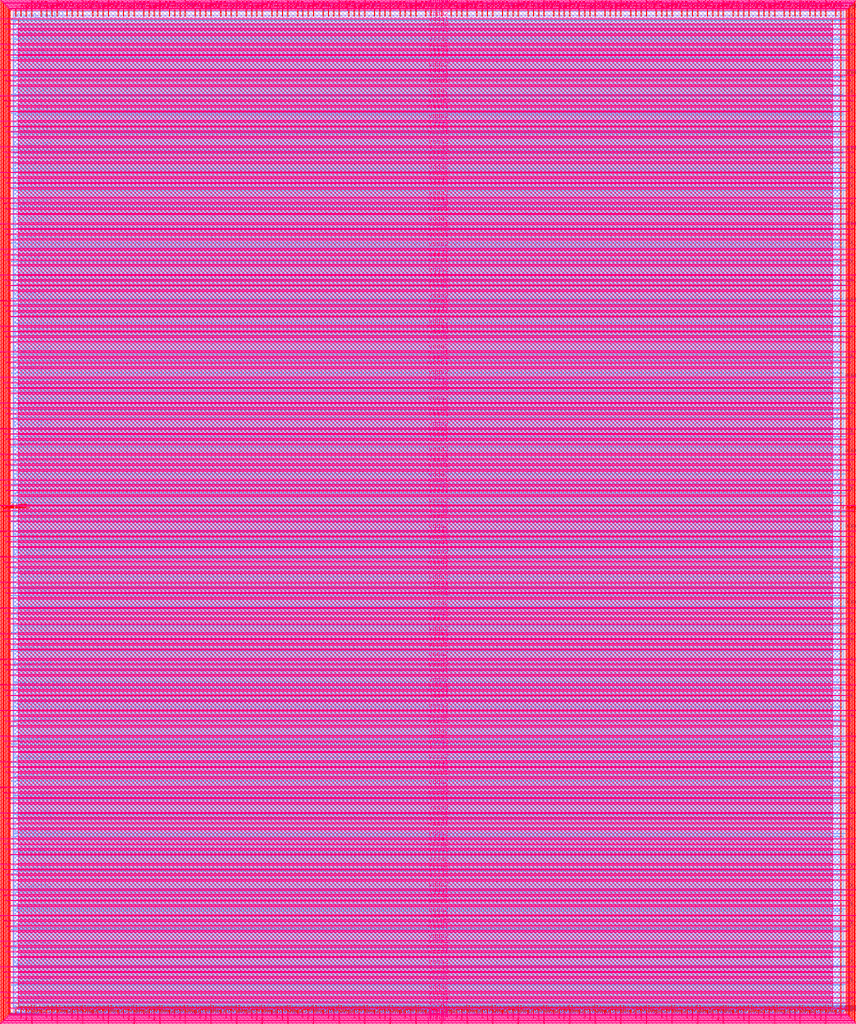
<source format=lef>
VERSION 5.7 ;
  NOWIREEXTENSIONATPIN ON ;
  DIVIDERCHAR "/" ;
  BUSBITCHARS "[]" ;
MACRO user_project_wrapper
  CLASS BLOCK ;
  FOREIGN user_project_wrapper ;
  ORIGIN 0.000 0.000 ;
  SIZE 2920.000 BY 3520.000 ;
  PIN analog_io[0]
    DIRECTION INOUT ;
    USE SIGNAL ;
    PORT
      LAYER met3 ;
        RECT 2917.600 1426.380 2924.800 1427.580 ;
    END
  END analog_io[0]
  PIN analog_io[10]
    DIRECTION INOUT ;
    USE SIGNAL ;
    PORT
      LAYER met2 ;
        RECT 2230.490 3517.600 2231.050 3524.800 ;
    END
  END analog_io[10]
  PIN analog_io[11]
    DIRECTION INOUT ;
    USE SIGNAL ;
    PORT
      LAYER met2 ;
        RECT 1905.730 3517.600 1906.290 3524.800 ;
    END
  END analog_io[11]
  PIN analog_io[12]
    DIRECTION INOUT ;
    USE SIGNAL ;
    PORT
      LAYER met2 ;
        RECT 1581.430 3517.600 1581.990 3524.800 ;
    END
  END analog_io[12]
  PIN analog_io[13]
    DIRECTION INOUT ;
    USE SIGNAL ;
    PORT
      LAYER met2 ;
        RECT 1257.130 3517.600 1257.690 3524.800 ;
    END
  END analog_io[13]
  PIN analog_io[14]
    DIRECTION INOUT ;
    USE SIGNAL ;
    PORT
      LAYER met2 ;
        RECT 932.370 3517.600 932.930 3524.800 ;
    END
  END analog_io[14]
  PIN analog_io[15]
    DIRECTION INOUT ;
    USE SIGNAL ;
    PORT
      LAYER met2 ;
        RECT 608.070 3517.600 608.630 3524.800 ;
    END
  END analog_io[15]
  PIN analog_io[16]
    DIRECTION INOUT ;
    USE SIGNAL ;
    PORT
      LAYER met2 ;
        RECT 283.770 3517.600 284.330 3524.800 ;
    END
  END analog_io[16]
  PIN analog_io[17]
    DIRECTION INOUT ;
    USE SIGNAL ;
    PORT
      LAYER met3 ;
        RECT -4.800 3486.100 2.400 3487.300 ;
    END
  END analog_io[17]
  PIN analog_io[18]
    DIRECTION INOUT ;
    USE SIGNAL ;
    PORT
      LAYER met3 ;
        RECT -4.800 3224.980 2.400 3226.180 ;
    END
  END analog_io[18]
  PIN analog_io[19]
    DIRECTION INOUT ;
    USE SIGNAL ;
    PORT
      LAYER met3 ;
        RECT -4.800 2964.540 2.400 2965.740 ;
    END
  END analog_io[19]
  PIN analog_io[1]
    DIRECTION INOUT ;
    USE SIGNAL ;
    PORT
      LAYER met3 ;
        RECT 2917.600 1692.260 2924.800 1693.460 ;
    END
  END analog_io[1]
  PIN analog_io[20]
    DIRECTION INOUT ;
    USE SIGNAL ;
    PORT
      LAYER met3 ;
        RECT -4.800 2703.420 2.400 2704.620 ;
    END
  END analog_io[20]
  PIN analog_io[21]
    DIRECTION INOUT ;
    USE SIGNAL ;
    PORT
      LAYER met3 ;
        RECT -4.800 2442.980 2.400 2444.180 ;
    END
  END analog_io[21]
  PIN analog_io[22]
    DIRECTION INOUT ;
    USE SIGNAL ;
    PORT
      LAYER met3 ;
        RECT -4.800 2182.540 2.400 2183.740 ;
    END
  END analog_io[22]
  PIN analog_io[23]
    DIRECTION INOUT ;
    USE SIGNAL ;
    PORT
      LAYER met3 ;
        RECT -4.800 1921.420 2.400 1922.620 ;
    END
  END analog_io[23]
  PIN analog_io[24]
    DIRECTION INOUT ;
    USE SIGNAL ;
    PORT
      LAYER met3 ;
        RECT -4.800 1660.980 2.400 1662.180 ;
    END
  END analog_io[24]
  PIN analog_io[25]
    DIRECTION INOUT ;
    USE SIGNAL ;
    PORT
      LAYER met3 ;
        RECT -4.800 1399.860 2.400 1401.060 ;
    END
  END analog_io[25]
  PIN analog_io[26]
    DIRECTION INOUT ;
    USE SIGNAL ;
    PORT
      LAYER met3 ;
        RECT -4.800 1139.420 2.400 1140.620 ;
    END
  END analog_io[26]
  PIN analog_io[27]
    DIRECTION INOUT ;
    USE SIGNAL ;
    PORT
      LAYER met3 ;
        RECT -4.800 878.980 2.400 880.180 ;
    END
  END analog_io[27]
  PIN analog_io[28]
    DIRECTION INOUT ;
    USE SIGNAL ;
    PORT
      LAYER met3 ;
        RECT -4.800 617.860 2.400 619.060 ;
    END
  END analog_io[28]
  PIN analog_io[2]
    DIRECTION INOUT ;
    USE SIGNAL ;
    PORT
      LAYER met3 ;
        RECT 2917.600 1958.140 2924.800 1959.340 ;
    END
  END analog_io[2]
  PIN analog_io[3]
    DIRECTION INOUT ;
    USE SIGNAL ;
    PORT
      LAYER met3 ;
        RECT 2917.600 2223.340 2924.800 2224.540 ;
    END
  END analog_io[3]
  PIN analog_io[4]
    DIRECTION INOUT ;
    USE SIGNAL ;
    PORT
      LAYER met3 ;
        RECT 2917.600 2489.220 2924.800 2490.420 ;
    END
  END analog_io[4]
  PIN analog_io[5]
    DIRECTION INOUT ;
    USE SIGNAL ;
    PORT
      LAYER met3 ;
        RECT 2917.600 2755.100 2924.800 2756.300 ;
    END
  END analog_io[5]
  PIN analog_io[6]
    DIRECTION INOUT ;
    USE SIGNAL ;
    PORT
      LAYER met3 ;
        RECT 2917.600 3020.300 2924.800 3021.500 ;
    END
  END analog_io[6]
  PIN analog_io[7]
    DIRECTION INOUT ;
    USE SIGNAL ;
    PORT
      LAYER met3 ;
        RECT 2917.600 3286.180 2924.800 3287.380 ;
    END
  END analog_io[7]
  PIN analog_io[8]
    DIRECTION INOUT ;
    USE SIGNAL ;
    PORT
      LAYER met2 ;
        RECT 2879.090 3517.600 2879.650 3524.800 ;
    END
  END analog_io[8]
  PIN analog_io[9]
    DIRECTION INOUT ;
    USE SIGNAL ;
    PORT
      LAYER met2 ;
        RECT 2554.790 3517.600 2555.350 3524.800 ;
    END
  END analog_io[9]
  PIN io_in[0]
    DIRECTION INPUT ;
    USE SIGNAL ;
    PORT
      LAYER met3 ;
        RECT 2917.600 32.380 2924.800 33.580 ;
    END
  END io_in[0]
  PIN io_in[10]
    DIRECTION INPUT ;
    USE SIGNAL ;
    PORT
      LAYER met3 ;
        RECT 2917.600 2289.980 2924.800 2291.180 ;
    END
  END io_in[10]
  PIN io_in[11]
    DIRECTION INPUT ;
    USE SIGNAL ;
    PORT
      LAYER met3 ;
        RECT 2917.600 2555.860 2924.800 2557.060 ;
    END
  END io_in[11]
  PIN io_in[12]
    DIRECTION INPUT ;
    USE SIGNAL ;
    PORT
      LAYER met3 ;
        RECT 2917.600 2821.060 2924.800 2822.260 ;
    END
  END io_in[12]
  PIN io_in[13]
    DIRECTION INPUT ;
    USE SIGNAL ;
    PORT
      LAYER met3 ;
        RECT 2917.600 3086.940 2924.800 3088.140 ;
    END
  END io_in[13]
  PIN io_in[14]
    DIRECTION INPUT ;
    USE SIGNAL ;
    PORT
      LAYER met3 ;
        RECT 2917.600 3352.820 2924.800 3354.020 ;
    END
  END io_in[14]
  PIN io_in[15]
    DIRECTION INPUT ;
    USE SIGNAL ;
    PORT
      LAYER met2 ;
        RECT 2798.130 3517.600 2798.690 3524.800 ;
    END
  END io_in[15]
  PIN io_in[16]
    DIRECTION INPUT ;
    USE SIGNAL ;
    PORT
      LAYER met2 ;
        RECT 2473.830 3517.600 2474.390 3524.800 ;
    END
  END io_in[16]
  PIN io_in[17]
    DIRECTION INPUT ;
    USE SIGNAL ;
    PORT
      LAYER met2 ;
        RECT 2149.070 3517.600 2149.630 3524.800 ;
    END
  END io_in[17]
  PIN io_in[18]
    DIRECTION INPUT ;
    USE SIGNAL ;
    PORT
      LAYER met2 ;
        RECT 1824.770 3517.600 1825.330 3524.800 ;
    END
  END io_in[18]
  PIN io_in[19]
    DIRECTION INPUT ;
    USE SIGNAL ;
    PORT
      LAYER met2 ;
        RECT 1500.470 3517.600 1501.030 3524.800 ;
    END
  END io_in[19]
  PIN io_in[1]
    DIRECTION INPUT ;
    USE SIGNAL ;
    PORT
      LAYER met3 ;
        RECT 2917.600 230.940 2924.800 232.140 ;
    END
  END io_in[1]
  PIN io_in[20]
    DIRECTION INPUT ;
    USE SIGNAL ;
    PORT
      LAYER met2 ;
        RECT 1175.710 3517.600 1176.270 3524.800 ;
    END
  END io_in[20]
  PIN io_in[21]
    DIRECTION INPUT ;
    USE SIGNAL ;
    PORT
      LAYER met2 ;
        RECT 851.410 3517.600 851.970 3524.800 ;
    END
  END io_in[21]
  PIN io_in[22]
    DIRECTION INPUT ;
    USE SIGNAL ;
    PORT
      LAYER met2 ;
        RECT 527.110 3517.600 527.670 3524.800 ;
    END
  END io_in[22]
  PIN io_in[23]
    DIRECTION INPUT ;
    USE SIGNAL ;
    PORT
      LAYER met2 ;
        RECT 202.350 3517.600 202.910 3524.800 ;
    END
  END io_in[23]
  PIN io_in[24]
    DIRECTION INPUT ;
    USE SIGNAL ;
    PORT
      LAYER met3 ;
        RECT -4.800 3420.820 2.400 3422.020 ;
    END
  END io_in[24]
  PIN io_in[25]
    DIRECTION INPUT ;
    USE SIGNAL ;
    PORT
      LAYER met3 ;
        RECT -4.800 3159.700 2.400 3160.900 ;
    END
  END io_in[25]
  PIN io_in[26]
    DIRECTION INPUT ;
    USE SIGNAL ;
    PORT
      LAYER met3 ;
        RECT -4.800 2899.260 2.400 2900.460 ;
    END
  END io_in[26]
  PIN io_in[27]
    DIRECTION INPUT ;
    USE SIGNAL ;
    PORT
      LAYER met3 ;
        RECT -4.800 2638.820 2.400 2640.020 ;
    END
  END io_in[27]
  PIN io_in[28]
    DIRECTION INPUT ;
    USE SIGNAL ;
    PORT
      LAYER met3 ;
        RECT -4.800 2377.700 2.400 2378.900 ;
    END
  END io_in[28]
  PIN io_in[29]
    DIRECTION INPUT ;
    USE SIGNAL ;
    PORT
      LAYER met3 ;
        RECT -4.800 2117.260 2.400 2118.460 ;
    END
  END io_in[29]
  PIN io_in[2]
    DIRECTION INPUT ;
    USE SIGNAL ;
    PORT
      LAYER met3 ;
        RECT 2917.600 430.180 2924.800 431.380 ;
    END
  END io_in[2]
  PIN io_in[30]
    DIRECTION INPUT ;
    USE SIGNAL ;
    PORT
      LAYER met3 ;
        RECT -4.800 1856.140 2.400 1857.340 ;
    END
  END io_in[30]
  PIN io_in[31]
    DIRECTION INPUT ;
    USE SIGNAL ;
    PORT
      LAYER met3 ;
        RECT -4.800 1595.700 2.400 1596.900 ;
    END
  END io_in[31]
  PIN io_in[32]
    DIRECTION INPUT ;
    USE SIGNAL ;
    PORT
      LAYER met3 ;
        RECT -4.800 1335.260 2.400 1336.460 ;
    END
  END io_in[32]
  PIN io_in[33]
    DIRECTION INPUT ;
    USE SIGNAL ;
    PORT
      LAYER met3 ;
        RECT -4.800 1074.140 2.400 1075.340 ;
    END
  END io_in[33]
  PIN io_in[34]
    DIRECTION INPUT ;
    USE SIGNAL ;
    PORT
      LAYER met3 ;
        RECT -4.800 813.700 2.400 814.900 ;
    END
  END io_in[34]
  PIN io_in[35]
    DIRECTION INPUT ;
    USE SIGNAL ;
    PORT
      LAYER met3 ;
        RECT -4.800 552.580 2.400 553.780 ;
    END
  END io_in[35]
  PIN io_in[36]
    DIRECTION INPUT ;
    USE SIGNAL ;
    PORT
      LAYER met3 ;
        RECT -4.800 357.420 2.400 358.620 ;
    END
  END io_in[36]
  PIN io_in[37]
    DIRECTION INPUT ;
    USE SIGNAL ;
    PORT
      LAYER met3 ;
        RECT -4.800 161.580 2.400 162.780 ;
    END
  END io_in[37]
  PIN io_in[3]
    DIRECTION INPUT ;
    USE SIGNAL ;
    PORT
      LAYER met3 ;
        RECT 2917.600 629.420 2924.800 630.620 ;
    END
  END io_in[3]
  PIN io_in[4]
    DIRECTION INPUT ;
    USE SIGNAL ;
    PORT
      LAYER met3 ;
        RECT 2917.600 828.660 2924.800 829.860 ;
    END
  END io_in[4]
  PIN io_in[5]
    DIRECTION INPUT ;
    USE SIGNAL ;
    PORT
      LAYER met3 ;
        RECT 2917.600 1027.900 2924.800 1029.100 ;
    END
  END io_in[5]
  PIN io_in[6]
    DIRECTION INPUT ;
    USE SIGNAL ;
    PORT
      LAYER met3 ;
        RECT 2917.600 1227.140 2924.800 1228.340 ;
    END
  END io_in[6]
  PIN io_in[7]
    DIRECTION INPUT ;
    USE SIGNAL ;
    PORT
      LAYER met3 ;
        RECT 2917.600 1493.020 2924.800 1494.220 ;
    END
  END io_in[7]
  PIN io_in[8]
    DIRECTION INPUT ;
    USE SIGNAL ;
    PORT
      LAYER met3 ;
        RECT 2917.600 1758.900 2924.800 1760.100 ;
    END
  END io_in[8]
  PIN io_in[9]
    DIRECTION INPUT ;
    USE SIGNAL ;
    PORT
      LAYER met3 ;
        RECT 2917.600 2024.100 2924.800 2025.300 ;
    END
  END io_in[9]
  PIN io_oeb[0]
    DIRECTION OUTPUT TRISTATE ;
    USE SIGNAL ;
    PORT
      LAYER met3 ;
        RECT 2917.600 164.980 2924.800 166.180 ;
    END
  END io_oeb[0]
  PIN io_oeb[10]
    DIRECTION OUTPUT TRISTATE ;
    USE SIGNAL ;
    PORT
      LAYER met3 ;
        RECT 2917.600 2422.580 2924.800 2423.780 ;
    END
  END io_oeb[10]
  PIN io_oeb[11]
    DIRECTION OUTPUT TRISTATE ;
    USE SIGNAL ;
    PORT
      LAYER met3 ;
        RECT 2917.600 2688.460 2924.800 2689.660 ;
    END
  END io_oeb[11]
  PIN io_oeb[12]
    DIRECTION OUTPUT TRISTATE ;
    USE SIGNAL ;
    PORT
      LAYER met3 ;
        RECT 2917.600 2954.340 2924.800 2955.540 ;
    END
  END io_oeb[12]
  PIN io_oeb[13]
    DIRECTION OUTPUT TRISTATE ;
    USE SIGNAL ;
    PORT
      LAYER met3 ;
        RECT 2917.600 3219.540 2924.800 3220.740 ;
    END
  END io_oeb[13]
  PIN io_oeb[14]
    DIRECTION OUTPUT TRISTATE ;
    USE SIGNAL ;
    PORT
      LAYER met3 ;
        RECT 2917.600 3485.420 2924.800 3486.620 ;
    END
  END io_oeb[14]
  PIN io_oeb[15]
    DIRECTION OUTPUT TRISTATE ;
    USE SIGNAL ;
    PORT
      LAYER met2 ;
        RECT 2635.750 3517.600 2636.310 3524.800 ;
    END
  END io_oeb[15]
  PIN io_oeb[16]
    DIRECTION OUTPUT TRISTATE ;
    USE SIGNAL ;
    PORT
      LAYER met2 ;
        RECT 2311.450 3517.600 2312.010 3524.800 ;
    END
  END io_oeb[16]
  PIN io_oeb[17]
    DIRECTION OUTPUT TRISTATE ;
    USE SIGNAL ;
    PORT
      LAYER met2 ;
        RECT 1987.150 3517.600 1987.710 3524.800 ;
    END
  END io_oeb[17]
  PIN io_oeb[18]
    DIRECTION OUTPUT TRISTATE ;
    USE SIGNAL ;
    PORT
      LAYER met2 ;
        RECT 1662.390 3517.600 1662.950 3524.800 ;
    END
  END io_oeb[18]
  PIN io_oeb[19]
    DIRECTION OUTPUT TRISTATE ;
    USE SIGNAL ;
    PORT
      LAYER met2 ;
        RECT 1338.090 3517.600 1338.650 3524.800 ;
    END
  END io_oeb[19]
  PIN io_oeb[1]
    DIRECTION OUTPUT TRISTATE ;
    USE SIGNAL ;
    PORT
      LAYER met3 ;
        RECT 2917.600 364.220 2924.800 365.420 ;
    END
  END io_oeb[1]
  PIN io_oeb[20]
    DIRECTION OUTPUT TRISTATE ;
    USE SIGNAL ;
    PORT
      LAYER met2 ;
        RECT 1013.790 3517.600 1014.350 3524.800 ;
    END
  END io_oeb[20]
  PIN io_oeb[21]
    DIRECTION OUTPUT TRISTATE ;
    USE SIGNAL ;
    PORT
      LAYER met2 ;
        RECT 689.030 3517.600 689.590 3524.800 ;
    END
  END io_oeb[21]
  PIN io_oeb[22]
    DIRECTION OUTPUT TRISTATE ;
    USE SIGNAL ;
    PORT
      LAYER met2 ;
        RECT 364.730 3517.600 365.290 3524.800 ;
    END
  END io_oeb[22]
  PIN io_oeb[23]
    DIRECTION OUTPUT TRISTATE ;
    USE SIGNAL ;
    PORT
      LAYER met2 ;
        RECT 40.430 3517.600 40.990 3524.800 ;
    END
  END io_oeb[23]
  PIN io_oeb[24]
    DIRECTION OUTPUT TRISTATE ;
    USE SIGNAL ;
    PORT
      LAYER met3 ;
        RECT -4.800 3290.260 2.400 3291.460 ;
    END
  END io_oeb[24]
  PIN io_oeb[25]
    DIRECTION OUTPUT TRISTATE ;
    USE SIGNAL ;
    PORT
      LAYER met3 ;
        RECT -4.800 3029.820 2.400 3031.020 ;
    END
  END io_oeb[25]
  PIN io_oeb[26]
    DIRECTION OUTPUT TRISTATE ;
    USE SIGNAL ;
    PORT
      LAYER met3 ;
        RECT -4.800 2768.700 2.400 2769.900 ;
    END
  END io_oeb[26]
  PIN io_oeb[27]
    DIRECTION OUTPUT TRISTATE ;
    USE SIGNAL ;
    PORT
      LAYER met3 ;
        RECT -4.800 2508.260 2.400 2509.460 ;
    END
  END io_oeb[27]
  PIN io_oeb[28]
    DIRECTION OUTPUT TRISTATE ;
    USE SIGNAL ;
    PORT
      LAYER met3 ;
        RECT -4.800 2247.140 2.400 2248.340 ;
    END
  END io_oeb[28]
  PIN io_oeb[29]
    DIRECTION OUTPUT TRISTATE ;
    USE SIGNAL ;
    PORT
      LAYER met3 ;
        RECT -4.800 1986.700 2.400 1987.900 ;
    END
  END io_oeb[29]
  PIN io_oeb[2]
    DIRECTION OUTPUT TRISTATE ;
    USE SIGNAL ;
    PORT
      LAYER met3 ;
        RECT 2917.600 563.460 2924.800 564.660 ;
    END
  END io_oeb[2]
  PIN io_oeb[30]
    DIRECTION OUTPUT TRISTATE ;
    USE SIGNAL ;
    PORT
      LAYER met3 ;
        RECT -4.800 1726.260 2.400 1727.460 ;
    END
  END io_oeb[30]
  PIN io_oeb[31]
    DIRECTION OUTPUT TRISTATE ;
    USE SIGNAL ;
    PORT
      LAYER met3 ;
        RECT -4.800 1465.140 2.400 1466.340 ;
    END
  END io_oeb[31]
  PIN io_oeb[32]
    DIRECTION OUTPUT TRISTATE ;
    USE SIGNAL ;
    PORT
      LAYER met3 ;
        RECT -4.800 1204.700 2.400 1205.900 ;
    END
  END io_oeb[32]
  PIN io_oeb[33]
    DIRECTION OUTPUT TRISTATE ;
    USE SIGNAL ;
    PORT
      LAYER met3 ;
        RECT -4.800 943.580 2.400 944.780 ;
    END
  END io_oeb[33]
  PIN io_oeb[34]
    DIRECTION OUTPUT TRISTATE ;
    USE SIGNAL ;
    PORT
      LAYER met3 ;
        RECT -4.800 683.140 2.400 684.340 ;
    END
  END io_oeb[34]
  PIN io_oeb[35]
    DIRECTION OUTPUT TRISTATE ;
    USE SIGNAL ;
    PORT
      LAYER met3 ;
        RECT -4.800 422.700 2.400 423.900 ;
    END
  END io_oeb[35]
  PIN io_oeb[36]
    DIRECTION OUTPUT TRISTATE ;
    USE SIGNAL ;
    PORT
      LAYER met3 ;
        RECT -4.800 226.860 2.400 228.060 ;
    END
  END io_oeb[36]
  PIN io_oeb[37]
    DIRECTION OUTPUT TRISTATE ;
    USE SIGNAL ;
    PORT
      LAYER met3 ;
        RECT -4.800 31.700 2.400 32.900 ;
    END
  END io_oeb[37]
  PIN io_oeb[3]
    DIRECTION OUTPUT TRISTATE ;
    USE SIGNAL ;
    PORT
      LAYER met3 ;
        RECT 2917.600 762.700 2924.800 763.900 ;
    END
  END io_oeb[3]
  PIN io_oeb[4]
    DIRECTION OUTPUT TRISTATE ;
    USE SIGNAL ;
    PORT
      LAYER met3 ;
        RECT 2917.600 961.940 2924.800 963.140 ;
    END
  END io_oeb[4]
  PIN io_oeb[5]
    DIRECTION OUTPUT TRISTATE ;
    USE SIGNAL ;
    PORT
      LAYER met3 ;
        RECT 2917.600 1161.180 2924.800 1162.380 ;
    END
  END io_oeb[5]
  PIN io_oeb[6]
    DIRECTION OUTPUT TRISTATE ;
    USE SIGNAL ;
    PORT
      LAYER met3 ;
        RECT 2917.600 1360.420 2924.800 1361.620 ;
    END
  END io_oeb[6]
  PIN io_oeb[7]
    DIRECTION OUTPUT TRISTATE ;
    USE SIGNAL ;
    PORT
      LAYER met3 ;
        RECT 2917.600 1625.620 2924.800 1626.820 ;
    END
  END io_oeb[7]
  PIN io_oeb[8]
    DIRECTION OUTPUT TRISTATE ;
    USE SIGNAL ;
    PORT
      LAYER met3 ;
        RECT 2917.600 1891.500 2924.800 1892.700 ;
    END
  END io_oeb[8]
  PIN io_oeb[9]
    DIRECTION OUTPUT TRISTATE ;
    USE SIGNAL ;
    PORT
      LAYER met3 ;
        RECT 2917.600 2157.380 2924.800 2158.580 ;
    END
  END io_oeb[9]
  PIN io_out[0]
    DIRECTION OUTPUT TRISTATE ;
    USE SIGNAL ;
    PORT
      LAYER met3 ;
        RECT 2917.600 98.340 2924.800 99.540 ;
    END
  END io_out[0]
  PIN io_out[10]
    DIRECTION OUTPUT TRISTATE ;
    USE SIGNAL ;
    PORT
      LAYER met3 ;
        RECT 2917.600 2356.620 2924.800 2357.820 ;
    END
  END io_out[10]
  PIN io_out[11]
    DIRECTION OUTPUT TRISTATE ;
    USE SIGNAL ;
    PORT
      LAYER met3 ;
        RECT 2917.600 2621.820 2924.800 2623.020 ;
    END
  END io_out[11]
  PIN io_out[12]
    DIRECTION OUTPUT TRISTATE ;
    USE SIGNAL ;
    PORT
      LAYER met3 ;
        RECT 2917.600 2887.700 2924.800 2888.900 ;
    END
  END io_out[12]
  PIN io_out[13]
    DIRECTION OUTPUT TRISTATE ;
    USE SIGNAL ;
    PORT
      LAYER met3 ;
        RECT 2917.600 3153.580 2924.800 3154.780 ;
    END
  END io_out[13]
  PIN io_out[14]
    DIRECTION OUTPUT TRISTATE ;
    USE SIGNAL ;
    PORT
      LAYER met3 ;
        RECT 2917.600 3418.780 2924.800 3419.980 ;
    END
  END io_out[14]
  PIN io_out[15]
    DIRECTION OUTPUT TRISTATE ;
    USE SIGNAL ;
    PORT
      LAYER met2 ;
        RECT 2717.170 3517.600 2717.730 3524.800 ;
    END
  END io_out[15]
  PIN io_out[16]
    DIRECTION OUTPUT TRISTATE ;
    USE SIGNAL ;
    PORT
      LAYER met2 ;
        RECT 2392.410 3517.600 2392.970 3524.800 ;
    END
  END io_out[16]
  PIN io_out[17]
    DIRECTION OUTPUT TRISTATE ;
    USE SIGNAL ;
    PORT
      LAYER met2 ;
        RECT 2068.110 3517.600 2068.670 3524.800 ;
    END
  END io_out[17]
  PIN io_out[18]
    DIRECTION OUTPUT TRISTATE ;
    USE SIGNAL ;
    PORT
      LAYER met2 ;
        RECT 1743.810 3517.600 1744.370 3524.800 ;
    END
  END io_out[18]
  PIN io_out[19]
    DIRECTION OUTPUT TRISTATE ;
    USE SIGNAL ;
    PORT
      LAYER met2 ;
        RECT 1419.050 3517.600 1419.610 3524.800 ;
    END
  END io_out[19]
  PIN io_out[1]
    DIRECTION OUTPUT TRISTATE ;
    USE SIGNAL ;
    PORT
      LAYER met3 ;
        RECT 2917.600 297.580 2924.800 298.780 ;
    END
  END io_out[1]
  PIN io_out[20]
    DIRECTION OUTPUT TRISTATE ;
    USE SIGNAL ;
    PORT
      LAYER met2 ;
        RECT 1094.750 3517.600 1095.310 3524.800 ;
    END
  END io_out[20]
  PIN io_out[21]
    DIRECTION OUTPUT TRISTATE ;
    USE SIGNAL ;
    PORT
      LAYER met2 ;
        RECT 770.450 3517.600 771.010 3524.800 ;
    END
  END io_out[21]
  PIN io_out[22]
    DIRECTION OUTPUT TRISTATE ;
    USE SIGNAL ;
    PORT
      LAYER met2 ;
        RECT 445.690 3517.600 446.250 3524.800 ;
    END
  END io_out[22]
  PIN io_out[23]
    DIRECTION OUTPUT TRISTATE ;
    USE SIGNAL ;
    PORT
      LAYER met2 ;
        RECT 121.390 3517.600 121.950 3524.800 ;
    END
  END io_out[23]
  PIN io_out[24]
    DIRECTION OUTPUT TRISTATE ;
    USE SIGNAL ;
    PORT
      LAYER met3 ;
        RECT -4.800 3355.540 2.400 3356.740 ;
    END
  END io_out[24]
  PIN io_out[25]
    DIRECTION OUTPUT TRISTATE ;
    USE SIGNAL ;
    PORT
      LAYER met3 ;
        RECT -4.800 3095.100 2.400 3096.300 ;
    END
  END io_out[25]
  PIN io_out[26]
    DIRECTION OUTPUT TRISTATE ;
    USE SIGNAL ;
    PORT
      LAYER met3 ;
        RECT -4.800 2833.980 2.400 2835.180 ;
    END
  END io_out[26]
  PIN io_out[27]
    DIRECTION OUTPUT TRISTATE ;
    USE SIGNAL ;
    PORT
      LAYER met3 ;
        RECT -4.800 2573.540 2.400 2574.740 ;
    END
  END io_out[27]
  PIN io_out[28]
    DIRECTION OUTPUT TRISTATE ;
    USE SIGNAL ;
    PORT
      LAYER met3 ;
        RECT -4.800 2312.420 2.400 2313.620 ;
    END
  END io_out[28]
  PIN io_out[29]
    DIRECTION OUTPUT TRISTATE ;
    USE SIGNAL ;
    PORT
      LAYER met3 ;
        RECT -4.800 2051.980 2.400 2053.180 ;
    END
  END io_out[29]
  PIN io_out[2]
    DIRECTION OUTPUT TRISTATE ;
    USE SIGNAL ;
    PORT
      LAYER met3 ;
        RECT 2917.600 496.820 2924.800 498.020 ;
    END
  END io_out[2]
  PIN io_out[30]
    DIRECTION OUTPUT TRISTATE ;
    USE SIGNAL ;
    PORT
      LAYER met3 ;
        RECT -4.800 1791.540 2.400 1792.740 ;
    END
  END io_out[30]
  PIN io_out[31]
    DIRECTION OUTPUT TRISTATE ;
    USE SIGNAL ;
    PORT
      LAYER met3 ;
        RECT -4.800 1530.420 2.400 1531.620 ;
    END
  END io_out[31]
  PIN io_out[32]
    DIRECTION OUTPUT TRISTATE ;
    USE SIGNAL ;
    PORT
      LAYER met3 ;
        RECT -4.800 1269.980 2.400 1271.180 ;
    END
  END io_out[32]
  PIN io_out[33]
    DIRECTION OUTPUT TRISTATE ;
    USE SIGNAL ;
    PORT
      LAYER met3 ;
        RECT -4.800 1008.860 2.400 1010.060 ;
    END
  END io_out[33]
  PIN io_out[34]
    DIRECTION OUTPUT TRISTATE ;
    USE SIGNAL ;
    PORT
      LAYER met3 ;
        RECT -4.800 748.420 2.400 749.620 ;
    END
  END io_out[34]
  PIN io_out[35]
    DIRECTION OUTPUT TRISTATE ;
    USE SIGNAL ;
    PORT
      LAYER met3 ;
        RECT -4.800 487.300 2.400 488.500 ;
    END
  END io_out[35]
  PIN io_out[36]
    DIRECTION OUTPUT TRISTATE ;
    USE SIGNAL ;
    PORT
      LAYER met3 ;
        RECT -4.800 292.140 2.400 293.340 ;
    END
  END io_out[36]
  PIN io_out[37]
    DIRECTION OUTPUT TRISTATE ;
    USE SIGNAL ;
    PORT
      LAYER met3 ;
        RECT -4.800 96.300 2.400 97.500 ;
    END
  END io_out[37]
  PIN io_out[3]
    DIRECTION OUTPUT TRISTATE ;
    USE SIGNAL ;
    PORT
      LAYER met3 ;
        RECT 2917.600 696.060 2924.800 697.260 ;
    END
  END io_out[3]
  PIN io_out[4]
    DIRECTION OUTPUT TRISTATE ;
    USE SIGNAL ;
    PORT
      LAYER met3 ;
        RECT 2917.600 895.300 2924.800 896.500 ;
    END
  END io_out[4]
  PIN io_out[5]
    DIRECTION OUTPUT TRISTATE ;
    USE SIGNAL ;
    PORT
      LAYER met3 ;
        RECT 2917.600 1094.540 2924.800 1095.740 ;
    END
  END io_out[5]
  PIN io_out[6]
    DIRECTION OUTPUT TRISTATE ;
    USE SIGNAL ;
    PORT
      LAYER met3 ;
        RECT 2917.600 1293.780 2924.800 1294.980 ;
    END
  END io_out[6]
  PIN io_out[7]
    DIRECTION OUTPUT TRISTATE ;
    USE SIGNAL ;
    PORT
      LAYER met3 ;
        RECT 2917.600 1559.660 2924.800 1560.860 ;
    END
  END io_out[7]
  PIN io_out[8]
    DIRECTION OUTPUT TRISTATE ;
    USE SIGNAL ;
    PORT
      LAYER met3 ;
        RECT 2917.600 1824.860 2924.800 1826.060 ;
    END
  END io_out[8]
  PIN io_out[9]
    DIRECTION OUTPUT TRISTATE ;
    USE SIGNAL ;
    PORT
      LAYER met3 ;
        RECT 2917.600 2090.740 2924.800 2091.940 ;
    END
  END io_out[9]
  PIN la_data_in[0]
    DIRECTION INPUT ;
    USE SIGNAL ;
    PORT
      LAYER met2 ;
        RECT 629.230 -4.800 629.790 2.400 ;
    END
  END la_data_in[0]
  PIN la_data_in[100]
    DIRECTION INPUT ;
    USE SIGNAL ;
    PORT
      LAYER met2 ;
        RECT 2402.530 -4.800 2403.090 2.400 ;
    END
  END la_data_in[100]
  PIN la_data_in[101]
    DIRECTION INPUT ;
    USE SIGNAL ;
    PORT
      LAYER met2 ;
        RECT 2420.010 -4.800 2420.570 2.400 ;
    END
  END la_data_in[101]
  PIN la_data_in[102]
    DIRECTION INPUT ;
    USE SIGNAL ;
    PORT
      LAYER met2 ;
        RECT 2437.950 -4.800 2438.510 2.400 ;
    END
  END la_data_in[102]
  PIN la_data_in[103]
    DIRECTION INPUT ;
    USE SIGNAL ;
    PORT
      LAYER met2 ;
        RECT 2455.430 -4.800 2455.990 2.400 ;
    END
  END la_data_in[103]
  PIN la_data_in[104]
    DIRECTION INPUT ;
    USE SIGNAL ;
    PORT
      LAYER met2 ;
        RECT 2473.370 -4.800 2473.930 2.400 ;
    END
  END la_data_in[104]
  PIN la_data_in[105]
    DIRECTION INPUT ;
    USE SIGNAL ;
    PORT
      LAYER met2 ;
        RECT 2490.850 -4.800 2491.410 2.400 ;
    END
  END la_data_in[105]
  PIN la_data_in[106]
    DIRECTION INPUT ;
    USE SIGNAL ;
    PORT
      LAYER met2 ;
        RECT 2508.790 -4.800 2509.350 2.400 ;
    END
  END la_data_in[106]
  PIN la_data_in[107]
    DIRECTION INPUT ;
    USE SIGNAL ;
    PORT
      LAYER met2 ;
        RECT 2526.730 -4.800 2527.290 2.400 ;
    END
  END la_data_in[107]
  PIN la_data_in[108]
    DIRECTION INPUT ;
    USE SIGNAL ;
    PORT
      LAYER met2 ;
        RECT 2544.210 -4.800 2544.770 2.400 ;
    END
  END la_data_in[108]
  PIN la_data_in[109]
    DIRECTION INPUT ;
    USE SIGNAL ;
    PORT
      LAYER met2 ;
        RECT 2562.150 -4.800 2562.710 2.400 ;
    END
  END la_data_in[109]
  PIN la_data_in[10]
    DIRECTION INPUT ;
    USE SIGNAL ;
    PORT
      LAYER met2 ;
        RECT 806.330 -4.800 806.890 2.400 ;
    END
  END la_data_in[10]
  PIN la_data_in[110]
    DIRECTION INPUT ;
    USE SIGNAL ;
    PORT
      LAYER met2 ;
        RECT 2579.630 -4.800 2580.190 2.400 ;
    END
  END la_data_in[110]
  PIN la_data_in[111]
    DIRECTION INPUT ;
    USE SIGNAL ;
    PORT
      LAYER met2 ;
        RECT 2597.570 -4.800 2598.130 2.400 ;
    END
  END la_data_in[111]
  PIN la_data_in[112]
    DIRECTION INPUT ;
    USE SIGNAL ;
    PORT
      LAYER met2 ;
        RECT 2615.050 -4.800 2615.610 2.400 ;
    END
  END la_data_in[112]
  PIN la_data_in[113]
    DIRECTION INPUT ;
    USE SIGNAL ;
    PORT
      LAYER met2 ;
        RECT 2632.990 -4.800 2633.550 2.400 ;
    END
  END la_data_in[113]
  PIN la_data_in[114]
    DIRECTION INPUT ;
    USE SIGNAL ;
    PORT
      LAYER met2 ;
        RECT 2650.470 -4.800 2651.030 2.400 ;
    END
  END la_data_in[114]
  PIN la_data_in[115]
    DIRECTION INPUT ;
    USE SIGNAL ;
    PORT
      LAYER met2 ;
        RECT 2668.410 -4.800 2668.970 2.400 ;
    END
  END la_data_in[115]
  PIN la_data_in[116]
    DIRECTION INPUT ;
    USE SIGNAL ;
    PORT
      LAYER met2 ;
        RECT 2685.890 -4.800 2686.450 2.400 ;
    END
  END la_data_in[116]
  PIN la_data_in[117]
    DIRECTION INPUT ;
    USE SIGNAL ;
    PORT
      LAYER met2 ;
        RECT 2703.830 -4.800 2704.390 2.400 ;
    END
  END la_data_in[117]
  PIN la_data_in[118]
    DIRECTION INPUT ;
    USE SIGNAL ;
    PORT
      LAYER met2 ;
        RECT 2721.770 -4.800 2722.330 2.400 ;
    END
  END la_data_in[118]
  PIN la_data_in[119]
    DIRECTION INPUT ;
    USE SIGNAL ;
    PORT
      LAYER met2 ;
        RECT 2739.250 -4.800 2739.810 2.400 ;
    END
  END la_data_in[119]
  PIN la_data_in[11]
    DIRECTION INPUT ;
    USE SIGNAL ;
    PORT
      LAYER met2 ;
        RECT 824.270 -4.800 824.830 2.400 ;
    END
  END la_data_in[11]
  PIN la_data_in[120]
    DIRECTION INPUT ;
    USE SIGNAL ;
    PORT
      LAYER met2 ;
        RECT 2757.190 -4.800 2757.750 2.400 ;
    END
  END la_data_in[120]
  PIN la_data_in[121]
    DIRECTION INPUT ;
    USE SIGNAL ;
    PORT
      LAYER met2 ;
        RECT 2774.670 -4.800 2775.230 2.400 ;
    END
  END la_data_in[121]
  PIN la_data_in[122]
    DIRECTION INPUT ;
    USE SIGNAL ;
    PORT
      LAYER met2 ;
        RECT 2792.610 -4.800 2793.170 2.400 ;
    END
  END la_data_in[122]
  PIN la_data_in[123]
    DIRECTION INPUT ;
    USE SIGNAL ;
    PORT
      LAYER met2 ;
        RECT 2810.090 -4.800 2810.650 2.400 ;
    END
  END la_data_in[123]
  PIN la_data_in[124]
    DIRECTION INPUT ;
    USE SIGNAL ;
    PORT
      LAYER met2 ;
        RECT 2828.030 -4.800 2828.590 2.400 ;
    END
  END la_data_in[124]
  PIN la_data_in[125]
    DIRECTION INPUT ;
    USE SIGNAL ;
    PORT
      LAYER met2 ;
        RECT 2845.510 -4.800 2846.070 2.400 ;
    END
  END la_data_in[125]
  PIN la_data_in[126]
    DIRECTION INPUT ;
    USE SIGNAL ;
    PORT
      LAYER met2 ;
        RECT 2863.450 -4.800 2864.010 2.400 ;
    END
  END la_data_in[126]
  PIN la_data_in[127]
    DIRECTION INPUT ;
    USE SIGNAL ;
    PORT
      LAYER met2 ;
        RECT 2881.390 -4.800 2881.950 2.400 ;
    END
  END la_data_in[127]
  PIN la_data_in[12]
    DIRECTION INPUT ;
    USE SIGNAL ;
    PORT
      LAYER met2 ;
        RECT 841.750 -4.800 842.310 2.400 ;
    END
  END la_data_in[12]
  PIN la_data_in[13]
    DIRECTION INPUT ;
    USE SIGNAL ;
    PORT
      LAYER met2 ;
        RECT 859.690 -4.800 860.250 2.400 ;
    END
  END la_data_in[13]
  PIN la_data_in[14]
    DIRECTION INPUT ;
    USE SIGNAL ;
    PORT
      LAYER met2 ;
        RECT 877.170 -4.800 877.730 2.400 ;
    END
  END la_data_in[14]
  PIN la_data_in[15]
    DIRECTION INPUT ;
    USE SIGNAL ;
    PORT
      LAYER met2 ;
        RECT 895.110 -4.800 895.670 2.400 ;
    END
  END la_data_in[15]
  PIN la_data_in[16]
    DIRECTION INPUT ;
    USE SIGNAL ;
    PORT
      LAYER met2 ;
        RECT 912.590 -4.800 913.150 2.400 ;
    END
  END la_data_in[16]
  PIN la_data_in[17]
    DIRECTION INPUT ;
    USE SIGNAL ;
    PORT
      LAYER met2 ;
        RECT 930.530 -4.800 931.090 2.400 ;
    END
  END la_data_in[17]
  PIN la_data_in[18]
    DIRECTION INPUT ;
    USE SIGNAL ;
    PORT
      LAYER met2 ;
        RECT 948.470 -4.800 949.030 2.400 ;
    END
  END la_data_in[18]
  PIN la_data_in[19]
    DIRECTION INPUT ;
    USE SIGNAL ;
    PORT
      LAYER met2 ;
        RECT 965.950 -4.800 966.510 2.400 ;
    END
  END la_data_in[19]
  PIN la_data_in[1]
    DIRECTION INPUT ;
    USE SIGNAL ;
    PORT
      LAYER met2 ;
        RECT 646.710 -4.800 647.270 2.400 ;
    END
  END la_data_in[1]
  PIN la_data_in[20]
    DIRECTION INPUT ;
    USE SIGNAL ;
    PORT
      LAYER met2 ;
        RECT 983.890 -4.800 984.450 2.400 ;
    END
  END la_data_in[20]
  PIN la_data_in[21]
    DIRECTION INPUT ;
    USE SIGNAL ;
    PORT
      LAYER met2 ;
        RECT 1001.370 -4.800 1001.930 2.400 ;
    END
  END la_data_in[21]
  PIN la_data_in[22]
    DIRECTION INPUT ;
    USE SIGNAL ;
    PORT
      LAYER met2 ;
        RECT 1019.310 -4.800 1019.870 2.400 ;
    END
  END la_data_in[22]
  PIN la_data_in[23]
    DIRECTION INPUT ;
    USE SIGNAL ;
    PORT
      LAYER met2 ;
        RECT 1036.790 -4.800 1037.350 2.400 ;
    END
  END la_data_in[23]
  PIN la_data_in[24]
    DIRECTION INPUT ;
    USE SIGNAL ;
    PORT
      LAYER met2 ;
        RECT 1054.730 -4.800 1055.290 2.400 ;
    END
  END la_data_in[24]
  PIN la_data_in[25]
    DIRECTION INPUT ;
    USE SIGNAL ;
    PORT
      LAYER met2 ;
        RECT 1072.210 -4.800 1072.770 2.400 ;
    END
  END la_data_in[25]
  PIN la_data_in[26]
    DIRECTION INPUT ;
    USE SIGNAL ;
    PORT
      LAYER met2 ;
        RECT 1090.150 -4.800 1090.710 2.400 ;
    END
  END la_data_in[26]
  PIN la_data_in[27]
    DIRECTION INPUT ;
    USE SIGNAL ;
    PORT
      LAYER met2 ;
        RECT 1107.630 -4.800 1108.190 2.400 ;
    END
  END la_data_in[27]
  PIN la_data_in[28]
    DIRECTION INPUT ;
    USE SIGNAL ;
    PORT
      LAYER met2 ;
        RECT 1125.570 -4.800 1126.130 2.400 ;
    END
  END la_data_in[28]
  PIN la_data_in[29]
    DIRECTION INPUT ;
    USE SIGNAL ;
    PORT
      LAYER met2 ;
        RECT 1143.510 -4.800 1144.070 2.400 ;
    END
  END la_data_in[29]
  PIN la_data_in[2]
    DIRECTION INPUT ;
    USE SIGNAL ;
    PORT
      LAYER met2 ;
        RECT 664.650 -4.800 665.210 2.400 ;
    END
  END la_data_in[2]
  PIN la_data_in[30]
    DIRECTION INPUT ;
    USE SIGNAL ;
    PORT
      LAYER met2 ;
        RECT 1160.990 -4.800 1161.550 2.400 ;
    END
  END la_data_in[30]
  PIN la_data_in[31]
    DIRECTION INPUT ;
    USE SIGNAL ;
    PORT
      LAYER met2 ;
        RECT 1178.930 -4.800 1179.490 2.400 ;
    END
  END la_data_in[31]
  PIN la_data_in[32]
    DIRECTION INPUT ;
    USE SIGNAL ;
    PORT
      LAYER met2 ;
        RECT 1196.410 -4.800 1196.970 2.400 ;
    END
  END la_data_in[32]
  PIN la_data_in[33]
    DIRECTION INPUT ;
    USE SIGNAL ;
    PORT
      LAYER met2 ;
        RECT 1214.350 -4.800 1214.910 2.400 ;
    END
  END la_data_in[33]
  PIN la_data_in[34]
    DIRECTION INPUT ;
    USE SIGNAL ;
    PORT
      LAYER met2 ;
        RECT 1231.830 -4.800 1232.390 2.400 ;
    END
  END la_data_in[34]
  PIN la_data_in[35]
    DIRECTION INPUT ;
    USE SIGNAL ;
    PORT
      LAYER met2 ;
        RECT 1249.770 -4.800 1250.330 2.400 ;
    END
  END la_data_in[35]
  PIN la_data_in[36]
    DIRECTION INPUT ;
    USE SIGNAL ;
    PORT
      LAYER met2 ;
        RECT 1267.250 -4.800 1267.810 2.400 ;
    END
  END la_data_in[36]
  PIN la_data_in[37]
    DIRECTION INPUT ;
    USE SIGNAL ;
    PORT
      LAYER met2 ;
        RECT 1285.190 -4.800 1285.750 2.400 ;
    END
  END la_data_in[37]
  PIN la_data_in[38]
    DIRECTION INPUT ;
    USE SIGNAL ;
    PORT
      LAYER met2 ;
        RECT 1303.130 -4.800 1303.690 2.400 ;
    END
  END la_data_in[38]
  PIN la_data_in[39]
    DIRECTION INPUT ;
    USE SIGNAL ;
    PORT
      LAYER met2 ;
        RECT 1320.610 -4.800 1321.170 2.400 ;
    END
  END la_data_in[39]
  PIN la_data_in[3]
    DIRECTION INPUT ;
    USE SIGNAL ;
    PORT
      LAYER met2 ;
        RECT 682.130 -4.800 682.690 2.400 ;
    END
  END la_data_in[3]
  PIN la_data_in[40]
    DIRECTION INPUT ;
    USE SIGNAL ;
    PORT
      LAYER met2 ;
        RECT 1338.550 -4.800 1339.110 2.400 ;
    END
  END la_data_in[40]
  PIN la_data_in[41]
    DIRECTION INPUT ;
    USE SIGNAL ;
    PORT
      LAYER met2 ;
        RECT 1356.030 -4.800 1356.590 2.400 ;
    END
  END la_data_in[41]
  PIN la_data_in[42]
    DIRECTION INPUT ;
    USE SIGNAL ;
    PORT
      LAYER met2 ;
        RECT 1373.970 -4.800 1374.530 2.400 ;
    END
  END la_data_in[42]
  PIN la_data_in[43]
    DIRECTION INPUT ;
    USE SIGNAL ;
    PORT
      LAYER met2 ;
        RECT 1391.450 -4.800 1392.010 2.400 ;
    END
  END la_data_in[43]
  PIN la_data_in[44]
    DIRECTION INPUT ;
    USE SIGNAL ;
    PORT
      LAYER met2 ;
        RECT 1409.390 -4.800 1409.950 2.400 ;
    END
  END la_data_in[44]
  PIN la_data_in[45]
    DIRECTION INPUT ;
    USE SIGNAL ;
    PORT
      LAYER met2 ;
        RECT 1426.870 -4.800 1427.430 2.400 ;
    END
  END la_data_in[45]
  PIN la_data_in[46]
    DIRECTION INPUT ;
    USE SIGNAL ;
    PORT
      LAYER met2 ;
        RECT 1444.810 -4.800 1445.370 2.400 ;
    END
  END la_data_in[46]
  PIN la_data_in[47]
    DIRECTION INPUT ;
    USE SIGNAL ;
    PORT
      LAYER met2 ;
        RECT 1462.750 -4.800 1463.310 2.400 ;
    END
  END la_data_in[47]
  PIN la_data_in[48]
    DIRECTION INPUT ;
    USE SIGNAL ;
    PORT
      LAYER met2 ;
        RECT 1480.230 -4.800 1480.790 2.400 ;
    END
  END la_data_in[48]
  PIN la_data_in[49]
    DIRECTION INPUT ;
    USE SIGNAL ;
    PORT
      LAYER met2 ;
        RECT 1498.170 -4.800 1498.730 2.400 ;
    END
  END la_data_in[49]
  PIN la_data_in[4]
    DIRECTION INPUT ;
    USE SIGNAL ;
    PORT
      LAYER met2 ;
        RECT 700.070 -4.800 700.630 2.400 ;
    END
  END la_data_in[4]
  PIN la_data_in[50]
    DIRECTION INPUT ;
    USE SIGNAL ;
    PORT
      LAYER met2 ;
        RECT 1515.650 -4.800 1516.210 2.400 ;
    END
  END la_data_in[50]
  PIN la_data_in[51]
    DIRECTION INPUT ;
    USE SIGNAL ;
    PORT
      LAYER met2 ;
        RECT 1533.590 -4.800 1534.150 2.400 ;
    END
  END la_data_in[51]
  PIN la_data_in[52]
    DIRECTION INPUT ;
    USE SIGNAL ;
    PORT
      LAYER met2 ;
        RECT 1551.070 -4.800 1551.630 2.400 ;
    END
  END la_data_in[52]
  PIN la_data_in[53]
    DIRECTION INPUT ;
    USE SIGNAL ;
    PORT
      LAYER met2 ;
        RECT 1569.010 -4.800 1569.570 2.400 ;
    END
  END la_data_in[53]
  PIN la_data_in[54]
    DIRECTION INPUT ;
    USE SIGNAL ;
    PORT
      LAYER met2 ;
        RECT 1586.490 -4.800 1587.050 2.400 ;
    END
  END la_data_in[54]
  PIN la_data_in[55]
    DIRECTION INPUT ;
    USE SIGNAL ;
    PORT
      LAYER met2 ;
        RECT 1604.430 -4.800 1604.990 2.400 ;
    END
  END la_data_in[55]
  PIN la_data_in[56]
    DIRECTION INPUT ;
    USE SIGNAL ;
    PORT
      LAYER met2 ;
        RECT 1621.910 -4.800 1622.470 2.400 ;
    END
  END la_data_in[56]
  PIN la_data_in[57]
    DIRECTION INPUT ;
    USE SIGNAL ;
    PORT
      LAYER met2 ;
        RECT 1639.850 -4.800 1640.410 2.400 ;
    END
  END la_data_in[57]
  PIN la_data_in[58]
    DIRECTION INPUT ;
    USE SIGNAL ;
    PORT
      LAYER met2 ;
        RECT 1657.790 -4.800 1658.350 2.400 ;
    END
  END la_data_in[58]
  PIN la_data_in[59]
    DIRECTION INPUT ;
    USE SIGNAL ;
    PORT
      LAYER met2 ;
        RECT 1675.270 -4.800 1675.830 2.400 ;
    END
  END la_data_in[59]
  PIN la_data_in[5]
    DIRECTION INPUT ;
    USE SIGNAL ;
    PORT
      LAYER met2 ;
        RECT 717.550 -4.800 718.110 2.400 ;
    END
  END la_data_in[5]
  PIN la_data_in[60]
    DIRECTION INPUT ;
    USE SIGNAL ;
    PORT
      LAYER met2 ;
        RECT 1693.210 -4.800 1693.770 2.400 ;
    END
  END la_data_in[60]
  PIN la_data_in[61]
    DIRECTION INPUT ;
    USE SIGNAL ;
    PORT
      LAYER met2 ;
        RECT 1710.690 -4.800 1711.250 2.400 ;
    END
  END la_data_in[61]
  PIN la_data_in[62]
    DIRECTION INPUT ;
    USE SIGNAL ;
    PORT
      LAYER met2 ;
        RECT 1728.630 -4.800 1729.190 2.400 ;
    END
  END la_data_in[62]
  PIN la_data_in[63]
    DIRECTION INPUT ;
    USE SIGNAL ;
    PORT
      LAYER met2 ;
        RECT 1746.110 -4.800 1746.670 2.400 ;
    END
  END la_data_in[63]
  PIN la_data_in[64]
    DIRECTION INPUT ;
    USE SIGNAL ;
    PORT
      LAYER met2 ;
        RECT 1764.050 -4.800 1764.610 2.400 ;
    END
  END la_data_in[64]
  PIN la_data_in[65]
    DIRECTION INPUT ;
    USE SIGNAL ;
    PORT
      LAYER met2 ;
        RECT 1781.530 -4.800 1782.090 2.400 ;
    END
  END la_data_in[65]
  PIN la_data_in[66]
    DIRECTION INPUT ;
    USE SIGNAL ;
    PORT
      LAYER met2 ;
        RECT 1799.470 -4.800 1800.030 2.400 ;
    END
  END la_data_in[66]
  PIN la_data_in[67]
    DIRECTION INPUT ;
    USE SIGNAL ;
    PORT
      LAYER met2 ;
        RECT 1817.410 -4.800 1817.970 2.400 ;
    END
  END la_data_in[67]
  PIN la_data_in[68]
    DIRECTION INPUT ;
    USE SIGNAL ;
    PORT
      LAYER met2 ;
        RECT 1834.890 -4.800 1835.450 2.400 ;
    END
  END la_data_in[68]
  PIN la_data_in[69]
    DIRECTION INPUT ;
    USE SIGNAL ;
    PORT
      LAYER met2 ;
        RECT 1852.830 -4.800 1853.390 2.400 ;
    END
  END la_data_in[69]
  PIN la_data_in[6]
    DIRECTION INPUT ;
    USE SIGNAL ;
    PORT
      LAYER met2 ;
        RECT 735.490 -4.800 736.050 2.400 ;
    END
  END la_data_in[6]
  PIN la_data_in[70]
    DIRECTION INPUT ;
    USE SIGNAL ;
    PORT
      LAYER met2 ;
        RECT 1870.310 -4.800 1870.870 2.400 ;
    END
  END la_data_in[70]
  PIN la_data_in[71]
    DIRECTION INPUT ;
    USE SIGNAL ;
    PORT
      LAYER met2 ;
        RECT 1888.250 -4.800 1888.810 2.400 ;
    END
  END la_data_in[71]
  PIN la_data_in[72]
    DIRECTION INPUT ;
    USE SIGNAL ;
    PORT
      LAYER met2 ;
        RECT 1905.730 -4.800 1906.290 2.400 ;
    END
  END la_data_in[72]
  PIN la_data_in[73]
    DIRECTION INPUT ;
    USE SIGNAL ;
    PORT
      LAYER met2 ;
        RECT 1923.670 -4.800 1924.230 2.400 ;
    END
  END la_data_in[73]
  PIN la_data_in[74]
    DIRECTION INPUT ;
    USE SIGNAL ;
    PORT
      LAYER met2 ;
        RECT 1941.150 -4.800 1941.710 2.400 ;
    END
  END la_data_in[74]
  PIN la_data_in[75]
    DIRECTION INPUT ;
    USE SIGNAL ;
    PORT
      LAYER met2 ;
        RECT 1959.090 -4.800 1959.650 2.400 ;
    END
  END la_data_in[75]
  PIN la_data_in[76]
    DIRECTION INPUT ;
    USE SIGNAL ;
    PORT
      LAYER met2 ;
        RECT 1976.570 -4.800 1977.130 2.400 ;
    END
  END la_data_in[76]
  PIN la_data_in[77]
    DIRECTION INPUT ;
    USE SIGNAL ;
    PORT
      LAYER met2 ;
        RECT 1994.510 -4.800 1995.070 2.400 ;
    END
  END la_data_in[77]
  PIN la_data_in[78]
    DIRECTION INPUT ;
    USE SIGNAL ;
    PORT
      LAYER met2 ;
        RECT 2012.450 -4.800 2013.010 2.400 ;
    END
  END la_data_in[78]
  PIN la_data_in[79]
    DIRECTION INPUT ;
    USE SIGNAL ;
    PORT
      LAYER met2 ;
        RECT 2029.930 -4.800 2030.490 2.400 ;
    END
  END la_data_in[79]
  PIN la_data_in[7]
    DIRECTION INPUT ;
    USE SIGNAL ;
    PORT
      LAYER met2 ;
        RECT 752.970 -4.800 753.530 2.400 ;
    END
  END la_data_in[7]
  PIN la_data_in[80]
    DIRECTION INPUT ;
    USE SIGNAL ;
    PORT
      LAYER met2 ;
        RECT 2047.870 -4.800 2048.430 2.400 ;
    END
  END la_data_in[80]
  PIN la_data_in[81]
    DIRECTION INPUT ;
    USE SIGNAL ;
    PORT
      LAYER met2 ;
        RECT 2065.350 -4.800 2065.910 2.400 ;
    END
  END la_data_in[81]
  PIN la_data_in[82]
    DIRECTION INPUT ;
    USE SIGNAL ;
    PORT
      LAYER met2 ;
        RECT 2083.290 -4.800 2083.850 2.400 ;
    END
  END la_data_in[82]
  PIN la_data_in[83]
    DIRECTION INPUT ;
    USE SIGNAL ;
    PORT
      LAYER met2 ;
        RECT 2100.770 -4.800 2101.330 2.400 ;
    END
  END la_data_in[83]
  PIN la_data_in[84]
    DIRECTION INPUT ;
    USE SIGNAL ;
    PORT
      LAYER met2 ;
        RECT 2118.710 -4.800 2119.270 2.400 ;
    END
  END la_data_in[84]
  PIN la_data_in[85]
    DIRECTION INPUT ;
    USE SIGNAL ;
    PORT
      LAYER met2 ;
        RECT 2136.190 -4.800 2136.750 2.400 ;
    END
  END la_data_in[85]
  PIN la_data_in[86]
    DIRECTION INPUT ;
    USE SIGNAL ;
    PORT
      LAYER met2 ;
        RECT 2154.130 -4.800 2154.690 2.400 ;
    END
  END la_data_in[86]
  PIN la_data_in[87]
    DIRECTION INPUT ;
    USE SIGNAL ;
    PORT
      LAYER met2 ;
        RECT 2172.070 -4.800 2172.630 2.400 ;
    END
  END la_data_in[87]
  PIN la_data_in[88]
    DIRECTION INPUT ;
    USE SIGNAL ;
    PORT
      LAYER met2 ;
        RECT 2189.550 -4.800 2190.110 2.400 ;
    END
  END la_data_in[88]
  PIN la_data_in[89]
    DIRECTION INPUT ;
    USE SIGNAL ;
    PORT
      LAYER met2 ;
        RECT 2207.490 -4.800 2208.050 2.400 ;
    END
  END la_data_in[89]
  PIN la_data_in[8]
    DIRECTION INPUT ;
    USE SIGNAL ;
    PORT
      LAYER met2 ;
        RECT 770.910 -4.800 771.470 2.400 ;
    END
  END la_data_in[8]
  PIN la_data_in[90]
    DIRECTION INPUT ;
    USE SIGNAL ;
    PORT
      LAYER met2 ;
        RECT 2224.970 -4.800 2225.530 2.400 ;
    END
  END la_data_in[90]
  PIN la_data_in[91]
    DIRECTION INPUT ;
    USE SIGNAL ;
    PORT
      LAYER met2 ;
        RECT 2242.910 -4.800 2243.470 2.400 ;
    END
  END la_data_in[91]
  PIN la_data_in[92]
    DIRECTION INPUT ;
    USE SIGNAL ;
    PORT
      LAYER met2 ;
        RECT 2260.390 -4.800 2260.950 2.400 ;
    END
  END la_data_in[92]
  PIN la_data_in[93]
    DIRECTION INPUT ;
    USE SIGNAL ;
    PORT
      LAYER met2 ;
        RECT 2278.330 -4.800 2278.890 2.400 ;
    END
  END la_data_in[93]
  PIN la_data_in[94]
    DIRECTION INPUT ;
    USE SIGNAL ;
    PORT
      LAYER met2 ;
        RECT 2295.810 -4.800 2296.370 2.400 ;
    END
  END la_data_in[94]
  PIN la_data_in[95]
    DIRECTION INPUT ;
    USE SIGNAL ;
    PORT
      LAYER met2 ;
        RECT 2313.750 -4.800 2314.310 2.400 ;
    END
  END la_data_in[95]
  PIN la_data_in[96]
    DIRECTION INPUT ;
    USE SIGNAL ;
    PORT
      LAYER met2 ;
        RECT 2331.230 -4.800 2331.790 2.400 ;
    END
  END la_data_in[96]
  PIN la_data_in[97]
    DIRECTION INPUT ;
    USE SIGNAL ;
    PORT
      LAYER met2 ;
        RECT 2349.170 -4.800 2349.730 2.400 ;
    END
  END la_data_in[97]
  PIN la_data_in[98]
    DIRECTION INPUT ;
    USE SIGNAL ;
    PORT
      LAYER met2 ;
        RECT 2367.110 -4.800 2367.670 2.400 ;
    END
  END la_data_in[98]
  PIN la_data_in[99]
    DIRECTION INPUT ;
    USE SIGNAL ;
    PORT
      LAYER met2 ;
        RECT 2384.590 -4.800 2385.150 2.400 ;
    END
  END la_data_in[99]
  PIN la_data_in[9]
    DIRECTION INPUT ;
    USE SIGNAL ;
    PORT
      LAYER met2 ;
        RECT 788.850 -4.800 789.410 2.400 ;
    END
  END la_data_in[9]
  PIN la_data_out[0]
    DIRECTION OUTPUT TRISTATE ;
    USE SIGNAL ;
    PORT
      LAYER met2 ;
        RECT 634.750 -4.800 635.310 2.400 ;
    END
  END la_data_out[0]
  PIN la_data_out[100]
    DIRECTION OUTPUT TRISTATE ;
    USE SIGNAL ;
    PORT
      LAYER met2 ;
        RECT 2408.510 -4.800 2409.070 2.400 ;
    END
  END la_data_out[100]
  PIN la_data_out[101]
    DIRECTION OUTPUT TRISTATE ;
    USE SIGNAL ;
    PORT
      LAYER met2 ;
        RECT 2425.990 -4.800 2426.550 2.400 ;
    END
  END la_data_out[101]
  PIN la_data_out[102]
    DIRECTION OUTPUT TRISTATE ;
    USE SIGNAL ;
    PORT
      LAYER met2 ;
        RECT 2443.930 -4.800 2444.490 2.400 ;
    END
  END la_data_out[102]
  PIN la_data_out[103]
    DIRECTION OUTPUT TRISTATE ;
    USE SIGNAL ;
    PORT
      LAYER met2 ;
        RECT 2461.410 -4.800 2461.970 2.400 ;
    END
  END la_data_out[103]
  PIN la_data_out[104]
    DIRECTION OUTPUT TRISTATE ;
    USE SIGNAL ;
    PORT
      LAYER met2 ;
        RECT 2479.350 -4.800 2479.910 2.400 ;
    END
  END la_data_out[104]
  PIN la_data_out[105]
    DIRECTION OUTPUT TRISTATE ;
    USE SIGNAL ;
    PORT
      LAYER met2 ;
        RECT 2496.830 -4.800 2497.390 2.400 ;
    END
  END la_data_out[105]
  PIN la_data_out[106]
    DIRECTION OUTPUT TRISTATE ;
    USE SIGNAL ;
    PORT
      LAYER met2 ;
        RECT 2514.770 -4.800 2515.330 2.400 ;
    END
  END la_data_out[106]
  PIN la_data_out[107]
    DIRECTION OUTPUT TRISTATE ;
    USE SIGNAL ;
    PORT
      LAYER met2 ;
        RECT 2532.250 -4.800 2532.810 2.400 ;
    END
  END la_data_out[107]
  PIN la_data_out[108]
    DIRECTION OUTPUT TRISTATE ;
    USE SIGNAL ;
    PORT
      LAYER met2 ;
        RECT 2550.190 -4.800 2550.750 2.400 ;
    END
  END la_data_out[108]
  PIN la_data_out[109]
    DIRECTION OUTPUT TRISTATE ;
    USE SIGNAL ;
    PORT
      LAYER met2 ;
        RECT 2567.670 -4.800 2568.230 2.400 ;
    END
  END la_data_out[109]
  PIN la_data_out[10]
    DIRECTION OUTPUT TRISTATE ;
    USE SIGNAL ;
    PORT
      LAYER met2 ;
        RECT 812.310 -4.800 812.870 2.400 ;
    END
  END la_data_out[10]
  PIN la_data_out[110]
    DIRECTION OUTPUT TRISTATE ;
    USE SIGNAL ;
    PORT
      LAYER met2 ;
        RECT 2585.610 -4.800 2586.170 2.400 ;
    END
  END la_data_out[110]
  PIN la_data_out[111]
    DIRECTION OUTPUT TRISTATE ;
    USE SIGNAL ;
    PORT
      LAYER met2 ;
        RECT 2603.550 -4.800 2604.110 2.400 ;
    END
  END la_data_out[111]
  PIN la_data_out[112]
    DIRECTION OUTPUT TRISTATE ;
    USE SIGNAL ;
    PORT
      LAYER met2 ;
        RECT 2621.030 -4.800 2621.590 2.400 ;
    END
  END la_data_out[112]
  PIN la_data_out[113]
    DIRECTION OUTPUT TRISTATE ;
    USE SIGNAL ;
    PORT
      LAYER met2 ;
        RECT 2638.970 -4.800 2639.530 2.400 ;
    END
  END la_data_out[113]
  PIN la_data_out[114]
    DIRECTION OUTPUT TRISTATE ;
    USE SIGNAL ;
    PORT
      LAYER met2 ;
        RECT 2656.450 -4.800 2657.010 2.400 ;
    END
  END la_data_out[114]
  PIN la_data_out[115]
    DIRECTION OUTPUT TRISTATE ;
    USE SIGNAL ;
    PORT
      LAYER met2 ;
        RECT 2674.390 -4.800 2674.950 2.400 ;
    END
  END la_data_out[115]
  PIN la_data_out[116]
    DIRECTION OUTPUT TRISTATE ;
    USE SIGNAL ;
    PORT
      LAYER met2 ;
        RECT 2691.870 -4.800 2692.430 2.400 ;
    END
  END la_data_out[116]
  PIN la_data_out[117]
    DIRECTION OUTPUT TRISTATE ;
    USE SIGNAL ;
    PORT
      LAYER met2 ;
        RECT 2709.810 -4.800 2710.370 2.400 ;
    END
  END la_data_out[117]
  PIN la_data_out[118]
    DIRECTION OUTPUT TRISTATE ;
    USE SIGNAL ;
    PORT
      LAYER met2 ;
        RECT 2727.290 -4.800 2727.850 2.400 ;
    END
  END la_data_out[118]
  PIN la_data_out[119]
    DIRECTION OUTPUT TRISTATE ;
    USE SIGNAL ;
    PORT
      LAYER met2 ;
        RECT 2745.230 -4.800 2745.790 2.400 ;
    END
  END la_data_out[119]
  PIN la_data_out[11]
    DIRECTION OUTPUT TRISTATE ;
    USE SIGNAL ;
    PORT
      LAYER met2 ;
        RECT 830.250 -4.800 830.810 2.400 ;
    END
  END la_data_out[11]
  PIN la_data_out[120]
    DIRECTION OUTPUT TRISTATE ;
    USE SIGNAL ;
    PORT
      LAYER met2 ;
        RECT 2763.170 -4.800 2763.730 2.400 ;
    END
  END la_data_out[120]
  PIN la_data_out[121]
    DIRECTION OUTPUT TRISTATE ;
    USE SIGNAL ;
    PORT
      LAYER met2 ;
        RECT 2780.650 -4.800 2781.210 2.400 ;
    END
  END la_data_out[121]
  PIN la_data_out[122]
    DIRECTION OUTPUT TRISTATE ;
    USE SIGNAL ;
    PORT
      LAYER met2 ;
        RECT 2798.590 -4.800 2799.150 2.400 ;
    END
  END la_data_out[122]
  PIN la_data_out[123]
    DIRECTION OUTPUT TRISTATE ;
    USE SIGNAL ;
    PORT
      LAYER met2 ;
        RECT 2816.070 -4.800 2816.630 2.400 ;
    END
  END la_data_out[123]
  PIN la_data_out[124]
    DIRECTION OUTPUT TRISTATE ;
    USE SIGNAL ;
    PORT
      LAYER met2 ;
        RECT 2834.010 -4.800 2834.570 2.400 ;
    END
  END la_data_out[124]
  PIN la_data_out[125]
    DIRECTION OUTPUT TRISTATE ;
    USE SIGNAL ;
    PORT
      LAYER met2 ;
        RECT 2851.490 -4.800 2852.050 2.400 ;
    END
  END la_data_out[125]
  PIN la_data_out[126]
    DIRECTION OUTPUT TRISTATE ;
    USE SIGNAL ;
    PORT
      LAYER met2 ;
        RECT 2869.430 -4.800 2869.990 2.400 ;
    END
  END la_data_out[126]
  PIN la_data_out[127]
    DIRECTION OUTPUT TRISTATE ;
    USE SIGNAL ;
    PORT
      LAYER met2 ;
        RECT 2886.910 -4.800 2887.470 2.400 ;
    END
  END la_data_out[127]
  PIN la_data_out[12]
    DIRECTION OUTPUT TRISTATE ;
    USE SIGNAL ;
    PORT
      LAYER met2 ;
        RECT 847.730 -4.800 848.290 2.400 ;
    END
  END la_data_out[12]
  PIN la_data_out[13]
    DIRECTION OUTPUT TRISTATE ;
    USE SIGNAL ;
    PORT
      LAYER met2 ;
        RECT 865.670 -4.800 866.230 2.400 ;
    END
  END la_data_out[13]
  PIN la_data_out[14]
    DIRECTION OUTPUT TRISTATE ;
    USE SIGNAL ;
    PORT
      LAYER met2 ;
        RECT 883.150 -4.800 883.710 2.400 ;
    END
  END la_data_out[14]
  PIN la_data_out[15]
    DIRECTION OUTPUT TRISTATE ;
    USE SIGNAL ;
    PORT
      LAYER met2 ;
        RECT 901.090 -4.800 901.650 2.400 ;
    END
  END la_data_out[15]
  PIN la_data_out[16]
    DIRECTION OUTPUT TRISTATE ;
    USE SIGNAL ;
    PORT
      LAYER met2 ;
        RECT 918.570 -4.800 919.130 2.400 ;
    END
  END la_data_out[16]
  PIN la_data_out[17]
    DIRECTION OUTPUT TRISTATE ;
    USE SIGNAL ;
    PORT
      LAYER met2 ;
        RECT 936.510 -4.800 937.070 2.400 ;
    END
  END la_data_out[17]
  PIN la_data_out[18]
    DIRECTION OUTPUT TRISTATE ;
    USE SIGNAL ;
    PORT
      LAYER met2 ;
        RECT 953.990 -4.800 954.550 2.400 ;
    END
  END la_data_out[18]
  PIN la_data_out[19]
    DIRECTION OUTPUT TRISTATE ;
    USE SIGNAL ;
    PORT
      LAYER met2 ;
        RECT 971.930 -4.800 972.490 2.400 ;
    END
  END la_data_out[19]
  PIN la_data_out[1]
    DIRECTION OUTPUT TRISTATE ;
    USE SIGNAL ;
    PORT
      LAYER met2 ;
        RECT 652.690 -4.800 653.250 2.400 ;
    END
  END la_data_out[1]
  PIN la_data_out[20]
    DIRECTION OUTPUT TRISTATE ;
    USE SIGNAL ;
    PORT
      LAYER met2 ;
        RECT 989.410 -4.800 989.970 2.400 ;
    END
  END la_data_out[20]
  PIN la_data_out[21]
    DIRECTION OUTPUT TRISTATE ;
    USE SIGNAL ;
    PORT
      LAYER met2 ;
        RECT 1007.350 -4.800 1007.910 2.400 ;
    END
  END la_data_out[21]
  PIN la_data_out[22]
    DIRECTION OUTPUT TRISTATE ;
    USE SIGNAL ;
    PORT
      LAYER met2 ;
        RECT 1025.290 -4.800 1025.850 2.400 ;
    END
  END la_data_out[22]
  PIN la_data_out[23]
    DIRECTION OUTPUT TRISTATE ;
    USE SIGNAL ;
    PORT
      LAYER met2 ;
        RECT 1042.770 -4.800 1043.330 2.400 ;
    END
  END la_data_out[23]
  PIN la_data_out[24]
    DIRECTION OUTPUT TRISTATE ;
    USE SIGNAL ;
    PORT
      LAYER met2 ;
        RECT 1060.710 -4.800 1061.270 2.400 ;
    END
  END la_data_out[24]
  PIN la_data_out[25]
    DIRECTION OUTPUT TRISTATE ;
    USE SIGNAL ;
    PORT
      LAYER met2 ;
        RECT 1078.190 -4.800 1078.750 2.400 ;
    END
  END la_data_out[25]
  PIN la_data_out[26]
    DIRECTION OUTPUT TRISTATE ;
    USE SIGNAL ;
    PORT
      LAYER met2 ;
        RECT 1096.130 -4.800 1096.690 2.400 ;
    END
  END la_data_out[26]
  PIN la_data_out[27]
    DIRECTION OUTPUT TRISTATE ;
    USE SIGNAL ;
    PORT
      LAYER met2 ;
        RECT 1113.610 -4.800 1114.170 2.400 ;
    END
  END la_data_out[27]
  PIN la_data_out[28]
    DIRECTION OUTPUT TRISTATE ;
    USE SIGNAL ;
    PORT
      LAYER met2 ;
        RECT 1131.550 -4.800 1132.110 2.400 ;
    END
  END la_data_out[28]
  PIN la_data_out[29]
    DIRECTION OUTPUT TRISTATE ;
    USE SIGNAL ;
    PORT
      LAYER met2 ;
        RECT 1149.030 -4.800 1149.590 2.400 ;
    END
  END la_data_out[29]
  PIN la_data_out[2]
    DIRECTION OUTPUT TRISTATE ;
    USE SIGNAL ;
    PORT
      LAYER met2 ;
        RECT 670.630 -4.800 671.190 2.400 ;
    END
  END la_data_out[2]
  PIN la_data_out[30]
    DIRECTION OUTPUT TRISTATE ;
    USE SIGNAL ;
    PORT
      LAYER met2 ;
        RECT 1166.970 -4.800 1167.530 2.400 ;
    END
  END la_data_out[30]
  PIN la_data_out[31]
    DIRECTION OUTPUT TRISTATE ;
    USE SIGNAL ;
    PORT
      LAYER met2 ;
        RECT 1184.910 -4.800 1185.470 2.400 ;
    END
  END la_data_out[31]
  PIN la_data_out[32]
    DIRECTION OUTPUT TRISTATE ;
    USE SIGNAL ;
    PORT
      LAYER met2 ;
        RECT 1202.390 -4.800 1202.950 2.400 ;
    END
  END la_data_out[32]
  PIN la_data_out[33]
    DIRECTION OUTPUT TRISTATE ;
    USE SIGNAL ;
    PORT
      LAYER met2 ;
        RECT 1220.330 -4.800 1220.890 2.400 ;
    END
  END la_data_out[33]
  PIN la_data_out[34]
    DIRECTION OUTPUT TRISTATE ;
    USE SIGNAL ;
    PORT
      LAYER met2 ;
        RECT 1237.810 -4.800 1238.370 2.400 ;
    END
  END la_data_out[34]
  PIN la_data_out[35]
    DIRECTION OUTPUT TRISTATE ;
    USE SIGNAL ;
    PORT
      LAYER met2 ;
        RECT 1255.750 -4.800 1256.310 2.400 ;
    END
  END la_data_out[35]
  PIN la_data_out[36]
    DIRECTION OUTPUT TRISTATE ;
    USE SIGNAL ;
    PORT
      LAYER met2 ;
        RECT 1273.230 -4.800 1273.790 2.400 ;
    END
  END la_data_out[36]
  PIN la_data_out[37]
    DIRECTION OUTPUT TRISTATE ;
    USE SIGNAL ;
    PORT
      LAYER met2 ;
        RECT 1291.170 -4.800 1291.730 2.400 ;
    END
  END la_data_out[37]
  PIN la_data_out[38]
    DIRECTION OUTPUT TRISTATE ;
    USE SIGNAL ;
    PORT
      LAYER met2 ;
        RECT 1308.650 -4.800 1309.210 2.400 ;
    END
  END la_data_out[38]
  PIN la_data_out[39]
    DIRECTION OUTPUT TRISTATE ;
    USE SIGNAL ;
    PORT
      LAYER met2 ;
        RECT 1326.590 -4.800 1327.150 2.400 ;
    END
  END la_data_out[39]
  PIN la_data_out[3]
    DIRECTION OUTPUT TRISTATE ;
    USE SIGNAL ;
    PORT
      LAYER met2 ;
        RECT 688.110 -4.800 688.670 2.400 ;
    END
  END la_data_out[3]
  PIN la_data_out[40]
    DIRECTION OUTPUT TRISTATE ;
    USE SIGNAL ;
    PORT
      LAYER met2 ;
        RECT 1344.070 -4.800 1344.630 2.400 ;
    END
  END la_data_out[40]
  PIN la_data_out[41]
    DIRECTION OUTPUT TRISTATE ;
    USE SIGNAL ;
    PORT
      LAYER met2 ;
        RECT 1362.010 -4.800 1362.570 2.400 ;
    END
  END la_data_out[41]
  PIN la_data_out[42]
    DIRECTION OUTPUT TRISTATE ;
    USE SIGNAL ;
    PORT
      LAYER met2 ;
        RECT 1379.950 -4.800 1380.510 2.400 ;
    END
  END la_data_out[42]
  PIN la_data_out[43]
    DIRECTION OUTPUT TRISTATE ;
    USE SIGNAL ;
    PORT
      LAYER met2 ;
        RECT 1397.430 -4.800 1397.990 2.400 ;
    END
  END la_data_out[43]
  PIN la_data_out[44]
    DIRECTION OUTPUT TRISTATE ;
    USE SIGNAL ;
    PORT
      LAYER met2 ;
        RECT 1415.370 -4.800 1415.930 2.400 ;
    END
  END la_data_out[44]
  PIN la_data_out[45]
    DIRECTION OUTPUT TRISTATE ;
    USE SIGNAL ;
    PORT
      LAYER met2 ;
        RECT 1432.850 -4.800 1433.410 2.400 ;
    END
  END la_data_out[45]
  PIN la_data_out[46]
    DIRECTION OUTPUT TRISTATE ;
    USE SIGNAL ;
    PORT
      LAYER met2 ;
        RECT 1450.790 -4.800 1451.350 2.400 ;
    END
  END la_data_out[46]
  PIN la_data_out[47]
    DIRECTION OUTPUT TRISTATE ;
    USE SIGNAL ;
    PORT
      LAYER met2 ;
        RECT 1468.270 -4.800 1468.830 2.400 ;
    END
  END la_data_out[47]
  PIN la_data_out[48]
    DIRECTION OUTPUT TRISTATE ;
    USE SIGNAL ;
    PORT
      LAYER met2 ;
        RECT 1486.210 -4.800 1486.770 2.400 ;
    END
  END la_data_out[48]
  PIN la_data_out[49]
    DIRECTION OUTPUT TRISTATE ;
    USE SIGNAL ;
    PORT
      LAYER met2 ;
        RECT 1503.690 -4.800 1504.250 2.400 ;
    END
  END la_data_out[49]
  PIN la_data_out[4]
    DIRECTION OUTPUT TRISTATE ;
    USE SIGNAL ;
    PORT
      LAYER met2 ;
        RECT 706.050 -4.800 706.610 2.400 ;
    END
  END la_data_out[4]
  PIN la_data_out[50]
    DIRECTION OUTPUT TRISTATE ;
    USE SIGNAL ;
    PORT
      LAYER met2 ;
        RECT 1521.630 -4.800 1522.190 2.400 ;
    END
  END la_data_out[50]
  PIN la_data_out[51]
    DIRECTION OUTPUT TRISTATE ;
    USE SIGNAL ;
    PORT
      LAYER met2 ;
        RECT 1539.570 -4.800 1540.130 2.400 ;
    END
  END la_data_out[51]
  PIN la_data_out[52]
    DIRECTION OUTPUT TRISTATE ;
    USE SIGNAL ;
    PORT
      LAYER met2 ;
        RECT 1557.050 -4.800 1557.610 2.400 ;
    END
  END la_data_out[52]
  PIN la_data_out[53]
    DIRECTION OUTPUT TRISTATE ;
    USE SIGNAL ;
    PORT
      LAYER met2 ;
        RECT 1574.990 -4.800 1575.550 2.400 ;
    END
  END la_data_out[53]
  PIN la_data_out[54]
    DIRECTION OUTPUT TRISTATE ;
    USE SIGNAL ;
    PORT
      LAYER met2 ;
        RECT 1592.470 -4.800 1593.030 2.400 ;
    END
  END la_data_out[54]
  PIN la_data_out[55]
    DIRECTION OUTPUT TRISTATE ;
    USE SIGNAL ;
    PORT
      LAYER met2 ;
        RECT 1610.410 -4.800 1610.970 2.400 ;
    END
  END la_data_out[55]
  PIN la_data_out[56]
    DIRECTION OUTPUT TRISTATE ;
    USE SIGNAL ;
    PORT
      LAYER met2 ;
        RECT 1627.890 -4.800 1628.450 2.400 ;
    END
  END la_data_out[56]
  PIN la_data_out[57]
    DIRECTION OUTPUT TRISTATE ;
    USE SIGNAL ;
    PORT
      LAYER met2 ;
        RECT 1645.830 -4.800 1646.390 2.400 ;
    END
  END la_data_out[57]
  PIN la_data_out[58]
    DIRECTION OUTPUT TRISTATE ;
    USE SIGNAL ;
    PORT
      LAYER met2 ;
        RECT 1663.310 -4.800 1663.870 2.400 ;
    END
  END la_data_out[58]
  PIN la_data_out[59]
    DIRECTION OUTPUT TRISTATE ;
    USE SIGNAL ;
    PORT
      LAYER met2 ;
        RECT 1681.250 -4.800 1681.810 2.400 ;
    END
  END la_data_out[59]
  PIN la_data_out[5]
    DIRECTION OUTPUT TRISTATE ;
    USE SIGNAL ;
    PORT
      LAYER met2 ;
        RECT 723.530 -4.800 724.090 2.400 ;
    END
  END la_data_out[5]
  PIN la_data_out[60]
    DIRECTION OUTPUT TRISTATE ;
    USE SIGNAL ;
    PORT
      LAYER met2 ;
        RECT 1699.190 -4.800 1699.750 2.400 ;
    END
  END la_data_out[60]
  PIN la_data_out[61]
    DIRECTION OUTPUT TRISTATE ;
    USE SIGNAL ;
    PORT
      LAYER met2 ;
        RECT 1716.670 -4.800 1717.230 2.400 ;
    END
  END la_data_out[61]
  PIN la_data_out[62]
    DIRECTION OUTPUT TRISTATE ;
    USE SIGNAL ;
    PORT
      LAYER met2 ;
        RECT 1734.610 -4.800 1735.170 2.400 ;
    END
  END la_data_out[62]
  PIN la_data_out[63]
    DIRECTION OUTPUT TRISTATE ;
    USE SIGNAL ;
    PORT
      LAYER met2 ;
        RECT 1752.090 -4.800 1752.650 2.400 ;
    END
  END la_data_out[63]
  PIN la_data_out[64]
    DIRECTION OUTPUT TRISTATE ;
    USE SIGNAL ;
    PORT
      LAYER met2 ;
        RECT 1770.030 -4.800 1770.590 2.400 ;
    END
  END la_data_out[64]
  PIN la_data_out[65]
    DIRECTION OUTPUT TRISTATE ;
    USE SIGNAL ;
    PORT
      LAYER met2 ;
        RECT 1787.510 -4.800 1788.070 2.400 ;
    END
  END la_data_out[65]
  PIN la_data_out[66]
    DIRECTION OUTPUT TRISTATE ;
    USE SIGNAL ;
    PORT
      LAYER met2 ;
        RECT 1805.450 -4.800 1806.010 2.400 ;
    END
  END la_data_out[66]
  PIN la_data_out[67]
    DIRECTION OUTPUT TRISTATE ;
    USE SIGNAL ;
    PORT
      LAYER met2 ;
        RECT 1822.930 -4.800 1823.490 2.400 ;
    END
  END la_data_out[67]
  PIN la_data_out[68]
    DIRECTION OUTPUT TRISTATE ;
    USE SIGNAL ;
    PORT
      LAYER met2 ;
        RECT 1840.870 -4.800 1841.430 2.400 ;
    END
  END la_data_out[68]
  PIN la_data_out[69]
    DIRECTION OUTPUT TRISTATE ;
    USE SIGNAL ;
    PORT
      LAYER met2 ;
        RECT 1858.350 -4.800 1858.910 2.400 ;
    END
  END la_data_out[69]
  PIN la_data_out[6]
    DIRECTION OUTPUT TRISTATE ;
    USE SIGNAL ;
    PORT
      LAYER met2 ;
        RECT 741.470 -4.800 742.030 2.400 ;
    END
  END la_data_out[6]
  PIN la_data_out[70]
    DIRECTION OUTPUT TRISTATE ;
    USE SIGNAL ;
    PORT
      LAYER met2 ;
        RECT 1876.290 -4.800 1876.850 2.400 ;
    END
  END la_data_out[70]
  PIN la_data_out[71]
    DIRECTION OUTPUT TRISTATE ;
    USE SIGNAL ;
    PORT
      LAYER met2 ;
        RECT 1894.230 -4.800 1894.790 2.400 ;
    END
  END la_data_out[71]
  PIN la_data_out[72]
    DIRECTION OUTPUT TRISTATE ;
    USE SIGNAL ;
    PORT
      LAYER met2 ;
        RECT 1911.710 -4.800 1912.270 2.400 ;
    END
  END la_data_out[72]
  PIN la_data_out[73]
    DIRECTION OUTPUT TRISTATE ;
    USE SIGNAL ;
    PORT
      LAYER met2 ;
        RECT 1929.650 -4.800 1930.210 2.400 ;
    END
  END la_data_out[73]
  PIN la_data_out[74]
    DIRECTION OUTPUT TRISTATE ;
    USE SIGNAL ;
    PORT
      LAYER met2 ;
        RECT 1947.130 -4.800 1947.690 2.400 ;
    END
  END la_data_out[74]
  PIN la_data_out[75]
    DIRECTION OUTPUT TRISTATE ;
    USE SIGNAL ;
    PORT
      LAYER met2 ;
        RECT 1965.070 -4.800 1965.630 2.400 ;
    END
  END la_data_out[75]
  PIN la_data_out[76]
    DIRECTION OUTPUT TRISTATE ;
    USE SIGNAL ;
    PORT
      LAYER met2 ;
        RECT 1982.550 -4.800 1983.110 2.400 ;
    END
  END la_data_out[76]
  PIN la_data_out[77]
    DIRECTION OUTPUT TRISTATE ;
    USE SIGNAL ;
    PORT
      LAYER met2 ;
        RECT 2000.490 -4.800 2001.050 2.400 ;
    END
  END la_data_out[77]
  PIN la_data_out[78]
    DIRECTION OUTPUT TRISTATE ;
    USE SIGNAL ;
    PORT
      LAYER met2 ;
        RECT 2017.970 -4.800 2018.530 2.400 ;
    END
  END la_data_out[78]
  PIN la_data_out[79]
    DIRECTION OUTPUT TRISTATE ;
    USE SIGNAL ;
    PORT
      LAYER met2 ;
        RECT 2035.910 -4.800 2036.470 2.400 ;
    END
  END la_data_out[79]
  PIN la_data_out[7]
    DIRECTION OUTPUT TRISTATE ;
    USE SIGNAL ;
    PORT
      LAYER met2 ;
        RECT 758.950 -4.800 759.510 2.400 ;
    END
  END la_data_out[7]
  PIN la_data_out[80]
    DIRECTION OUTPUT TRISTATE ;
    USE SIGNAL ;
    PORT
      LAYER met2 ;
        RECT 2053.850 -4.800 2054.410 2.400 ;
    END
  END la_data_out[80]
  PIN la_data_out[81]
    DIRECTION OUTPUT TRISTATE ;
    USE SIGNAL ;
    PORT
      LAYER met2 ;
        RECT 2071.330 -4.800 2071.890 2.400 ;
    END
  END la_data_out[81]
  PIN la_data_out[82]
    DIRECTION OUTPUT TRISTATE ;
    USE SIGNAL ;
    PORT
      LAYER met2 ;
        RECT 2089.270 -4.800 2089.830 2.400 ;
    END
  END la_data_out[82]
  PIN la_data_out[83]
    DIRECTION OUTPUT TRISTATE ;
    USE SIGNAL ;
    PORT
      LAYER met2 ;
        RECT 2106.750 -4.800 2107.310 2.400 ;
    END
  END la_data_out[83]
  PIN la_data_out[84]
    DIRECTION OUTPUT TRISTATE ;
    USE SIGNAL ;
    PORT
      LAYER met2 ;
        RECT 2124.690 -4.800 2125.250 2.400 ;
    END
  END la_data_out[84]
  PIN la_data_out[85]
    DIRECTION OUTPUT TRISTATE ;
    USE SIGNAL ;
    PORT
      LAYER met2 ;
        RECT 2142.170 -4.800 2142.730 2.400 ;
    END
  END la_data_out[85]
  PIN la_data_out[86]
    DIRECTION OUTPUT TRISTATE ;
    USE SIGNAL ;
    PORT
      LAYER met2 ;
        RECT 2160.110 -4.800 2160.670 2.400 ;
    END
  END la_data_out[86]
  PIN la_data_out[87]
    DIRECTION OUTPUT TRISTATE ;
    USE SIGNAL ;
    PORT
      LAYER met2 ;
        RECT 2177.590 -4.800 2178.150 2.400 ;
    END
  END la_data_out[87]
  PIN la_data_out[88]
    DIRECTION OUTPUT TRISTATE ;
    USE SIGNAL ;
    PORT
      LAYER met2 ;
        RECT 2195.530 -4.800 2196.090 2.400 ;
    END
  END la_data_out[88]
  PIN la_data_out[89]
    DIRECTION OUTPUT TRISTATE ;
    USE SIGNAL ;
    PORT
      LAYER met2 ;
        RECT 2213.010 -4.800 2213.570 2.400 ;
    END
  END la_data_out[89]
  PIN la_data_out[8]
    DIRECTION OUTPUT TRISTATE ;
    USE SIGNAL ;
    PORT
      LAYER met2 ;
        RECT 776.890 -4.800 777.450 2.400 ;
    END
  END la_data_out[8]
  PIN la_data_out[90]
    DIRECTION OUTPUT TRISTATE ;
    USE SIGNAL ;
    PORT
      LAYER met2 ;
        RECT 2230.950 -4.800 2231.510 2.400 ;
    END
  END la_data_out[90]
  PIN la_data_out[91]
    DIRECTION OUTPUT TRISTATE ;
    USE SIGNAL ;
    PORT
      LAYER met2 ;
        RECT 2248.890 -4.800 2249.450 2.400 ;
    END
  END la_data_out[91]
  PIN la_data_out[92]
    DIRECTION OUTPUT TRISTATE ;
    USE SIGNAL ;
    PORT
      LAYER met2 ;
        RECT 2266.370 -4.800 2266.930 2.400 ;
    END
  END la_data_out[92]
  PIN la_data_out[93]
    DIRECTION OUTPUT TRISTATE ;
    USE SIGNAL ;
    PORT
      LAYER met2 ;
        RECT 2284.310 -4.800 2284.870 2.400 ;
    END
  END la_data_out[93]
  PIN la_data_out[94]
    DIRECTION OUTPUT TRISTATE ;
    USE SIGNAL ;
    PORT
      LAYER met2 ;
        RECT 2301.790 -4.800 2302.350 2.400 ;
    END
  END la_data_out[94]
  PIN la_data_out[95]
    DIRECTION OUTPUT TRISTATE ;
    USE SIGNAL ;
    PORT
      LAYER met2 ;
        RECT 2319.730 -4.800 2320.290 2.400 ;
    END
  END la_data_out[95]
  PIN la_data_out[96]
    DIRECTION OUTPUT TRISTATE ;
    USE SIGNAL ;
    PORT
      LAYER met2 ;
        RECT 2337.210 -4.800 2337.770 2.400 ;
    END
  END la_data_out[96]
  PIN la_data_out[97]
    DIRECTION OUTPUT TRISTATE ;
    USE SIGNAL ;
    PORT
      LAYER met2 ;
        RECT 2355.150 -4.800 2355.710 2.400 ;
    END
  END la_data_out[97]
  PIN la_data_out[98]
    DIRECTION OUTPUT TRISTATE ;
    USE SIGNAL ;
    PORT
      LAYER met2 ;
        RECT 2372.630 -4.800 2373.190 2.400 ;
    END
  END la_data_out[98]
  PIN la_data_out[99]
    DIRECTION OUTPUT TRISTATE ;
    USE SIGNAL ;
    PORT
      LAYER met2 ;
        RECT 2390.570 -4.800 2391.130 2.400 ;
    END
  END la_data_out[99]
  PIN la_data_out[9]
    DIRECTION OUTPUT TRISTATE ;
    USE SIGNAL ;
    PORT
      LAYER met2 ;
        RECT 794.370 -4.800 794.930 2.400 ;
    END
  END la_data_out[9]
  PIN la_oenb[0]
    DIRECTION INPUT ;
    USE SIGNAL ;
    PORT
      LAYER met2 ;
        RECT 640.730 -4.800 641.290 2.400 ;
    END
  END la_oenb[0]
  PIN la_oenb[100]
    DIRECTION INPUT ;
    USE SIGNAL ;
    PORT
      LAYER met2 ;
        RECT 2414.030 -4.800 2414.590 2.400 ;
    END
  END la_oenb[100]
  PIN la_oenb[101]
    DIRECTION INPUT ;
    USE SIGNAL ;
    PORT
      LAYER met2 ;
        RECT 2431.970 -4.800 2432.530 2.400 ;
    END
  END la_oenb[101]
  PIN la_oenb[102]
    DIRECTION INPUT ;
    USE SIGNAL ;
    PORT
      LAYER met2 ;
        RECT 2449.450 -4.800 2450.010 2.400 ;
    END
  END la_oenb[102]
  PIN la_oenb[103]
    DIRECTION INPUT ;
    USE SIGNAL ;
    PORT
      LAYER met2 ;
        RECT 2467.390 -4.800 2467.950 2.400 ;
    END
  END la_oenb[103]
  PIN la_oenb[104]
    DIRECTION INPUT ;
    USE SIGNAL ;
    PORT
      LAYER met2 ;
        RECT 2485.330 -4.800 2485.890 2.400 ;
    END
  END la_oenb[104]
  PIN la_oenb[105]
    DIRECTION INPUT ;
    USE SIGNAL ;
    PORT
      LAYER met2 ;
        RECT 2502.810 -4.800 2503.370 2.400 ;
    END
  END la_oenb[105]
  PIN la_oenb[106]
    DIRECTION INPUT ;
    USE SIGNAL ;
    PORT
      LAYER met2 ;
        RECT 2520.750 -4.800 2521.310 2.400 ;
    END
  END la_oenb[106]
  PIN la_oenb[107]
    DIRECTION INPUT ;
    USE SIGNAL ;
    PORT
      LAYER met2 ;
        RECT 2538.230 -4.800 2538.790 2.400 ;
    END
  END la_oenb[107]
  PIN la_oenb[108]
    DIRECTION INPUT ;
    USE SIGNAL ;
    PORT
      LAYER met2 ;
        RECT 2556.170 -4.800 2556.730 2.400 ;
    END
  END la_oenb[108]
  PIN la_oenb[109]
    DIRECTION INPUT ;
    USE SIGNAL ;
    PORT
      LAYER met2 ;
        RECT 2573.650 -4.800 2574.210 2.400 ;
    END
  END la_oenb[109]
  PIN la_oenb[10]
    DIRECTION INPUT ;
    USE SIGNAL ;
    PORT
      LAYER met2 ;
        RECT 818.290 -4.800 818.850 2.400 ;
    END
  END la_oenb[10]
  PIN la_oenb[110]
    DIRECTION INPUT ;
    USE SIGNAL ;
    PORT
      LAYER met2 ;
        RECT 2591.590 -4.800 2592.150 2.400 ;
    END
  END la_oenb[110]
  PIN la_oenb[111]
    DIRECTION INPUT ;
    USE SIGNAL ;
    PORT
      LAYER met2 ;
        RECT 2609.070 -4.800 2609.630 2.400 ;
    END
  END la_oenb[111]
  PIN la_oenb[112]
    DIRECTION INPUT ;
    USE SIGNAL ;
    PORT
      LAYER met2 ;
        RECT 2627.010 -4.800 2627.570 2.400 ;
    END
  END la_oenb[112]
  PIN la_oenb[113]
    DIRECTION INPUT ;
    USE SIGNAL ;
    PORT
      LAYER met2 ;
        RECT 2644.950 -4.800 2645.510 2.400 ;
    END
  END la_oenb[113]
  PIN la_oenb[114]
    DIRECTION INPUT ;
    USE SIGNAL ;
    PORT
      LAYER met2 ;
        RECT 2662.430 -4.800 2662.990 2.400 ;
    END
  END la_oenb[114]
  PIN la_oenb[115]
    DIRECTION INPUT ;
    USE SIGNAL ;
    PORT
      LAYER met2 ;
        RECT 2680.370 -4.800 2680.930 2.400 ;
    END
  END la_oenb[115]
  PIN la_oenb[116]
    DIRECTION INPUT ;
    USE SIGNAL ;
    PORT
      LAYER met2 ;
        RECT 2697.850 -4.800 2698.410 2.400 ;
    END
  END la_oenb[116]
  PIN la_oenb[117]
    DIRECTION INPUT ;
    USE SIGNAL ;
    PORT
      LAYER met2 ;
        RECT 2715.790 -4.800 2716.350 2.400 ;
    END
  END la_oenb[117]
  PIN la_oenb[118]
    DIRECTION INPUT ;
    USE SIGNAL ;
    PORT
      LAYER met2 ;
        RECT 2733.270 -4.800 2733.830 2.400 ;
    END
  END la_oenb[118]
  PIN la_oenb[119]
    DIRECTION INPUT ;
    USE SIGNAL ;
    PORT
      LAYER met2 ;
        RECT 2751.210 -4.800 2751.770 2.400 ;
    END
  END la_oenb[119]
  PIN la_oenb[11]
    DIRECTION INPUT ;
    USE SIGNAL ;
    PORT
      LAYER met2 ;
        RECT 835.770 -4.800 836.330 2.400 ;
    END
  END la_oenb[11]
  PIN la_oenb[120]
    DIRECTION INPUT ;
    USE SIGNAL ;
    PORT
      LAYER met2 ;
        RECT 2768.690 -4.800 2769.250 2.400 ;
    END
  END la_oenb[120]
  PIN la_oenb[121]
    DIRECTION INPUT ;
    USE SIGNAL ;
    PORT
      LAYER met2 ;
        RECT 2786.630 -4.800 2787.190 2.400 ;
    END
  END la_oenb[121]
  PIN la_oenb[122]
    DIRECTION INPUT ;
    USE SIGNAL ;
    PORT
      LAYER met2 ;
        RECT 2804.110 -4.800 2804.670 2.400 ;
    END
  END la_oenb[122]
  PIN la_oenb[123]
    DIRECTION INPUT ;
    USE SIGNAL ;
    PORT
      LAYER met2 ;
        RECT 2822.050 -4.800 2822.610 2.400 ;
    END
  END la_oenb[123]
  PIN la_oenb[124]
    DIRECTION INPUT ;
    USE SIGNAL ;
    PORT
      LAYER met2 ;
        RECT 2839.990 -4.800 2840.550 2.400 ;
    END
  END la_oenb[124]
  PIN la_oenb[125]
    DIRECTION INPUT ;
    USE SIGNAL ;
    PORT
      LAYER met2 ;
        RECT 2857.470 -4.800 2858.030 2.400 ;
    END
  END la_oenb[125]
  PIN la_oenb[126]
    DIRECTION INPUT ;
    USE SIGNAL ;
    PORT
      LAYER met2 ;
        RECT 2875.410 -4.800 2875.970 2.400 ;
    END
  END la_oenb[126]
  PIN la_oenb[127]
    DIRECTION INPUT ;
    USE SIGNAL ;
    PORT
      LAYER met2 ;
        RECT 2892.890 -4.800 2893.450 2.400 ;
    END
  END la_oenb[127]
  PIN la_oenb[12]
    DIRECTION INPUT ;
    USE SIGNAL ;
    PORT
      LAYER met2 ;
        RECT 853.710 -4.800 854.270 2.400 ;
    END
  END la_oenb[12]
  PIN la_oenb[13]
    DIRECTION INPUT ;
    USE SIGNAL ;
    PORT
      LAYER met2 ;
        RECT 871.190 -4.800 871.750 2.400 ;
    END
  END la_oenb[13]
  PIN la_oenb[14]
    DIRECTION INPUT ;
    USE SIGNAL ;
    PORT
      LAYER met2 ;
        RECT 889.130 -4.800 889.690 2.400 ;
    END
  END la_oenb[14]
  PIN la_oenb[15]
    DIRECTION INPUT ;
    USE SIGNAL ;
    PORT
      LAYER met2 ;
        RECT 907.070 -4.800 907.630 2.400 ;
    END
  END la_oenb[15]
  PIN la_oenb[16]
    DIRECTION INPUT ;
    USE SIGNAL ;
    PORT
      LAYER met2 ;
        RECT 924.550 -4.800 925.110 2.400 ;
    END
  END la_oenb[16]
  PIN la_oenb[17]
    DIRECTION INPUT ;
    USE SIGNAL ;
    PORT
      LAYER met2 ;
        RECT 942.490 -4.800 943.050 2.400 ;
    END
  END la_oenb[17]
  PIN la_oenb[18]
    DIRECTION INPUT ;
    USE SIGNAL ;
    PORT
      LAYER met2 ;
        RECT 959.970 -4.800 960.530 2.400 ;
    END
  END la_oenb[18]
  PIN la_oenb[19]
    DIRECTION INPUT ;
    USE SIGNAL ;
    PORT
      LAYER met2 ;
        RECT 977.910 -4.800 978.470 2.400 ;
    END
  END la_oenb[19]
  PIN la_oenb[1]
    DIRECTION INPUT ;
    USE SIGNAL ;
    PORT
      LAYER met2 ;
        RECT 658.670 -4.800 659.230 2.400 ;
    END
  END la_oenb[1]
  PIN la_oenb[20]
    DIRECTION INPUT ;
    USE SIGNAL ;
    PORT
      LAYER met2 ;
        RECT 995.390 -4.800 995.950 2.400 ;
    END
  END la_oenb[20]
  PIN la_oenb[21]
    DIRECTION INPUT ;
    USE SIGNAL ;
    PORT
      LAYER met2 ;
        RECT 1013.330 -4.800 1013.890 2.400 ;
    END
  END la_oenb[21]
  PIN la_oenb[22]
    DIRECTION INPUT ;
    USE SIGNAL ;
    PORT
      LAYER met2 ;
        RECT 1030.810 -4.800 1031.370 2.400 ;
    END
  END la_oenb[22]
  PIN la_oenb[23]
    DIRECTION INPUT ;
    USE SIGNAL ;
    PORT
      LAYER met2 ;
        RECT 1048.750 -4.800 1049.310 2.400 ;
    END
  END la_oenb[23]
  PIN la_oenb[24]
    DIRECTION INPUT ;
    USE SIGNAL ;
    PORT
      LAYER met2 ;
        RECT 1066.690 -4.800 1067.250 2.400 ;
    END
  END la_oenb[24]
  PIN la_oenb[25]
    DIRECTION INPUT ;
    USE SIGNAL ;
    PORT
      LAYER met2 ;
        RECT 1084.170 -4.800 1084.730 2.400 ;
    END
  END la_oenb[25]
  PIN la_oenb[26]
    DIRECTION INPUT ;
    USE SIGNAL ;
    PORT
      LAYER met2 ;
        RECT 1102.110 -4.800 1102.670 2.400 ;
    END
  END la_oenb[26]
  PIN la_oenb[27]
    DIRECTION INPUT ;
    USE SIGNAL ;
    PORT
      LAYER met2 ;
        RECT 1119.590 -4.800 1120.150 2.400 ;
    END
  END la_oenb[27]
  PIN la_oenb[28]
    DIRECTION INPUT ;
    USE SIGNAL ;
    PORT
      LAYER met2 ;
        RECT 1137.530 -4.800 1138.090 2.400 ;
    END
  END la_oenb[28]
  PIN la_oenb[29]
    DIRECTION INPUT ;
    USE SIGNAL ;
    PORT
      LAYER met2 ;
        RECT 1155.010 -4.800 1155.570 2.400 ;
    END
  END la_oenb[29]
  PIN la_oenb[2]
    DIRECTION INPUT ;
    USE SIGNAL ;
    PORT
      LAYER met2 ;
        RECT 676.150 -4.800 676.710 2.400 ;
    END
  END la_oenb[2]
  PIN la_oenb[30]
    DIRECTION INPUT ;
    USE SIGNAL ;
    PORT
      LAYER met2 ;
        RECT 1172.950 -4.800 1173.510 2.400 ;
    END
  END la_oenb[30]
  PIN la_oenb[31]
    DIRECTION INPUT ;
    USE SIGNAL ;
    PORT
      LAYER met2 ;
        RECT 1190.430 -4.800 1190.990 2.400 ;
    END
  END la_oenb[31]
  PIN la_oenb[32]
    DIRECTION INPUT ;
    USE SIGNAL ;
    PORT
      LAYER met2 ;
        RECT 1208.370 -4.800 1208.930 2.400 ;
    END
  END la_oenb[32]
  PIN la_oenb[33]
    DIRECTION INPUT ;
    USE SIGNAL ;
    PORT
      LAYER met2 ;
        RECT 1225.850 -4.800 1226.410 2.400 ;
    END
  END la_oenb[33]
  PIN la_oenb[34]
    DIRECTION INPUT ;
    USE SIGNAL ;
    PORT
      LAYER met2 ;
        RECT 1243.790 -4.800 1244.350 2.400 ;
    END
  END la_oenb[34]
  PIN la_oenb[35]
    DIRECTION INPUT ;
    USE SIGNAL ;
    PORT
      LAYER met2 ;
        RECT 1261.730 -4.800 1262.290 2.400 ;
    END
  END la_oenb[35]
  PIN la_oenb[36]
    DIRECTION INPUT ;
    USE SIGNAL ;
    PORT
      LAYER met2 ;
        RECT 1279.210 -4.800 1279.770 2.400 ;
    END
  END la_oenb[36]
  PIN la_oenb[37]
    DIRECTION INPUT ;
    USE SIGNAL ;
    PORT
      LAYER met2 ;
        RECT 1297.150 -4.800 1297.710 2.400 ;
    END
  END la_oenb[37]
  PIN la_oenb[38]
    DIRECTION INPUT ;
    USE SIGNAL ;
    PORT
      LAYER met2 ;
        RECT 1314.630 -4.800 1315.190 2.400 ;
    END
  END la_oenb[38]
  PIN la_oenb[39]
    DIRECTION INPUT ;
    USE SIGNAL ;
    PORT
      LAYER met2 ;
        RECT 1332.570 -4.800 1333.130 2.400 ;
    END
  END la_oenb[39]
  PIN la_oenb[3]
    DIRECTION INPUT ;
    USE SIGNAL ;
    PORT
      LAYER met2 ;
        RECT 694.090 -4.800 694.650 2.400 ;
    END
  END la_oenb[3]
  PIN la_oenb[40]
    DIRECTION INPUT ;
    USE SIGNAL ;
    PORT
      LAYER met2 ;
        RECT 1350.050 -4.800 1350.610 2.400 ;
    END
  END la_oenb[40]
  PIN la_oenb[41]
    DIRECTION INPUT ;
    USE SIGNAL ;
    PORT
      LAYER met2 ;
        RECT 1367.990 -4.800 1368.550 2.400 ;
    END
  END la_oenb[41]
  PIN la_oenb[42]
    DIRECTION INPUT ;
    USE SIGNAL ;
    PORT
      LAYER met2 ;
        RECT 1385.470 -4.800 1386.030 2.400 ;
    END
  END la_oenb[42]
  PIN la_oenb[43]
    DIRECTION INPUT ;
    USE SIGNAL ;
    PORT
      LAYER met2 ;
        RECT 1403.410 -4.800 1403.970 2.400 ;
    END
  END la_oenb[43]
  PIN la_oenb[44]
    DIRECTION INPUT ;
    USE SIGNAL ;
    PORT
      LAYER met2 ;
        RECT 1421.350 -4.800 1421.910 2.400 ;
    END
  END la_oenb[44]
  PIN la_oenb[45]
    DIRECTION INPUT ;
    USE SIGNAL ;
    PORT
      LAYER met2 ;
        RECT 1438.830 -4.800 1439.390 2.400 ;
    END
  END la_oenb[45]
  PIN la_oenb[46]
    DIRECTION INPUT ;
    USE SIGNAL ;
    PORT
      LAYER met2 ;
        RECT 1456.770 -4.800 1457.330 2.400 ;
    END
  END la_oenb[46]
  PIN la_oenb[47]
    DIRECTION INPUT ;
    USE SIGNAL ;
    PORT
      LAYER met2 ;
        RECT 1474.250 -4.800 1474.810 2.400 ;
    END
  END la_oenb[47]
  PIN la_oenb[48]
    DIRECTION INPUT ;
    USE SIGNAL ;
    PORT
      LAYER met2 ;
        RECT 1492.190 -4.800 1492.750 2.400 ;
    END
  END la_oenb[48]
  PIN la_oenb[49]
    DIRECTION INPUT ;
    USE SIGNAL ;
    PORT
      LAYER met2 ;
        RECT 1509.670 -4.800 1510.230 2.400 ;
    END
  END la_oenb[49]
  PIN la_oenb[4]
    DIRECTION INPUT ;
    USE SIGNAL ;
    PORT
      LAYER met2 ;
        RECT 712.030 -4.800 712.590 2.400 ;
    END
  END la_oenb[4]
  PIN la_oenb[50]
    DIRECTION INPUT ;
    USE SIGNAL ;
    PORT
      LAYER met2 ;
        RECT 1527.610 -4.800 1528.170 2.400 ;
    END
  END la_oenb[50]
  PIN la_oenb[51]
    DIRECTION INPUT ;
    USE SIGNAL ;
    PORT
      LAYER met2 ;
        RECT 1545.090 -4.800 1545.650 2.400 ;
    END
  END la_oenb[51]
  PIN la_oenb[52]
    DIRECTION INPUT ;
    USE SIGNAL ;
    PORT
      LAYER met2 ;
        RECT 1563.030 -4.800 1563.590 2.400 ;
    END
  END la_oenb[52]
  PIN la_oenb[53]
    DIRECTION INPUT ;
    USE SIGNAL ;
    PORT
      LAYER met2 ;
        RECT 1580.970 -4.800 1581.530 2.400 ;
    END
  END la_oenb[53]
  PIN la_oenb[54]
    DIRECTION INPUT ;
    USE SIGNAL ;
    PORT
      LAYER met2 ;
        RECT 1598.450 -4.800 1599.010 2.400 ;
    END
  END la_oenb[54]
  PIN la_oenb[55]
    DIRECTION INPUT ;
    USE SIGNAL ;
    PORT
      LAYER met2 ;
        RECT 1616.390 -4.800 1616.950 2.400 ;
    END
  END la_oenb[55]
  PIN la_oenb[56]
    DIRECTION INPUT ;
    USE SIGNAL ;
    PORT
      LAYER met2 ;
        RECT 1633.870 -4.800 1634.430 2.400 ;
    END
  END la_oenb[56]
  PIN la_oenb[57]
    DIRECTION INPUT ;
    USE SIGNAL ;
    PORT
      LAYER met2 ;
        RECT 1651.810 -4.800 1652.370 2.400 ;
    END
  END la_oenb[57]
  PIN la_oenb[58]
    DIRECTION INPUT ;
    USE SIGNAL ;
    PORT
      LAYER met2 ;
        RECT 1669.290 -4.800 1669.850 2.400 ;
    END
  END la_oenb[58]
  PIN la_oenb[59]
    DIRECTION INPUT ;
    USE SIGNAL ;
    PORT
      LAYER met2 ;
        RECT 1687.230 -4.800 1687.790 2.400 ;
    END
  END la_oenb[59]
  PIN la_oenb[5]
    DIRECTION INPUT ;
    USE SIGNAL ;
    PORT
      LAYER met2 ;
        RECT 729.510 -4.800 730.070 2.400 ;
    END
  END la_oenb[5]
  PIN la_oenb[60]
    DIRECTION INPUT ;
    USE SIGNAL ;
    PORT
      LAYER met2 ;
        RECT 1704.710 -4.800 1705.270 2.400 ;
    END
  END la_oenb[60]
  PIN la_oenb[61]
    DIRECTION INPUT ;
    USE SIGNAL ;
    PORT
      LAYER met2 ;
        RECT 1722.650 -4.800 1723.210 2.400 ;
    END
  END la_oenb[61]
  PIN la_oenb[62]
    DIRECTION INPUT ;
    USE SIGNAL ;
    PORT
      LAYER met2 ;
        RECT 1740.130 -4.800 1740.690 2.400 ;
    END
  END la_oenb[62]
  PIN la_oenb[63]
    DIRECTION INPUT ;
    USE SIGNAL ;
    PORT
      LAYER met2 ;
        RECT 1758.070 -4.800 1758.630 2.400 ;
    END
  END la_oenb[63]
  PIN la_oenb[64]
    DIRECTION INPUT ;
    USE SIGNAL ;
    PORT
      LAYER met2 ;
        RECT 1776.010 -4.800 1776.570 2.400 ;
    END
  END la_oenb[64]
  PIN la_oenb[65]
    DIRECTION INPUT ;
    USE SIGNAL ;
    PORT
      LAYER met2 ;
        RECT 1793.490 -4.800 1794.050 2.400 ;
    END
  END la_oenb[65]
  PIN la_oenb[66]
    DIRECTION INPUT ;
    USE SIGNAL ;
    PORT
      LAYER met2 ;
        RECT 1811.430 -4.800 1811.990 2.400 ;
    END
  END la_oenb[66]
  PIN la_oenb[67]
    DIRECTION INPUT ;
    USE SIGNAL ;
    PORT
      LAYER met2 ;
        RECT 1828.910 -4.800 1829.470 2.400 ;
    END
  END la_oenb[67]
  PIN la_oenb[68]
    DIRECTION INPUT ;
    USE SIGNAL ;
    PORT
      LAYER met2 ;
        RECT 1846.850 -4.800 1847.410 2.400 ;
    END
  END la_oenb[68]
  PIN la_oenb[69]
    DIRECTION INPUT ;
    USE SIGNAL ;
    PORT
      LAYER met2 ;
        RECT 1864.330 -4.800 1864.890 2.400 ;
    END
  END la_oenb[69]
  PIN la_oenb[6]
    DIRECTION INPUT ;
    USE SIGNAL ;
    PORT
      LAYER met2 ;
        RECT 747.450 -4.800 748.010 2.400 ;
    END
  END la_oenb[6]
  PIN la_oenb[70]
    DIRECTION INPUT ;
    USE SIGNAL ;
    PORT
      LAYER met2 ;
        RECT 1882.270 -4.800 1882.830 2.400 ;
    END
  END la_oenb[70]
  PIN la_oenb[71]
    DIRECTION INPUT ;
    USE SIGNAL ;
    PORT
      LAYER met2 ;
        RECT 1899.750 -4.800 1900.310 2.400 ;
    END
  END la_oenb[71]
  PIN la_oenb[72]
    DIRECTION INPUT ;
    USE SIGNAL ;
    PORT
      LAYER met2 ;
        RECT 1917.690 -4.800 1918.250 2.400 ;
    END
  END la_oenb[72]
  PIN la_oenb[73]
    DIRECTION INPUT ;
    USE SIGNAL ;
    PORT
      LAYER met2 ;
        RECT 1935.630 -4.800 1936.190 2.400 ;
    END
  END la_oenb[73]
  PIN la_oenb[74]
    DIRECTION INPUT ;
    USE SIGNAL ;
    PORT
      LAYER met2 ;
        RECT 1953.110 -4.800 1953.670 2.400 ;
    END
  END la_oenb[74]
  PIN la_oenb[75]
    DIRECTION INPUT ;
    USE SIGNAL ;
    PORT
      LAYER met2 ;
        RECT 1971.050 -4.800 1971.610 2.400 ;
    END
  END la_oenb[75]
  PIN la_oenb[76]
    DIRECTION INPUT ;
    USE SIGNAL ;
    PORT
      LAYER met2 ;
        RECT 1988.530 -4.800 1989.090 2.400 ;
    END
  END la_oenb[76]
  PIN la_oenb[77]
    DIRECTION INPUT ;
    USE SIGNAL ;
    PORT
      LAYER met2 ;
        RECT 2006.470 -4.800 2007.030 2.400 ;
    END
  END la_oenb[77]
  PIN la_oenb[78]
    DIRECTION INPUT ;
    USE SIGNAL ;
    PORT
      LAYER met2 ;
        RECT 2023.950 -4.800 2024.510 2.400 ;
    END
  END la_oenb[78]
  PIN la_oenb[79]
    DIRECTION INPUT ;
    USE SIGNAL ;
    PORT
      LAYER met2 ;
        RECT 2041.890 -4.800 2042.450 2.400 ;
    END
  END la_oenb[79]
  PIN la_oenb[7]
    DIRECTION INPUT ;
    USE SIGNAL ;
    PORT
      LAYER met2 ;
        RECT 764.930 -4.800 765.490 2.400 ;
    END
  END la_oenb[7]
  PIN la_oenb[80]
    DIRECTION INPUT ;
    USE SIGNAL ;
    PORT
      LAYER met2 ;
        RECT 2059.370 -4.800 2059.930 2.400 ;
    END
  END la_oenb[80]
  PIN la_oenb[81]
    DIRECTION INPUT ;
    USE SIGNAL ;
    PORT
      LAYER met2 ;
        RECT 2077.310 -4.800 2077.870 2.400 ;
    END
  END la_oenb[81]
  PIN la_oenb[82]
    DIRECTION INPUT ;
    USE SIGNAL ;
    PORT
      LAYER met2 ;
        RECT 2094.790 -4.800 2095.350 2.400 ;
    END
  END la_oenb[82]
  PIN la_oenb[83]
    DIRECTION INPUT ;
    USE SIGNAL ;
    PORT
      LAYER met2 ;
        RECT 2112.730 -4.800 2113.290 2.400 ;
    END
  END la_oenb[83]
  PIN la_oenb[84]
    DIRECTION INPUT ;
    USE SIGNAL ;
    PORT
      LAYER met2 ;
        RECT 2130.670 -4.800 2131.230 2.400 ;
    END
  END la_oenb[84]
  PIN la_oenb[85]
    DIRECTION INPUT ;
    USE SIGNAL ;
    PORT
      LAYER met2 ;
        RECT 2148.150 -4.800 2148.710 2.400 ;
    END
  END la_oenb[85]
  PIN la_oenb[86]
    DIRECTION INPUT ;
    USE SIGNAL ;
    PORT
      LAYER met2 ;
        RECT 2166.090 -4.800 2166.650 2.400 ;
    END
  END la_oenb[86]
  PIN la_oenb[87]
    DIRECTION INPUT ;
    USE SIGNAL ;
    PORT
      LAYER met2 ;
        RECT 2183.570 -4.800 2184.130 2.400 ;
    END
  END la_oenb[87]
  PIN la_oenb[88]
    DIRECTION INPUT ;
    USE SIGNAL ;
    PORT
      LAYER met2 ;
        RECT 2201.510 -4.800 2202.070 2.400 ;
    END
  END la_oenb[88]
  PIN la_oenb[89]
    DIRECTION INPUT ;
    USE SIGNAL ;
    PORT
      LAYER met2 ;
        RECT 2218.990 -4.800 2219.550 2.400 ;
    END
  END la_oenb[89]
  PIN la_oenb[8]
    DIRECTION INPUT ;
    USE SIGNAL ;
    PORT
      LAYER met2 ;
        RECT 782.870 -4.800 783.430 2.400 ;
    END
  END la_oenb[8]
  PIN la_oenb[90]
    DIRECTION INPUT ;
    USE SIGNAL ;
    PORT
      LAYER met2 ;
        RECT 2236.930 -4.800 2237.490 2.400 ;
    END
  END la_oenb[90]
  PIN la_oenb[91]
    DIRECTION INPUT ;
    USE SIGNAL ;
    PORT
      LAYER met2 ;
        RECT 2254.410 -4.800 2254.970 2.400 ;
    END
  END la_oenb[91]
  PIN la_oenb[92]
    DIRECTION INPUT ;
    USE SIGNAL ;
    PORT
      LAYER met2 ;
        RECT 2272.350 -4.800 2272.910 2.400 ;
    END
  END la_oenb[92]
  PIN la_oenb[93]
    DIRECTION INPUT ;
    USE SIGNAL ;
    PORT
      LAYER met2 ;
        RECT 2290.290 -4.800 2290.850 2.400 ;
    END
  END la_oenb[93]
  PIN la_oenb[94]
    DIRECTION INPUT ;
    USE SIGNAL ;
    PORT
      LAYER met2 ;
        RECT 2307.770 -4.800 2308.330 2.400 ;
    END
  END la_oenb[94]
  PIN la_oenb[95]
    DIRECTION INPUT ;
    USE SIGNAL ;
    PORT
      LAYER met2 ;
        RECT 2325.710 -4.800 2326.270 2.400 ;
    END
  END la_oenb[95]
  PIN la_oenb[96]
    DIRECTION INPUT ;
    USE SIGNAL ;
    PORT
      LAYER met2 ;
        RECT 2343.190 -4.800 2343.750 2.400 ;
    END
  END la_oenb[96]
  PIN la_oenb[97]
    DIRECTION INPUT ;
    USE SIGNAL ;
    PORT
      LAYER met2 ;
        RECT 2361.130 -4.800 2361.690 2.400 ;
    END
  END la_oenb[97]
  PIN la_oenb[98]
    DIRECTION INPUT ;
    USE SIGNAL ;
    PORT
      LAYER met2 ;
        RECT 2378.610 -4.800 2379.170 2.400 ;
    END
  END la_oenb[98]
  PIN la_oenb[99]
    DIRECTION INPUT ;
    USE SIGNAL ;
    PORT
      LAYER met2 ;
        RECT 2396.550 -4.800 2397.110 2.400 ;
    END
  END la_oenb[99]
  PIN la_oenb[9]
    DIRECTION INPUT ;
    USE SIGNAL ;
    PORT
      LAYER met2 ;
        RECT 800.350 -4.800 800.910 2.400 ;
    END
  END la_oenb[9]
  PIN user_clock2
    DIRECTION INPUT ;
    USE SIGNAL ;
    PORT
      LAYER met2 ;
        RECT 2898.870 -4.800 2899.430 2.400 ;
    END
  END user_clock2
  PIN user_irq[0]
    DIRECTION OUTPUT TRISTATE ;
    USE SIGNAL ;
    PORT
      LAYER met2 ;
        RECT 2904.850 -4.800 2905.410 2.400 ;
    END
  END user_irq[0]
  PIN user_irq[1]
    DIRECTION OUTPUT TRISTATE ;
    USE SIGNAL ;
    PORT
      LAYER met2 ;
        RECT 2910.830 -4.800 2911.390 2.400 ;
    END
  END user_irq[1]
  PIN user_irq[2]
    DIRECTION OUTPUT TRISTATE ;
    USE SIGNAL ;
    PORT
      LAYER met2 ;
        RECT 2916.810 -4.800 2917.370 2.400 ;
    END
  END user_irq[2]
  PIN vccd1
    DIRECTION INPUT ;
    USE POWER ;
    PORT
      LAYER met5 ;
        RECT -10.030 -4.670 2929.650 -1.570 ;
    END
    PORT
      LAYER met5 ;
        RECT -14.830 14.330 2934.450 17.430 ;
    END
    PORT
      LAYER met5 ;
        RECT -14.830 194.330 2934.450 197.430 ;
    END
    PORT
      LAYER met5 ;
        RECT -14.830 374.330 2934.450 377.430 ;
    END
    PORT
      LAYER met5 ;
        RECT -14.830 554.330 2934.450 557.430 ;
    END
    PORT
      LAYER met5 ;
        RECT -14.830 734.330 2934.450 737.430 ;
    END
    PORT
      LAYER met5 ;
        RECT -14.830 914.330 2934.450 917.430 ;
    END
    PORT
      LAYER met5 ;
        RECT -14.830 1094.330 2934.450 1097.430 ;
    END
    PORT
      LAYER met5 ;
        RECT -14.830 1274.330 2934.450 1277.430 ;
    END
    PORT
      LAYER met5 ;
        RECT -14.830 1454.330 2934.450 1457.430 ;
    END
    PORT
      LAYER met5 ;
        RECT -14.830 1634.330 2934.450 1637.430 ;
    END
    PORT
      LAYER met5 ;
        RECT -14.830 1814.330 2934.450 1817.430 ;
    END
    PORT
      LAYER met5 ;
        RECT -14.830 1994.330 2934.450 1997.430 ;
    END
    PORT
      LAYER met5 ;
        RECT -14.830 2174.330 2934.450 2177.430 ;
    END
    PORT
      LAYER met5 ;
        RECT -14.830 2354.330 2934.450 2357.430 ;
    END
    PORT
      LAYER met5 ;
        RECT -14.830 2534.330 2934.450 2537.430 ;
    END
    PORT
      LAYER met5 ;
        RECT -14.830 2714.330 2934.450 2717.430 ;
    END
    PORT
      LAYER met5 ;
        RECT -14.830 2894.330 2934.450 2897.430 ;
    END
    PORT
      LAYER met5 ;
        RECT -14.830 3074.330 2934.450 3077.430 ;
    END
    PORT
      LAYER met5 ;
        RECT -14.830 3254.330 2934.450 3257.430 ;
    END
    PORT
      LAYER met5 ;
        RECT -14.830 3434.330 2934.450 3437.430 ;
    END
    PORT
      LAYER met5 ;
        RECT -10.030 3521.250 2929.650 3524.350 ;
    END
    PORT
      LAYER met4 ;
        RECT 8.970 -9.470 12.070 10.000 ;
    END
    PORT
      LAYER met4 ;
        RECT 188.970 -9.470 192.070 10.000 ;
    END
    PORT
      LAYER met4 ;
        RECT 368.970 -9.470 372.070 10.000 ;
    END
    PORT
      LAYER met4 ;
        RECT 548.970 -9.470 552.070 10.000 ;
    END
    PORT
      LAYER met4 ;
        RECT 728.970 -9.470 732.070 10.000 ;
    END
    PORT
      LAYER met4 ;
        RECT 908.970 -9.470 912.070 10.000 ;
    END
    PORT
      LAYER met4 ;
        RECT 1088.970 -9.470 1092.070 10.000 ;
    END
    PORT
      LAYER met4 ;
        RECT 1268.970 -9.470 1272.070 10.000 ;
    END
    PORT
      LAYER met4 ;
        RECT 1448.970 -9.470 1452.070 10.000 ;
    END
    PORT
      LAYER met4 ;
        RECT 1628.970 -9.470 1632.070 10.000 ;
    END
    PORT
      LAYER met4 ;
        RECT 1808.970 -9.470 1812.070 10.000 ;
    END
    PORT
      LAYER met4 ;
        RECT 1988.970 -9.470 1992.070 10.000 ;
    END
    PORT
      LAYER met4 ;
        RECT 2168.970 -9.470 2172.070 10.000 ;
    END
    PORT
      LAYER met4 ;
        RECT 2348.970 -9.470 2352.070 10.000 ;
    END
    PORT
      LAYER met4 ;
        RECT 2528.970 -9.470 2532.070 10.000 ;
    END
    PORT
      LAYER met4 ;
        RECT 2708.970 -9.470 2712.070 10.000 ;
    END
    PORT
      LAYER met4 ;
        RECT 2888.970 -9.470 2892.070 10.000 ;
    END
    PORT
      LAYER met4 ;
        RECT -10.030 -4.670 -6.930 3524.350 ;
    END
    PORT
      LAYER met4 ;
        RECT 2926.550 -4.670 2929.650 3524.350 ;
    END
    PORT
      LAYER met4 ;
        RECT 8.970 3500.040 12.070 3529.150 ;
    END
    PORT
      LAYER met4 ;
        RECT 188.970 3500.040 192.070 3529.150 ;
    END
    PORT
      LAYER met4 ;
        RECT 368.970 3500.040 372.070 3529.150 ;
    END
    PORT
      LAYER met4 ;
        RECT 548.970 3500.040 552.070 3529.150 ;
    END
    PORT
      LAYER met4 ;
        RECT 728.970 3500.040 732.070 3529.150 ;
    END
    PORT
      LAYER met4 ;
        RECT 908.970 3500.040 912.070 3529.150 ;
    END
    PORT
      LAYER met4 ;
        RECT 1088.970 3500.040 1092.070 3529.150 ;
    END
    PORT
      LAYER met4 ;
        RECT 1268.970 3500.040 1272.070 3529.150 ;
    END
    PORT
      LAYER met4 ;
        RECT 1448.970 3500.040 1452.070 3529.150 ;
    END
    PORT
      LAYER met4 ;
        RECT 1628.970 3500.040 1632.070 3529.150 ;
    END
    PORT
      LAYER met4 ;
        RECT 1808.970 3500.040 1812.070 3529.150 ;
    END
    PORT
      LAYER met4 ;
        RECT 1988.970 3500.040 1992.070 3529.150 ;
    END
    PORT
      LAYER met4 ;
        RECT 2168.970 3500.040 2172.070 3529.150 ;
    END
    PORT
      LAYER met4 ;
        RECT 2348.970 3500.040 2352.070 3529.150 ;
    END
    PORT
      LAYER met4 ;
        RECT 2528.970 3500.040 2532.070 3529.150 ;
    END
    PORT
      LAYER met4 ;
        RECT 2708.970 3500.040 2712.070 3529.150 ;
    END
    PORT
      LAYER met4 ;
        RECT 2888.970 3500.040 2892.070 3529.150 ;
    END
  END vccd1
  PIN vccd2
    DIRECTION INPUT ;
    USE POWER ;
    PORT
      LAYER met5 ;
        RECT -19.630 -14.270 2939.250 -11.170 ;
    END
    PORT
      LAYER met5 ;
        RECT -24.430 32.930 2944.050 36.030 ;
    END
    PORT
      LAYER met5 ;
        RECT -24.430 212.930 2944.050 216.030 ;
    END
    PORT
      LAYER met5 ;
        RECT -24.430 392.930 2944.050 396.030 ;
    END
    PORT
      LAYER met5 ;
        RECT -24.430 572.930 2944.050 576.030 ;
    END
    PORT
      LAYER met5 ;
        RECT -24.430 752.930 2944.050 756.030 ;
    END
    PORT
      LAYER met5 ;
        RECT -24.430 932.930 2944.050 936.030 ;
    END
    PORT
      LAYER met5 ;
        RECT -24.430 1112.930 2944.050 1116.030 ;
    END
    PORT
      LAYER met5 ;
        RECT -24.430 1292.930 2944.050 1296.030 ;
    END
    PORT
      LAYER met5 ;
        RECT -24.430 1472.930 2944.050 1476.030 ;
    END
    PORT
      LAYER met5 ;
        RECT -24.430 1652.930 2944.050 1656.030 ;
    END
    PORT
      LAYER met5 ;
        RECT -24.430 1832.930 2944.050 1836.030 ;
    END
    PORT
      LAYER met5 ;
        RECT -24.430 2012.930 2944.050 2016.030 ;
    END
    PORT
      LAYER met5 ;
        RECT -24.430 2192.930 2944.050 2196.030 ;
    END
    PORT
      LAYER met5 ;
        RECT -24.430 2372.930 2944.050 2376.030 ;
    END
    PORT
      LAYER met5 ;
        RECT -24.430 2552.930 2944.050 2556.030 ;
    END
    PORT
      LAYER met5 ;
        RECT -24.430 2732.930 2944.050 2736.030 ;
    END
    PORT
      LAYER met5 ;
        RECT -24.430 2912.930 2944.050 2916.030 ;
    END
    PORT
      LAYER met5 ;
        RECT -24.430 3092.930 2944.050 3096.030 ;
    END
    PORT
      LAYER met5 ;
        RECT -24.430 3272.930 2944.050 3276.030 ;
    END
    PORT
      LAYER met5 ;
        RECT -24.430 3452.930 2944.050 3456.030 ;
    END
    PORT
      LAYER met5 ;
        RECT -19.630 3530.850 2939.250 3533.950 ;
    END
    PORT
      LAYER met4 ;
        RECT 27.570 -19.070 30.670 10.000 ;
    END
    PORT
      LAYER met4 ;
        RECT 207.570 -19.070 210.670 10.000 ;
    END
    PORT
      LAYER met4 ;
        RECT 387.570 -19.070 390.670 10.000 ;
    END
    PORT
      LAYER met4 ;
        RECT 567.570 -19.070 570.670 10.000 ;
    END
    PORT
      LAYER met4 ;
        RECT 747.570 -19.070 750.670 10.000 ;
    END
    PORT
      LAYER met4 ;
        RECT 927.570 -19.070 930.670 10.000 ;
    END
    PORT
      LAYER met4 ;
        RECT 1107.570 -19.070 1110.670 10.000 ;
    END
    PORT
      LAYER met4 ;
        RECT 1287.570 -19.070 1290.670 10.000 ;
    END
    PORT
      LAYER met4 ;
        RECT 1467.570 -19.070 1470.670 10.000 ;
    END
    PORT
      LAYER met4 ;
        RECT 1647.570 -19.070 1650.670 10.000 ;
    END
    PORT
      LAYER met4 ;
        RECT 1827.570 -19.070 1830.670 10.000 ;
    END
    PORT
      LAYER met4 ;
        RECT 2007.570 -19.070 2010.670 10.000 ;
    END
    PORT
      LAYER met4 ;
        RECT 2187.570 -19.070 2190.670 10.000 ;
    END
    PORT
      LAYER met4 ;
        RECT 2367.570 -19.070 2370.670 10.000 ;
    END
    PORT
      LAYER met4 ;
        RECT 2547.570 -19.070 2550.670 10.000 ;
    END
    PORT
      LAYER met4 ;
        RECT 2727.570 -19.070 2730.670 10.000 ;
    END
    PORT
      LAYER met4 ;
        RECT -19.630 -14.270 -16.530 3533.950 ;
    END
    PORT
      LAYER met4 ;
        RECT 2936.150 -14.270 2939.250 3533.950 ;
    END
    PORT
      LAYER met4 ;
        RECT 27.570 3500.040 30.670 3538.750 ;
    END
    PORT
      LAYER met4 ;
        RECT 207.570 3500.040 210.670 3538.750 ;
    END
    PORT
      LAYER met4 ;
        RECT 387.570 3500.040 390.670 3538.750 ;
    END
    PORT
      LAYER met4 ;
        RECT 567.570 3500.040 570.670 3538.750 ;
    END
    PORT
      LAYER met4 ;
        RECT 747.570 3500.040 750.670 3538.750 ;
    END
    PORT
      LAYER met4 ;
        RECT 927.570 3500.040 930.670 3538.750 ;
    END
    PORT
      LAYER met4 ;
        RECT 1107.570 3500.040 1110.670 3538.750 ;
    END
    PORT
      LAYER met4 ;
        RECT 1287.570 3500.040 1290.670 3538.750 ;
    END
    PORT
      LAYER met4 ;
        RECT 1467.570 3500.040 1470.670 3538.750 ;
    END
    PORT
      LAYER met4 ;
        RECT 1647.570 3500.040 1650.670 3538.750 ;
    END
    PORT
      LAYER met4 ;
        RECT 1827.570 3500.040 1830.670 3538.750 ;
    END
    PORT
      LAYER met4 ;
        RECT 2007.570 3500.040 2010.670 3538.750 ;
    END
    PORT
      LAYER met4 ;
        RECT 2187.570 3500.040 2190.670 3538.750 ;
    END
    PORT
      LAYER met4 ;
        RECT 2367.570 3500.040 2370.670 3538.750 ;
    END
    PORT
      LAYER met4 ;
        RECT 2547.570 3500.040 2550.670 3538.750 ;
    END
    PORT
      LAYER met4 ;
        RECT 2727.570 3500.040 2730.670 3538.750 ;
    END
    PORT
      LAYER met4 ;
        RECT 2907.570 -19.070 2910.670 3538.750 ;
    END
  END vccd2
  PIN vdda1
    DIRECTION INPUT ;
    USE POWER ;
    PORT
      LAYER met5 ;
        RECT -29.230 -23.870 2948.850 -20.770 ;
    END
    PORT
      LAYER met5 ;
        RECT -34.030 51.530 2953.650 54.630 ;
    END
    PORT
      LAYER met5 ;
        RECT -34.030 231.530 2953.650 234.630 ;
    END
    PORT
      LAYER met5 ;
        RECT -34.030 411.530 2953.650 414.630 ;
    END
    PORT
      LAYER met5 ;
        RECT -34.030 591.530 2953.650 594.630 ;
    END
    PORT
      LAYER met5 ;
        RECT -34.030 771.530 2953.650 774.630 ;
    END
    PORT
      LAYER met5 ;
        RECT -34.030 951.530 2953.650 954.630 ;
    END
    PORT
      LAYER met5 ;
        RECT -34.030 1131.530 2953.650 1134.630 ;
    END
    PORT
      LAYER met5 ;
        RECT -34.030 1311.530 2953.650 1314.630 ;
    END
    PORT
      LAYER met5 ;
        RECT -34.030 1491.530 2953.650 1494.630 ;
    END
    PORT
      LAYER met5 ;
        RECT -34.030 1671.530 2953.650 1674.630 ;
    END
    PORT
      LAYER met5 ;
        RECT -34.030 1851.530 2953.650 1854.630 ;
    END
    PORT
      LAYER met5 ;
        RECT -34.030 2031.530 2953.650 2034.630 ;
    END
    PORT
      LAYER met5 ;
        RECT -34.030 2211.530 2953.650 2214.630 ;
    END
    PORT
      LAYER met5 ;
        RECT -34.030 2391.530 2953.650 2394.630 ;
    END
    PORT
      LAYER met5 ;
        RECT -34.030 2571.530 2953.650 2574.630 ;
    END
    PORT
      LAYER met5 ;
        RECT -34.030 2751.530 2953.650 2754.630 ;
    END
    PORT
      LAYER met5 ;
        RECT -34.030 2931.530 2953.650 2934.630 ;
    END
    PORT
      LAYER met5 ;
        RECT -34.030 3111.530 2953.650 3114.630 ;
    END
    PORT
      LAYER met5 ;
        RECT -34.030 3291.530 2953.650 3294.630 ;
    END
    PORT
      LAYER met5 ;
        RECT -34.030 3471.530 2953.650 3474.630 ;
    END
    PORT
      LAYER met5 ;
        RECT -29.230 3540.450 2948.850 3543.550 ;
    END
    PORT
      LAYER met4 ;
        RECT 46.170 -28.670 49.270 10.000 ;
    END
    PORT
      LAYER met4 ;
        RECT 226.170 -28.670 229.270 10.000 ;
    END
    PORT
      LAYER met4 ;
        RECT 406.170 -28.670 409.270 10.000 ;
    END
    PORT
      LAYER met4 ;
        RECT 586.170 -28.670 589.270 10.000 ;
    END
    PORT
      LAYER met4 ;
        RECT 766.170 -28.670 769.270 10.000 ;
    END
    PORT
      LAYER met4 ;
        RECT 946.170 -28.670 949.270 10.000 ;
    END
    PORT
      LAYER met4 ;
        RECT 1126.170 -28.670 1129.270 10.000 ;
    END
    PORT
      LAYER met4 ;
        RECT 1306.170 -28.670 1309.270 10.000 ;
    END
    PORT
      LAYER met4 ;
        RECT 1486.170 -28.670 1489.270 10.000 ;
    END
    PORT
      LAYER met4 ;
        RECT 1666.170 -28.670 1669.270 10.000 ;
    END
    PORT
      LAYER met4 ;
        RECT 1846.170 -28.670 1849.270 10.000 ;
    END
    PORT
      LAYER met4 ;
        RECT 2026.170 -28.670 2029.270 10.000 ;
    END
    PORT
      LAYER met4 ;
        RECT 2206.170 -28.670 2209.270 10.000 ;
    END
    PORT
      LAYER met4 ;
        RECT 2386.170 -28.670 2389.270 10.000 ;
    END
    PORT
      LAYER met4 ;
        RECT 2566.170 -28.670 2569.270 10.000 ;
    END
    PORT
      LAYER met4 ;
        RECT 2746.170 -28.670 2749.270 10.000 ;
    END
    PORT
      LAYER met4 ;
        RECT -29.230 -23.870 -26.130 3543.550 ;
    END
    PORT
      LAYER met4 ;
        RECT 2945.750 -23.870 2948.850 3543.550 ;
    END
    PORT
      LAYER met4 ;
        RECT 46.170 3500.040 49.270 3548.350 ;
    END
    PORT
      LAYER met4 ;
        RECT 226.170 3500.040 229.270 3548.350 ;
    END
    PORT
      LAYER met4 ;
        RECT 406.170 3500.040 409.270 3548.350 ;
    END
    PORT
      LAYER met4 ;
        RECT 586.170 3500.040 589.270 3548.350 ;
    END
    PORT
      LAYER met4 ;
        RECT 766.170 3500.040 769.270 3548.350 ;
    END
    PORT
      LAYER met4 ;
        RECT 946.170 3500.040 949.270 3548.350 ;
    END
    PORT
      LAYER met4 ;
        RECT 1126.170 3500.040 1129.270 3548.350 ;
    END
    PORT
      LAYER met4 ;
        RECT 1306.170 3500.040 1309.270 3548.350 ;
    END
    PORT
      LAYER met4 ;
        RECT 1486.170 3500.040 1489.270 3548.350 ;
    END
    PORT
      LAYER met4 ;
        RECT 1666.170 3500.040 1669.270 3548.350 ;
    END
    PORT
      LAYER met4 ;
        RECT 1846.170 3500.040 1849.270 3548.350 ;
    END
    PORT
      LAYER met4 ;
        RECT 2026.170 3500.040 2029.270 3548.350 ;
    END
    PORT
      LAYER met4 ;
        RECT 2206.170 3500.040 2209.270 3548.350 ;
    END
    PORT
      LAYER met4 ;
        RECT 2386.170 3500.040 2389.270 3548.350 ;
    END
    PORT
      LAYER met4 ;
        RECT 2566.170 3500.040 2569.270 3548.350 ;
    END
    PORT
      LAYER met4 ;
        RECT 2746.170 3500.040 2749.270 3548.350 ;
    END
  END vdda1
  PIN vdda2
    DIRECTION INPUT ;
    USE POWER ;
    PORT
      LAYER met5 ;
        RECT -38.830 -33.470 2958.450 -30.370 ;
    END
    PORT
      LAYER met5 ;
        RECT -43.630 70.130 2963.250 73.230 ;
    END
    PORT
      LAYER met5 ;
        RECT -43.630 250.130 2963.250 253.230 ;
    END
    PORT
      LAYER met5 ;
        RECT -43.630 430.130 2963.250 433.230 ;
    END
    PORT
      LAYER met5 ;
        RECT -43.630 610.130 2963.250 613.230 ;
    END
    PORT
      LAYER met5 ;
        RECT -43.630 790.130 2963.250 793.230 ;
    END
    PORT
      LAYER met5 ;
        RECT -43.630 970.130 2963.250 973.230 ;
    END
    PORT
      LAYER met5 ;
        RECT -43.630 1150.130 2963.250 1153.230 ;
    END
    PORT
      LAYER met5 ;
        RECT -43.630 1330.130 2963.250 1333.230 ;
    END
    PORT
      LAYER met5 ;
        RECT -43.630 1510.130 2963.250 1513.230 ;
    END
    PORT
      LAYER met5 ;
        RECT -43.630 1690.130 2963.250 1693.230 ;
    END
    PORT
      LAYER met5 ;
        RECT -43.630 1870.130 2963.250 1873.230 ;
    END
    PORT
      LAYER met5 ;
        RECT -43.630 2050.130 2963.250 2053.230 ;
    END
    PORT
      LAYER met5 ;
        RECT -43.630 2230.130 2963.250 2233.230 ;
    END
    PORT
      LAYER met5 ;
        RECT -43.630 2410.130 2963.250 2413.230 ;
    END
    PORT
      LAYER met5 ;
        RECT -43.630 2590.130 2963.250 2593.230 ;
    END
    PORT
      LAYER met5 ;
        RECT -43.630 2770.130 2963.250 2773.230 ;
    END
    PORT
      LAYER met5 ;
        RECT -43.630 2950.130 2963.250 2953.230 ;
    END
    PORT
      LAYER met5 ;
        RECT -43.630 3130.130 2963.250 3133.230 ;
    END
    PORT
      LAYER met5 ;
        RECT -43.630 3310.130 2963.250 3313.230 ;
    END
    PORT
      LAYER met5 ;
        RECT -43.630 3490.130 2963.250 3493.230 ;
    END
    PORT
      LAYER met5 ;
        RECT -38.830 3550.050 2958.450 3553.150 ;
    END
    PORT
      LAYER met4 ;
        RECT 64.770 -38.270 67.870 10.000 ;
    END
    PORT
      LAYER met4 ;
        RECT 244.770 -38.270 247.870 10.000 ;
    END
    PORT
      LAYER met4 ;
        RECT 424.770 -38.270 427.870 10.000 ;
    END
    PORT
      LAYER met4 ;
        RECT 604.770 -38.270 607.870 10.000 ;
    END
    PORT
      LAYER met4 ;
        RECT 784.770 -38.270 787.870 10.000 ;
    END
    PORT
      LAYER met4 ;
        RECT 964.770 -38.270 967.870 10.000 ;
    END
    PORT
      LAYER met4 ;
        RECT 1144.770 -38.270 1147.870 10.000 ;
    END
    PORT
      LAYER met4 ;
        RECT 1324.770 -38.270 1327.870 10.000 ;
    END
    PORT
      LAYER met4 ;
        RECT 1504.770 -38.270 1507.870 10.000 ;
    END
    PORT
      LAYER met4 ;
        RECT 1684.770 -38.270 1687.870 10.000 ;
    END
    PORT
      LAYER met4 ;
        RECT 1864.770 -38.270 1867.870 10.000 ;
    END
    PORT
      LAYER met4 ;
        RECT 2044.770 -38.270 2047.870 10.000 ;
    END
    PORT
      LAYER met4 ;
        RECT 2224.770 -38.270 2227.870 10.000 ;
    END
    PORT
      LAYER met4 ;
        RECT 2404.770 -38.270 2407.870 10.000 ;
    END
    PORT
      LAYER met4 ;
        RECT 2584.770 -38.270 2587.870 10.000 ;
    END
    PORT
      LAYER met4 ;
        RECT 2764.770 -38.270 2767.870 10.000 ;
    END
    PORT
      LAYER met4 ;
        RECT -38.830 -33.470 -35.730 3553.150 ;
    END
    PORT
      LAYER met4 ;
        RECT 2955.350 -33.470 2958.450 3553.150 ;
    END
    PORT
      LAYER met4 ;
        RECT 64.770 3500.040 67.870 3557.950 ;
    END
    PORT
      LAYER met4 ;
        RECT 244.770 3500.040 247.870 3557.950 ;
    END
    PORT
      LAYER met4 ;
        RECT 424.770 3500.040 427.870 3557.950 ;
    END
    PORT
      LAYER met4 ;
        RECT 604.770 3500.040 607.870 3557.950 ;
    END
    PORT
      LAYER met4 ;
        RECT 784.770 3500.040 787.870 3557.950 ;
    END
    PORT
      LAYER met4 ;
        RECT 964.770 3500.040 967.870 3557.950 ;
    END
    PORT
      LAYER met4 ;
        RECT 1144.770 3500.040 1147.870 3557.950 ;
    END
    PORT
      LAYER met4 ;
        RECT 1324.770 3500.040 1327.870 3557.950 ;
    END
    PORT
      LAYER met4 ;
        RECT 1504.770 3500.040 1507.870 3557.950 ;
    END
    PORT
      LAYER met4 ;
        RECT 1684.770 3500.040 1687.870 3557.950 ;
    END
    PORT
      LAYER met4 ;
        RECT 1864.770 3500.040 1867.870 3557.950 ;
    END
    PORT
      LAYER met4 ;
        RECT 2044.770 3500.040 2047.870 3557.950 ;
    END
    PORT
      LAYER met4 ;
        RECT 2224.770 3500.040 2227.870 3557.950 ;
    END
    PORT
      LAYER met4 ;
        RECT 2404.770 3500.040 2407.870 3557.950 ;
    END
    PORT
      LAYER met4 ;
        RECT 2584.770 3500.040 2587.870 3557.950 ;
    END
    PORT
      LAYER met4 ;
        RECT 2764.770 3500.040 2767.870 3557.950 ;
    END
  END vdda2
  PIN vssa1
    DIRECTION INPUT ;
    USE GROUND ;
    PORT
      LAYER met5 ;
        RECT -34.030 -28.670 2953.650 -25.570 ;
    END
    PORT
      LAYER met5 ;
        RECT -34.030 141.530 2953.650 144.630 ;
    END
    PORT
      LAYER met5 ;
        RECT -34.030 321.530 2953.650 324.630 ;
    END
    PORT
      LAYER met5 ;
        RECT -34.030 501.530 2953.650 504.630 ;
    END
    PORT
      LAYER met5 ;
        RECT -34.030 681.530 2953.650 684.630 ;
    END
    PORT
      LAYER met5 ;
        RECT -34.030 861.530 2953.650 864.630 ;
    END
    PORT
      LAYER met5 ;
        RECT -34.030 1041.530 2953.650 1044.630 ;
    END
    PORT
      LAYER met5 ;
        RECT -34.030 1221.530 2953.650 1224.630 ;
    END
    PORT
      LAYER met5 ;
        RECT -34.030 1401.530 2953.650 1404.630 ;
    END
    PORT
      LAYER met5 ;
        RECT -34.030 1581.530 2953.650 1584.630 ;
    END
    PORT
      LAYER met5 ;
        RECT -34.030 1761.530 2953.650 1764.630 ;
    END
    PORT
      LAYER met5 ;
        RECT -34.030 1941.530 2953.650 1944.630 ;
    END
    PORT
      LAYER met5 ;
        RECT -34.030 2121.530 2953.650 2124.630 ;
    END
    PORT
      LAYER met5 ;
        RECT -34.030 2301.530 2953.650 2304.630 ;
    END
    PORT
      LAYER met5 ;
        RECT -34.030 2481.530 2953.650 2484.630 ;
    END
    PORT
      LAYER met5 ;
        RECT -34.030 2661.530 2953.650 2664.630 ;
    END
    PORT
      LAYER met5 ;
        RECT -34.030 2841.530 2953.650 2844.630 ;
    END
    PORT
      LAYER met5 ;
        RECT -34.030 3021.530 2953.650 3024.630 ;
    END
    PORT
      LAYER met5 ;
        RECT -34.030 3201.530 2953.650 3204.630 ;
    END
    PORT
      LAYER met5 ;
        RECT -34.030 3381.530 2953.650 3384.630 ;
    END
    PORT
      LAYER met5 ;
        RECT -34.030 3545.250 2953.650 3548.350 ;
    END
    PORT
      LAYER met4 ;
        RECT 136.170 -28.670 139.270 10.000 ;
    END
    PORT
      LAYER met4 ;
        RECT 316.170 -28.670 319.270 10.000 ;
    END
    PORT
      LAYER met4 ;
        RECT 496.170 -28.670 499.270 10.000 ;
    END
    PORT
      LAYER met4 ;
        RECT 676.170 -28.670 679.270 10.000 ;
    END
    PORT
      LAYER met4 ;
        RECT 856.170 -28.670 859.270 10.000 ;
    END
    PORT
      LAYER met4 ;
        RECT 1036.170 -28.670 1039.270 10.000 ;
    END
    PORT
      LAYER met4 ;
        RECT 1216.170 -28.670 1219.270 10.000 ;
    END
    PORT
      LAYER met4 ;
        RECT 1396.170 -28.670 1399.270 10.000 ;
    END
    PORT
      LAYER met4 ;
        RECT 1576.170 -28.670 1579.270 10.000 ;
    END
    PORT
      LAYER met4 ;
        RECT 1756.170 -28.670 1759.270 10.000 ;
    END
    PORT
      LAYER met4 ;
        RECT 1936.170 -28.670 1939.270 10.000 ;
    END
    PORT
      LAYER met4 ;
        RECT 2116.170 -28.670 2119.270 10.000 ;
    END
    PORT
      LAYER met4 ;
        RECT 2296.170 -28.670 2299.270 10.000 ;
    END
    PORT
      LAYER met4 ;
        RECT 2476.170 -28.670 2479.270 10.000 ;
    END
    PORT
      LAYER met4 ;
        RECT 2656.170 -28.670 2659.270 10.000 ;
    END
    PORT
      LAYER met4 ;
        RECT 2836.170 -28.670 2839.270 10.000 ;
    END
    PORT
      LAYER met4 ;
        RECT -34.030 -28.670 -30.930 3548.350 ;
    END
    PORT
      LAYER met4 ;
        RECT 136.170 3500.040 139.270 3548.350 ;
    END
    PORT
      LAYER met4 ;
        RECT 316.170 3500.040 319.270 3548.350 ;
    END
    PORT
      LAYER met4 ;
        RECT 496.170 3500.040 499.270 3548.350 ;
    END
    PORT
      LAYER met4 ;
        RECT 676.170 3500.040 679.270 3548.350 ;
    END
    PORT
      LAYER met4 ;
        RECT 856.170 3500.040 859.270 3548.350 ;
    END
    PORT
      LAYER met4 ;
        RECT 1036.170 3500.040 1039.270 3548.350 ;
    END
    PORT
      LAYER met4 ;
        RECT 1216.170 3500.040 1219.270 3548.350 ;
    END
    PORT
      LAYER met4 ;
        RECT 1396.170 3500.040 1399.270 3548.350 ;
    END
    PORT
      LAYER met4 ;
        RECT 1576.170 3500.040 1579.270 3548.350 ;
    END
    PORT
      LAYER met4 ;
        RECT 1756.170 3500.040 1759.270 3548.350 ;
    END
    PORT
      LAYER met4 ;
        RECT 1936.170 3500.040 1939.270 3548.350 ;
    END
    PORT
      LAYER met4 ;
        RECT 2116.170 3500.040 2119.270 3548.350 ;
    END
    PORT
      LAYER met4 ;
        RECT 2296.170 3500.040 2299.270 3548.350 ;
    END
    PORT
      LAYER met4 ;
        RECT 2476.170 3500.040 2479.270 3548.350 ;
    END
    PORT
      LAYER met4 ;
        RECT 2656.170 3500.040 2659.270 3548.350 ;
    END
    PORT
      LAYER met4 ;
        RECT 2836.170 3500.040 2839.270 3548.350 ;
    END
    PORT
      LAYER met4 ;
        RECT 2950.550 -28.670 2953.650 3548.350 ;
    END
  END vssa1
  PIN vssa2
    DIRECTION INPUT ;
    USE GROUND ;
    PORT
      LAYER met5 ;
        RECT -43.630 -38.270 2963.250 -35.170 ;
    END
    PORT
      LAYER met5 ;
        RECT -43.630 160.130 2963.250 163.230 ;
    END
    PORT
      LAYER met5 ;
        RECT -43.630 340.130 2963.250 343.230 ;
    END
    PORT
      LAYER met5 ;
        RECT -43.630 520.130 2963.250 523.230 ;
    END
    PORT
      LAYER met5 ;
        RECT -43.630 700.130 2963.250 703.230 ;
    END
    PORT
      LAYER met5 ;
        RECT -43.630 880.130 2963.250 883.230 ;
    END
    PORT
      LAYER met5 ;
        RECT -43.630 1060.130 2963.250 1063.230 ;
    END
    PORT
      LAYER met5 ;
        RECT -43.630 1240.130 2963.250 1243.230 ;
    END
    PORT
      LAYER met5 ;
        RECT -43.630 1420.130 2963.250 1423.230 ;
    END
    PORT
      LAYER met5 ;
        RECT -43.630 1600.130 2963.250 1603.230 ;
    END
    PORT
      LAYER met5 ;
        RECT -43.630 1780.130 2963.250 1783.230 ;
    END
    PORT
      LAYER met5 ;
        RECT -43.630 1960.130 2963.250 1963.230 ;
    END
    PORT
      LAYER met5 ;
        RECT -43.630 2140.130 2963.250 2143.230 ;
    END
    PORT
      LAYER met5 ;
        RECT -43.630 2320.130 2963.250 2323.230 ;
    END
    PORT
      LAYER met5 ;
        RECT -43.630 2500.130 2963.250 2503.230 ;
    END
    PORT
      LAYER met5 ;
        RECT -43.630 2680.130 2963.250 2683.230 ;
    END
    PORT
      LAYER met5 ;
        RECT -43.630 2860.130 2963.250 2863.230 ;
    END
    PORT
      LAYER met5 ;
        RECT -43.630 3040.130 2963.250 3043.230 ;
    END
    PORT
      LAYER met5 ;
        RECT -43.630 3220.130 2963.250 3223.230 ;
    END
    PORT
      LAYER met5 ;
        RECT -43.630 3400.130 2963.250 3403.230 ;
    END
    PORT
      LAYER met5 ;
        RECT -43.630 3554.850 2963.250 3557.950 ;
    END
    PORT
      LAYER met4 ;
        RECT 154.770 -38.270 157.870 10.000 ;
    END
    PORT
      LAYER met4 ;
        RECT 334.770 -38.270 337.870 10.000 ;
    END
    PORT
      LAYER met4 ;
        RECT 514.770 -38.270 517.870 10.000 ;
    END
    PORT
      LAYER met4 ;
        RECT 694.770 -38.270 697.870 10.000 ;
    END
    PORT
      LAYER met4 ;
        RECT 874.770 -38.270 877.870 10.000 ;
    END
    PORT
      LAYER met4 ;
        RECT 1054.770 -38.270 1057.870 10.000 ;
    END
    PORT
      LAYER met4 ;
        RECT 1234.770 -38.270 1237.870 10.000 ;
    END
    PORT
      LAYER met4 ;
        RECT 1414.770 -38.270 1417.870 10.000 ;
    END
    PORT
      LAYER met4 ;
        RECT 1594.770 -38.270 1597.870 10.000 ;
    END
    PORT
      LAYER met4 ;
        RECT 1774.770 -38.270 1777.870 10.000 ;
    END
    PORT
      LAYER met4 ;
        RECT 1954.770 -38.270 1957.870 10.000 ;
    END
    PORT
      LAYER met4 ;
        RECT 2134.770 -38.270 2137.870 10.000 ;
    END
    PORT
      LAYER met4 ;
        RECT 2314.770 -38.270 2317.870 10.000 ;
    END
    PORT
      LAYER met4 ;
        RECT 2494.770 -38.270 2497.870 10.000 ;
    END
    PORT
      LAYER met4 ;
        RECT 2674.770 -38.270 2677.870 10.000 ;
    END
    PORT
      LAYER met4 ;
        RECT 2854.770 -38.270 2857.870 10.000 ;
    END
    PORT
      LAYER met4 ;
        RECT -43.630 -38.270 -40.530 3557.950 ;
    END
    PORT
      LAYER met4 ;
        RECT 154.770 3500.040 157.870 3557.950 ;
    END
    PORT
      LAYER met4 ;
        RECT 334.770 3500.040 337.870 3557.950 ;
    END
    PORT
      LAYER met4 ;
        RECT 514.770 3500.040 517.870 3557.950 ;
    END
    PORT
      LAYER met4 ;
        RECT 694.770 3500.040 697.870 3557.950 ;
    END
    PORT
      LAYER met4 ;
        RECT 874.770 3500.040 877.870 3557.950 ;
    END
    PORT
      LAYER met4 ;
        RECT 1054.770 3500.040 1057.870 3557.950 ;
    END
    PORT
      LAYER met4 ;
        RECT 1234.770 3500.040 1237.870 3557.950 ;
    END
    PORT
      LAYER met4 ;
        RECT 1414.770 3500.040 1417.870 3557.950 ;
    END
    PORT
      LAYER met4 ;
        RECT 1594.770 3500.040 1597.870 3557.950 ;
    END
    PORT
      LAYER met4 ;
        RECT 1774.770 3500.040 1777.870 3557.950 ;
    END
    PORT
      LAYER met4 ;
        RECT 1954.770 3500.040 1957.870 3557.950 ;
    END
    PORT
      LAYER met4 ;
        RECT 2134.770 3500.040 2137.870 3557.950 ;
    END
    PORT
      LAYER met4 ;
        RECT 2314.770 3500.040 2317.870 3557.950 ;
    END
    PORT
      LAYER met4 ;
        RECT 2494.770 3500.040 2497.870 3557.950 ;
    END
    PORT
      LAYER met4 ;
        RECT 2674.770 3500.040 2677.870 3557.950 ;
    END
    PORT
      LAYER met4 ;
        RECT 2854.770 3500.040 2857.870 3557.950 ;
    END
    PORT
      LAYER met4 ;
        RECT 2960.150 -38.270 2963.250 3557.950 ;
    END
  END vssa2
  PIN vssd1
    DIRECTION INPUT ;
    USE GROUND ;
    PORT
      LAYER met5 ;
        RECT -14.830 -9.470 2934.450 -6.370 ;
    END
    PORT
      LAYER met5 ;
        RECT -14.830 104.330 2934.450 107.430 ;
    END
    PORT
      LAYER met5 ;
        RECT -14.830 284.330 2934.450 287.430 ;
    END
    PORT
      LAYER met5 ;
        RECT -14.830 464.330 2934.450 467.430 ;
    END
    PORT
      LAYER met5 ;
        RECT -14.830 644.330 2934.450 647.430 ;
    END
    PORT
      LAYER met5 ;
        RECT -14.830 824.330 2934.450 827.430 ;
    END
    PORT
      LAYER met5 ;
        RECT -14.830 1004.330 2934.450 1007.430 ;
    END
    PORT
      LAYER met5 ;
        RECT -14.830 1184.330 2934.450 1187.430 ;
    END
    PORT
      LAYER met5 ;
        RECT -14.830 1364.330 2934.450 1367.430 ;
    END
    PORT
      LAYER met5 ;
        RECT -14.830 1544.330 2934.450 1547.430 ;
    END
    PORT
      LAYER met5 ;
        RECT -14.830 1724.330 2934.450 1727.430 ;
    END
    PORT
      LAYER met5 ;
        RECT -14.830 1904.330 2934.450 1907.430 ;
    END
    PORT
      LAYER met5 ;
        RECT -14.830 2084.330 2934.450 2087.430 ;
    END
    PORT
      LAYER met5 ;
        RECT -14.830 2264.330 2934.450 2267.430 ;
    END
    PORT
      LAYER met5 ;
        RECT -14.830 2444.330 2934.450 2447.430 ;
    END
    PORT
      LAYER met5 ;
        RECT -14.830 2624.330 2934.450 2627.430 ;
    END
    PORT
      LAYER met5 ;
        RECT -14.830 2804.330 2934.450 2807.430 ;
    END
    PORT
      LAYER met5 ;
        RECT -14.830 2984.330 2934.450 2987.430 ;
    END
    PORT
      LAYER met5 ;
        RECT -14.830 3164.330 2934.450 3167.430 ;
    END
    PORT
      LAYER met5 ;
        RECT -14.830 3344.330 2934.450 3347.430 ;
    END
    PORT
      LAYER met5 ;
        RECT -14.830 3526.050 2934.450 3529.150 ;
    END
    PORT
      LAYER met4 ;
        RECT 98.970 -9.470 102.070 10.000 ;
    END
    PORT
      LAYER met4 ;
        RECT 278.970 -9.470 282.070 10.000 ;
    END
    PORT
      LAYER met4 ;
        RECT 458.970 -9.470 462.070 10.000 ;
    END
    PORT
      LAYER met4 ;
        RECT 638.970 -9.470 642.070 10.000 ;
    END
    PORT
      LAYER met4 ;
        RECT 818.970 -9.470 822.070 10.000 ;
    END
    PORT
      LAYER met4 ;
        RECT 998.970 -9.470 1002.070 10.000 ;
    END
    PORT
      LAYER met4 ;
        RECT 1178.970 -9.470 1182.070 10.000 ;
    END
    PORT
      LAYER met4 ;
        RECT 1358.970 -9.470 1362.070 10.000 ;
    END
    PORT
      LAYER met4 ;
        RECT 1538.970 -9.470 1542.070 10.000 ;
    END
    PORT
      LAYER met4 ;
        RECT 1718.970 -9.470 1722.070 10.000 ;
    END
    PORT
      LAYER met4 ;
        RECT 1898.970 -9.470 1902.070 10.000 ;
    END
    PORT
      LAYER met4 ;
        RECT 2078.970 -9.470 2082.070 10.000 ;
    END
    PORT
      LAYER met4 ;
        RECT 2258.970 -9.470 2262.070 10.000 ;
    END
    PORT
      LAYER met4 ;
        RECT 2438.970 -9.470 2442.070 10.000 ;
    END
    PORT
      LAYER met4 ;
        RECT 2618.970 -9.470 2622.070 10.000 ;
    END
    PORT
      LAYER met4 ;
        RECT 2798.970 -9.470 2802.070 10.000 ;
    END
    PORT
      LAYER met4 ;
        RECT -14.830 -9.470 -11.730 3529.150 ;
    END
    PORT
      LAYER met4 ;
        RECT 98.970 3500.040 102.070 3529.150 ;
    END
    PORT
      LAYER met4 ;
        RECT 278.970 3500.040 282.070 3529.150 ;
    END
    PORT
      LAYER met4 ;
        RECT 458.970 3500.040 462.070 3529.150 ;
    END
    PORT
      LAYER met4 ;
        RECT 638.970 3500.040 642.070 3529.150 ;
    END
    PORT
      LAYER met4 ;
        RECT 818.970 3500.040 822.070 3529.150 ;
    END
    PORT
      LAYER met4 ;
        RECT 998.970 3500.040 1002.070 3529.150 ;
    END
    PORT
      LAYER met4 ;
        RECT 1178.970 3500.040 1182.070 3529.150 ;
    END
    PORT
      LAYER met4 ;
        RECT 1358.970 3500.040 1362.070 3529.150 ;
    END
    PORT
      LAYER met4 ;
        RECT 1538.970 3500.040 1542.070 3529.150 ;
    END
    PORT
      LAYER met4 ;
        RECT 1718.970 3500.040 1722.070 3529.150 ;
    END
    PORT
      LAYER met4 ;
        RECT 1898.970 3500.040 1902.070 3529.150 ;
    END
    PORT
      LAYER met4 ;
        RECT 2078.970 3500.040 2082.070 3529.150 ;
    END
    PORT
      LAYER met4 ;
        RECT 2258.970 3500.040 2262.070 3529.150 ;
    END
    PORT
      LAYER met4 ;
        RECT 2438.970 3500.040 2442.070 3529.150 ;
    END
    PORT
      LAYER met4 ;
        RECT 2618.970 3500.040 2622.070 3529.150 ;
    END
    PORT
      LAYER met4 ;
        RECT 2798.970 3500.040 2802.070 3529.150 ;
    END
    PORT
      LAYER met4 ;
        RECT 2931.350 -9.470 2934.450 3529.150 ;
    END
  END vssd1
  PIN vssd2
    DIRECTION INPUT ;
    USE GROUND ;
    PORT
      LAYER met5 ;
        RECT -24.430 -19.070 2944.050 -15.970 ;
    END
    PORT
      LAYER met5 ;
        RECT -24.430 122.930 2944.050 126.030 ;
    END
    PORT
      LAYER met5 ;
        RECT -24.430 302.930 2944.050 306.030 ;
    END
    PORT
      LAYER met5 ;
        RECT -24.430 482.930 2944.050 486.030 ;
    END
    PORT
      LAYER met5 ;
        RECT -24.430 662.930 2944.050 666.030 ;
    END
    PORT
      LAYER met5 ;
        RECT -24.430 842.930 2944.050 846.030 ;
    END
    PORT
      LAYER met5 ;
        RECT -24.430 1022.930 2944.050 1026.030 ;
    END
    PORT
      LAYER met5 ;
        RECT -24.430 1202.930 2944.050 1206.030 ;
    END
    PORT
      LAYER met5 ;
        RECT -24.430 1382.930 2944.050 1386.030 ;
    END
    PORT
      LAYER met5 ;
        RECT -24.430 1562.930 2944.050 1566.030 ;
    END
    PORT
      LAYER met5 ;
        RECT -24.430 1742.930 2944.050 1746.030 ;
    END
    PORT
      LAYER met5 ;
        RECT -24.430 1922.930 2944.050 1926.030 ;
    END
    PORT
      LAYER met5 ;
        RECT -24.430 2102.930 2944.050 2106.030 ;
    END
    PORT
      LAYER met5 ;
        RECT -24.430 2282.930 2944.050 2286.030 ;
    END
    PORT
      LAYER met5 ;
        RECT -24.430 2462.930 2944.050 2466.030 ;
    END
    PORT
      LAYER met5 ;
        RECT -24.430 2642.930 2944.050 2646.030 ;
    END
    PORT
      LAYER met5 ;
        RECT -24.430 2822.930 2944.050 2826.030 ;
    END
    PORT
      LAYER met5 ;
        RECT -24.430 3002.930 2944.050 3006.030 ;
    END
    PORT
      LAYER met5 ;
        RECT -24.430 3182.930 2944.050 3186.030 ;
    END
    PORT
      LAYER met5 ;
        RECT -24.430 3362.930 2944.050 3366.030 ;
    END
    PORT
      LAYER met5 ;
        RECT -24.430 3535.650 2944.050 3538.750 ;
    END
    PORT
      LAYER met4 ;
        RECT 117.570 -19.070 120.670 10.000 ;
    END
    PORT
      LAYER met4 ;
        RECT 297.570 -19.070 300.670 10.000 ;
    END
    PORT
      LAYER met4 ;
        RECT 477.570 -19.070 480.670 10.000 ;
    END
    PORT
      LAYER met4 ;
        RECT 657.570 -19.070 660.670 10.000 ;
    END
    PORT
      LAYER met4 ;
        RECT 837.570 -19.070 840.670 10.000 ;
    END
    PORT
      LAYER met4 ;
        RECT 1017.570 -19.070 1020.670 10.000 ;
    END
    PORT
      LAYER met4 ;
        RECT 1197.570 -19.070 1200.670 10.000 ;
    END
    PORT
      LAYER met4 ;
        RECT 1377.570 -19.070 1380.670 10.000 ;
    END
    PORT
      LAYER met4 ;
        RECT 1557.570 -19.070 1560.670 10.000 ;
    END
    PORT
      LAYER met4 ;
        RECT 1737.570 -19.070 1740.670 10.000 ;
    END
    PORT
      LAYER met4 ;
        RECT 1917.570 -19.070 1920.670 10.000 ;
    END
    PORT
      LAYER met4 ;
        RECT 2097.570 -19.070 2100.670 10.000 ;
    END
    PORT
      LAYER met4 ;
        RECT 2277.570 -19.070 2280.670 10.000 ;
    END
    PORT
      LAYER met4 ;
        RECT 2457.570 -19.070 2460.670 10.000 ;
    END
    PORT
      LAYER met4 ;
        RECT 2637.570 -19.070 2640.670 10.000 ;
    END
    PORT
      LAYER met4 ;
        RECT 2817.570 -19.070 2820.670 10.000 ;
    END
    PORT
      LAYER met4 ;
        RECT -24.430 -19.070 -21.330 3538.750 ;
    END
    PORT
      LAYER met4 ;
        RECT 117.570 3500.040 120.670 3538.750 ;
    END
    PORT
      LAYER met4 ;
        RECT 297.570 3500.040 300.670 3538.750 ;
    END
    PORT
      LAYER met4 ;
        RECT 477.570 3500.040 480.670 3538.750 ;
    END
    PORT
      LAYER met4 ;
        RECT 657.570 3500.040 660.670 3538.750 ;
    END
    PORT
      LAYER met4 ;
        RECT 837.570 3500.040 840.670 3538.750 ;
    END
    PORT
      LAYER met4 ;
        RECT 1017.570 3500.040 1020.670 3538.750 ;
    END
    PORT
      LAYER met4 ;
        RECT 1197.570 3500.040 1200.670 3538.750 ;
    END
    PORT
      LAYER met4 ;
        RECT 1377.570 3500.040 1380.670 3538.750 ;
    END
    PORT
      LAYER met4 ;
        RECT 1557.570 3500.040 1560.670 3538.750 ;
    END
    PORT
      LAYER met4 ;
        RECT 1737.570 3500.040 1740.670 3538.750 ;
    END
    PORT
      LAYER met4 ;
        RECT 1917.570 3500.040 1920.670 3538.750 ;
    END
    PORT
      LAYER met4 ;
        RECT 2097.570 3500.040 2100.670 3538.750 ;
    END
    PORT
      LAYER met4 ;
        RECT 2277.570 3500.040 2280.670 3538.750 ;
    END
    PORT
      LAYER met4 ;
        RECT 2457.570 3500.040 2460.670 3538.750 ;
    END
    PORT
      LAYER met4 ;
        RECT 2637.570 3500.040 2640.670 3538.750 ;
    END
    PORT
      LAYER met4 ;
        RECT 2817.570 3500.040 2820.670 3538.750 ;
    END
    PORT
      LAYER met4 ;
        RECT 2940.950 -19.070 2944.050 3538.750 ;
    END
  END vssd2
  PIN wb_clk_i
    DIRECTION INPUT ;
    USE SIGNAL ;
    PORT
      LAYER met2 ;
        RECT 2.710 -4.800 3.270 2.400 ;
    END
  END wb_clk_i
  PIN wb_rst_i
    DIRECTION INPUT ;
    USE SIGNAL ;
    PORT
      LAYER met2 ;
        RECT 8.230 -4.800 8.790 2.400 ;
    END
  END wb_rst_i
  PIN wbs_ack_o
    DIRECTION OUTPUT TRISTATE ;
    USE SIGNAL ;
    PORT
      LAYER met2 ;
        RECT 14.210 -4.800 14.770 2.400 ;
    END
  END wbs_ack_o
  PIN wbs_adr_i[0]
    DIRECTION INPUT ;
    USE SIGNAL ;
    PORT
      LAYER met2 ;
        RECT 38.130 -4.800 38.690 2.400 ;
    END
  END wbs_adr_i[0]
  PIN wbs_adr_i[10]
    DIRECTION INPUT ;
    USE SIGNAL ;
    PORT
      LAYER met2 ;
        RECT 239.150 -4.800 239.710 2.400 ;
    END
  END wbs_adr_i[10]
  PIN wbs_adr_i[11]
    DIRECTION INPUT ;
    USE SIGNAL ;
    PORT
      LAYER met2 ;
        RECT 256.630 -4.800 257.190 2.400 ;
    END
  END wbs_adr_i[11]
  PIN wbs_adr_i[12]
    DIRECTION INPUT ;
    USE SIGNAL ;
    PORT
      LAYER met2 ;
        RECT 274.570 -4.800 275.130 2.400 ;
    END
  END wbs_adr_i[12]
  PIN wbs_adr_i[13]
    DIRECTION INPUT ;
    USE SIGNAL ;
    PORT
      LAYER met2 ;
        RECT 292.050 -4.800 292.610 2.400 ;
    END
  END wbs_adr_i[13]
  PIN wbs_adr_i[14]
    DIRECTION INPUT ;
    USE SIGNAL ;
    PORT
      LAYER met2 ;
        RECT 309.990 -4.800 310.550 2.400 ;
    END
  END wbs_adr_i[14]
  PIN wbs_adr_i[15]
    DIRECTION INPUT ;
    USE SIGNAL ;
    PORT
      LAYER met2 ;
        RECT 327.470 -4.800 328.030 2.400 ;
    END
  END wbs_adr_i[15]
  PIN wbs_adr_i[16]
    DIRECTION INPUT ;
    USE SIGNAL ;
    PORT
      LAYER met2 ;
        RECT 345.410 -4.800 345.970 2.400 ;
    END
  END wbs_adr_i[16]
  PIN wbs_adr_i[17]
    DIRECTION INPUT ;
    USE SIGNAL ;
    PORT
      LAYER met2 ;
        RECT 362.890 -4.800 363.450 2.400 ;
    END
  END wbs_adr_i[17]
  PIN wbs_adr_i[18]
    DIRECTION INPUT ;
    USE SIGNAL ;
    PORT
      LAYER met2 ;
        RECT 380.830 -4.800 381.390 2.400 ;
    END
  END wbs_adr_i[18]
  PIN wbs_adr_i[19]
    DIRECTION INPUT ;
    USE SIGNAL ;
    PORT
      LAYER met2 ;
        RECT 398.310 -4.800 398.870 2.400 ;
    END
  END wbs_adr_i[19]
  PIN wbs_adr_i[1]
    DIRECTION INPUT ;
    USE SIGNAL ;
    PORT
      LAYER met2 ;
        RECT 61.590 -4.800 62.150 2.400 ;
    END
  END wbs_adr_i[1]
  PIN wbs_adr_i[20]
    DIRECTION INPUT ;
    USE SIGNAL ;
    PORT
      LAYER met2 ;
        RECT 416.250 -4.800 416.810 2.400 ;
    END
  END wbs_adr_i[20]
  PIN wbs_adr_i[21]
    DIRECTION INPUT ;
    USE SIGNAL ;
    PORT
      LAYER met2 ;
        RECT 434.190 -4.800 434.750 2.400 ;
    END
  END wbs_adr_i[21]
  PIN wbs_adr_i[22]
    DIRECTION INPUT ;
    USE SIGNAL ;
    PORT
      LAYER met2 ;
        RECT 451.670 -4.800 452.230 2.400 ;
    END
  END wbs_adr_i[22]
  PIN wbs_adr_i[23]
    DIRECTION INPUT ;
    USE SIGNAL ;
    PORT
      LAYER met2 ;
        RECT 469.610 -4.800 470.170 2.400 ;
    END
  END wbs_adr_i[23]
  PIN wbs_adr_i[24]
    DIRECTION INPUT ;
    USE SIGNAL ;
    PORT
      LAYER met2 ;
        RECT 487.090 -4.800 487.650 2.400 ;
    END
  END wbs_adr_i[24]
  PIN wbs_adr_i[25]
    DIRECTION INPUT ;
    USE SIGNAL ;
    PORT
      LAYER met2 ;
        RECT 505.030 -4.800 505.590 2.400 ;
    END
  END wbs_adr_i[25]
  PIN wbs_adr_i[26]
    DIRECTION INPUT ;
    USE SIGNAL ;
    PORT
      LAYER met2 ;
        RECT 522.510 -4.800 523.070 2.400 ;
    END
  END wbs_adr_i[26]
  PIN wbs_adr_i[27]
    DIRECTION INPUT ;
    USE SIGNAL ;
    PORT
      LAYER met2 ;
        RECT 540.450 -4.800 541.010 2.400 ;
    END
  END wbs_adr_i[27]
  PIN wbs_adr_i[28]
    DIRECTION INPUT ;
    USE SIGNAL ;
    PORT
      LAYER met2 ;
        RECT 557.930 -4.800 558.490 2.400 ;
    END
  END wbs_adr_i[28]
  PIN wbs_adr_i[29]
    DIRECTION INPUT ;
    USE SIGNAL ;
    PORT
      LAYER met2 ;
        RECT 575.870 -4.800 576.430 2.400 ;
    END
  END wbs_adr_i[29]
  PIN wbs_adr_i[2]
    DIRECTION INPUT ;
    USE SIGNAL ;
    PORT
      LAYER met2 ;
        RECT 85.050 -4.800 85.610 2.400 ;
    END
  END wbs_adr_i[2]
  PIN wbs_adr_i[30]
    DIRECTION INPUT ;
    USE SIGNAL ;
    PORT
      LAYER met2 ;
        RECT 593.810 -4.800 594.370 2.400 ;
    END
  END wbs_adr_i[30]
  PIN wbs_adr_i[31]
    DIRECTION INPUT ;
    USE SIGNAL ;
    PORT
      LAYER met2 ;
        RECT 611.290 -4.800 611.850 2.400 ;
    END
  END wbs_adr_i[31]
  PIN wbs_adr_i[3]
    DIRECTION INPUT ;
    USE SIGNAL ;
    PORT
      LAYER met2 ;
        RECT 108.970 -4.800 109.530 2.400 ;
    END
  END wbs_adr_i[3]
  PIN wbs_adr_i[4]
    DIRECTION INPUT ;
    USE SIGNAL ;
    PORT
      LAYER met2 ;
        RECT 132.430 -4.800 132.990 2.400 ;
    END
  END wbs_adr_i[4]
  PIN wbs_adr_i[5]
    DIRECTION INPUT ;
    USE SIGNAL ;
    PORT
      LAYER met2 ;
        RECT 150.370 -4.800 150.930 2.400 ;
    END
  END wbs_adr_i[5]
  PIN wbs_adr_i[6]
    DIRECTION INPUT ;
    USE SIGNAL ;
    PORT
      LAYER met2 ;
        RECT 167.850 -4.800 168.410 2.400 ;
    END
  END wbs_adr_i[6]
  PIN wbs_adr_i[7]
    DIRECTION INPUT ;
    USE SIGNAL ;
    PORT
      LAYER met2 ;
        RECT 185.790 -4.800 186.350 2.400 ;
    END
  END wbs_adr_i[7]
  PIN wbs_adr_i[8]
    DIRECTION INPUT ;
    USE SIGNAL ;
    PORT
      LAYER met2 ;
        RECT 203.270 -4.800 203.830 2.400 ;
    END
  END wbs_adr_i[8]
  PIN wbs_adr_i[9]
    DIRECTION INPUT ;
    USE SIGNAL ;
    PORT
      LAYER met2 ;
        RECT 221.210 -4.800 221.770 2.400 ;
    END
  END wbs_adr_i[9]
  PIN wbs_cyc_i
    DIRECTION INPUT ;
    USE SIGNAL ;
    PORT
      LAYER met2 ;
        RECT 20.190 -4.800 20.750 2.400 ;
    END
  END wbs_cyc_i
  PIN wbs_dat_i[0]
    DIRECTION INPUT ;
    USE SIGNAL ;
    PORT
      LAYER met2 ;
        RECT 43.650 -4.800 44.210 2.400 ;
    END
  END wbs_dat_i[0]
  PIN wbs_dat_i[10]
    DIRECTION INPUT ;
    USE SIGNAL ;
    PORT
      LAYER met2 ;
        RECT 244.670 -4.800 245.230 2.400 ;
    END
  END wbs_dat_i[10]
  PIN wbs_dat_i[11]
    DIRECTION INPUT ;
    USE SIGNAL ;
    PORT
      LAYER met2 ;
        RECT 262.610 -4.800 263.170 2.400 ;
    END
  END wbs_dat_i[11]
  PIN wbs_dat_i[12]
    DIRECTION INPUT ;
    USE SIGNAL ;
    PORT
      LAYER met2 ;
        RECT 280.090 -4.800 280.650 2.400 ;
    END
  END wbs_dat_i[12]
  PIN wbs_dat_i[13]
    DIRECTION INPUT ;
    USE SIGNAL ;
    PORT
      LAYER met2 ;
        RECT 298.030 -4.800 298.590 2.400 ;
    END
  END wbs_dat_i[13]
  PIN wbs_dat_i[14]
    DIRECTION INPUT ;
    USE SIGNAL ;
    PORT
      LAYER met2 ;
        RECT 315.970 -4.800 316.530 2.400 ;
    END
  END wbs_dat_i[14]
  PIN wbs_dat_i[15]
    DIRECTION INPUT ;
    USE SIGNAL ;
    PORT
      LAYER met2 ;
        RECT 333.450 -4.800 334.010 2.400 ;
    END
  END wbs_dat_i[15]
  PIN wbs_dat_i[16]
    DIRECTION INPUT ;
    USE SIGNAL ;
    PORT
      LAYER met2 ;
        RECT 351.390 -4.800 351.950 2.400 ;
    END
  END wbs_dat_i[16]
  PIN wbs_dat_i[17]
    DIRECTION INPUT ;
    USE SIGNAL ;
    PORT
      LAYER met2 ;
        RECT 368.870 -4.800 369.430 2.400 ;
    END
  END wbs_dat_i[17]
  PIN wbs_dat_i[18]
    DIRECTION INPUT ;
    USE SIGNAL ;
    PORT
      LAYER met2 ;
        RECT 386.810 -4.800 387.370 2.400 ;
    END
  END wbs_dat_i[18]
  PIN wbs_dat_i[19]
    DIRECTION INPUT ;
    USE SIGNAL ;
    PORT
      LAYER met2 ;
        RECT 404.290 -4.800 404.850 2.400 ;
    END
  END wbs_dat_i[19]
  PIN wbs_dat_i[1]
    DIRECTION INPUT ;
    USE SIGNAL ;
    PORT
      LAYER met2 ;
        RECT 67.570 -4.800 68.130 2.400 ;
    END
  END wbs_dat_i[1]
  PIN wbs_dat_i[20]
    DIRECTION INPUT ;
    USE SIGNAL ;
    PORT
      LAYER met2 ;
        RECT 422.230 -4.800 422.790 2.400 ;
    END
  END wbs_dat_i[20]
  PIN wbs_dat_i[21]
    DIRECTION INPUT ;
    USE SIGNAL ;
    PORT
      LAYER met2 ;
        RECT 439.710 -4.800 440.270 2.400 ;
    END
  END wbs_dat_i[21]
  PIN wbs_dat_i[22]
    DIRECTION INPUT ;
    USE SIGNAL ;
    PORT
      LAYER met2 ;
        RECT 457.650 -4.800 458.210 2.400 ;
    END
  END wbs_dat_i[22]
  PIN wbs_dat_i[23]
    DIRECTION INPUT ;
    USE SIGNAL ;
    PORT
      LAYER met2 ;
        RECT 475.590 -4.800 476.150 2.400 ;
    END
  END wbs_dat_i[23]
  PIN wbs_dat_i[24]
    DIRECTION INPUT ;
    USE SIGNAL ;
    PORT
      LAYER met2 ;
        RECT 493.070 -4.800 493.630 2.400 ;
    END
  END wbs_dat_i[24]
  PIN wbs_dat_i[25]
    DIRECTION INPUT ;
    USE SIGNAL ;
    PORT
      LAYER met2 ;
        RECT 511.010 -4.800 511.570 2.400 ;
    END
  END wbs_dat_i[25]
  PIN wbs_dat_i[26]
    DIRECTION INPUT ;
    USE SIGNAL ;
    PORT
      LAYER met2 ;
        RECT 528.490 -4.800 529.050 2.400 ;
    END
  END wbs_dat_i[26]
  PIN wbs_dat_i[27]
    DIRECTION INPUT ;
    USE SIGNAL ;
    PORT
      LAYER met2 ;
        RECT 546.430 -4.800 546.990 2.400 ;
    END
  END wbs_dat_i[27]
  PIN wbs_dat_i[28]
    DIRECTION INPUT ;
    USE SIGNAL ;
    PORT
      LAYER met2 ;
        RECT 563.910 -4.800 564.470 2.400 ;
    END
  END wbs_dat_i[28]
  PIN wbs_dat_i[29]
    DIRECTION INPUT ;
    USE SIGNAL ;
    PORT
      LAYER met2 ;
        RECT 581.850 -4.800 582.410 2.400 ;
    END
  END wbs_dat_i[29]
  PIN wbs_dat_i[2]
    DIRECTION INPUT ;
    USE SIGNAL ;
    PORT
      LAYER met2 ;
        RECT 91.030 -4.800 91.590 2.400 ;
    END
  END wbs_dat_i[2]
  PIN wbs_dat_i[30]
    DIRECTION INPUT ;
    USE SIGNAL ;
    PORT
      LAYER met2 ;
        RECT 599.330 -4.800 599.890 2.400 ;
    END
  END wbs_dat_i[30]
  PIN wbs_dat_i[31]
    DIRECTION INPUT ;
    USE SIGNAL ;
    PORT
      LAYER met2 ;
        RECT 617.270 -4.800 617.830 2.400 ;
    END
  END wbs_dat_i[31]
  PIN wbs_dat_i[3]
    DIRECTION INPUT ;
    USE SIGNAL ;
    PORT
      LAYER met2 ;
        RECT 114.950 -4.800 115.510 2.400 ;
    END
  END wbs_dat_i[3]
  PIN wbs_dat_i[4]
    DIRECTION INPUT ;
    USE SIGNAL ;
    PORT
      LAYER met2 ;
        RECT 138.410 -4.800 138.970 2.400 ;
    END
  END wbs_dat_i[4]
  PIN wbs_dat_i[5]
    DIRECTION INPUT ;
    USE SIGNAL ;
    PORT
      LAYER met2 ;
        RECT 156.350 -4.800 156.910 2.400 ;
    END
  END wbs_dat_i[5]
  PIN wbs_dat_i[6]
    DIRECTION INPUT ;
    USE SIGNAL ;
    PORT
      LAYER met2 ;
        RECT 173.830 -4.800 174.390 2.400 ;
    END
  END wbs_dat_i[6]
  PIN wbs_dat_i[7]
    DIRECTION INPUT ;
    USE SIGNAL ;
    PORT
      LAYER met2 ;
        RECT 191.770 -4.800 192.330 2.400 ;
    END
  END wbs_dat_i[7]
  PIN wbs_dat_i[8]
    DIRECTION INPUT ;
    USE SIGNAL ;
    PORT
      LAYER met2 ;
        RECT 209.250 -4.800 209.810 2.400 ;
    END
  END wbs_dat_i[8]
  PIN wbs_dat_i[9]
    DIRECTION INPUT ;
    USE SIGNAL ;
    PORT
      LAYER met2 ;
        RECT 227.190 -4.800 227.750 2.400 ;
    END
  END wbs_dat_i[9]
  PIN wbs_dat_o[0]
    DIRECTION OUTPUT TRISTATE ;
    USE SIGNAL ;
    PORT
      LAYER met2 ;
        RECT 49.630 -4.800 50.190 2.400 ;
    END
  END wbs_dat_o[0]
  PIN wbs_dat_o[10]
    DIRECTION OUTPUT TRISTATE ;
    USE SIGNAL ;
    PORT
      LAYER met2 ;
        RECT 250.650 -4.800 251.210 2.400 ;
    END
  END wbs_dat_o[10]
  PIN wbs_dat_o[11]
    DIRECTION OUTPUT TRISTATE ;
    USE SIGNAL ;
    PORT
      LAYER met2 ;
        RECT 268.590 -4.800 269.150 2.400 ;
    END
  END wbs_dat_o[11]
  PIN wbs_dat_o[12]
    DIRECTION OUTPUT TRISTATE ;
    USE SIGNAL ;
    PORT
      LAYER met2 ;
        RECT 286.070 -4.800 286.630 2.400 ;
    END
  END wbs_dat_o[12]
  PIN wbs_dat_o[13]
    DIRECTION OUTPUT TRISTATE ;
    USE SIGNAL ;
    PORT
      LAYER met2 ;
        RECT 304.010 -4.800 304.570 2.400 ;
    END
  END wbs_dat_o[13]
  PIN wbs_dat_o[14]
    DIRECTION OUTPUT TRISTATE ;
    USE SIGNAL ;
    PORT
      LAYER met2 ;
        RECT 321.490 -4.800 322.050 2.400 ;
    END
  END wbs_dat_o[14]
  PIN wbs_dat_o[15]
    DIRECTION OUTPUT TRISTATE ;
    USE SIGNAL ;
    PORT
      LAYER met2 ;
        RECT 339.430 -4.800 339.990 2.400 ;
    END
  END wbs_dat_o[15]
  PIN wbs_dat_o[16]
    DIRECTION OUTPUT TRISTATE ;
    USE SIGNAL ;
    PORT
      LAYER met2 ;
        RECT 357.370 -4.800 357.930 2.400 ;
    END
  END wbs_dat_o[16]
  PIN wbs_dat_o[17]
    DIRECTION OUTPUT TRISTATE ;
    USE SIGNAL ;
    PORT
      LAYER met2 ;
        RECT 374.850 -4.800 375.410 2.400 ;
    END
  END wbs_dat_o[17]
  PIN wbs_dat_o[18]
    DIRECTION OUTPUT TRISTATE ;
    USE SIGNAL ;
    PORT
      LAYER met2 ;
        RECT 392.790 -4.800 393.350 2.400 ;
    END
  END wbs_dat_o[18]
  PIN wbs_dat_o[19]
    DIRECTION OUTPUT TRISTATE ;
    USE SIGNAL ;
    PORT
      LAYER met2 ;
        RECT 410.270 -4.800 410.830 2.400 ;
    END
  END wbs_dat_o[19]
  PIN wbs_dat_o[1]
    DIRECTION OUTPUT TRISTATE ;
    USE SIGNAL ;
    PORT
      LAYER met2 ;
        RECT 73.550 -4.800 74.110 2.400 ;
    END
  END wbs_dat_o[1]
  PIN wbs_dat_o[20]
    DIRECTION OUTPUT TRISTATE ;
    USE SIGNAL ;
    PORT
      LAYER met2 ;
        RECT 428.210 -4.800 428.770 2.400 ;
    END
  END wbs_dat_o[20]
  PIN wbs_dat_o[21]
    DIRECTION OUTPUT TRISTATE ;
    USE SIGNAL ;
    PORT
      LAYER met2 ;
        RECT 445.690 -4.800 446.250 2.400 ;
    END
  END wbs_dat_o[21]
  PIN wbs_dat_o[22]
    DIRECTION OUTPUT TRISTATE ;
    USE SIGNAL ;
    PORT
      LAYER met2 ;
        RECT 463.630 -4.800 464.190 2.400 ;
    END
  END wbs_dat_o[22]
  PIN wbs_dat_o[23]
    DIRECTION OUTPUT TRISTATE ;
    USE SIGNAL ;
    PORT
      LAYER met2 ;
        RECT 481.110 -4.800 481.670 2.400 ;
    END
  END wbs_dat_o[23]
  PIN wbs_dat_o[24]
    DIRECTION OUTPUT TRISTATE ;
    USE SIGNAL ;
    PORT
      LAYER met2 ;
        RECT 499.050 -4.800 499.610 2.400 ;
    END
  END wbs_dat_o[24]
  PIN wbs_dat_o[25]
    DIRECTION OUTPUT TRISTATE ;
    USE SIGNAL ;
    PORT
      LAYER met2 ;
        RECT 516.530 -4.800 517.090 2.400 ;
    END
  END wbs_dat_o[25]
  PIN wbs_dat_o[26]
    DIRECTION OUTPUT TRISTATE ;
    USE SIGNAL ;
    PORT
      LAYER met2 ;
        RECT 534.470 -4.800 535.030 2.400 ;
    END
  END wbs_dat_o[26]
  PIN wbs_dat_o[27]
    DIRECTION OUTPUT TRISTATE ;
    USE SIGNAL ;
    PORT
      LAYER met2 ;
        RECT 552.410 -4.800 552.970 2.400 ;
    END
  END wbs_dat_o[27]
  PIN wbs_dat_o[28]
    DIRECTION OUTPUT TRISTATE ;
    USE SIGNAL ;
    PORT
      LAYER met2 ;
        RECT 569.890 -4.800 570.450 2.400 ;
    END
  END wbs_dat_o[28]
  PIN wbs_dat_o[29]
    DIRECTION OUTPUT TRISTATE ;
    USE SIGNAL ;
    PORT
      LAYER met2 ;
        RECT 587.830 -4.800 588.390 2.400 ;
    END
  END wbs_dat_o[29]
  PIN wbs_dat_o[2]
    DIRECTION OUTPUT TRISTATE ;
    USE SIGNAL ;
    PORT
      LAYER met2 ;
        RECT 97.010 -4.800 97.570 2.400 ;
    END
  END wbs_dat_o[2]
  PIN wbs_dat_o[30]
    DIRECTION OUTPUT TRISTATE ;
    USE SIGNAL ;
    PORT
      LAYER met2 ;
        RECT 605.310 -4.800 605.870 2.400 ;
    END
  END wbs_dat_o[30]
  PIN wbs_dat_o[31]
    DIRECTION OUTPUT TRISTATE ;
    USE SIGNAL ;
    PORT
      LAYER met2 ;
        RECT 623.250 -4.800 623.810 2.400 ;
    END
  END wbs_dat_o[31]
  PIN wbs_dat_o[3]
    DIRECTION OUTPUT TRISTATE ;
    USE SIGNAL ;
    PORT
      LAYER met2 ;
        RECT 120.930 -4.800 121.490 2.400 ;
    END
  END wbs_dat_o[3]
  PIN wbs_dat_o[4]
    DIRECTION OUTPUT TRISTATE ;
    USE SIGNAL ;
    PORT
      LAYER met2 ;
        RECT 144.390 -4.800 144.950 2.400 ;
    END
  END wbs_dat_o[4]
  PIN wbs_dat_o[5]
    DIRECTION OUTPUT TRISTATE ;
    USE SIGNAL ;
    PORT
      LAYER met2 ;
        RECT 161.870 -4.800 162.430 2.400 ;
    END
  END wbs_dat_o[5]
  PIN wbs_dat_o[6]
    DIRECTION OUTPUT TRISTATE ;
    USE SIGNAL ;
    PORT
      LAYER met2 ;
        RECT 179.810 -4.800 180.370 2.400 ;
    END
  END wbs_dat_o[6]
  PIN wbs_dat_o[7]
    DIRECTION OUTPUT TRISTATE ;
    USE SIGNAL ;
    PORT
      LAYER met2 ;
        RECT 197.750 -4.800 198.310 2.400 ;
    END
  END wbs_dat_o[7]
  PIN wbs_dat_o[8]
    DIRECTION OUTPUT TRISTATE ;
    USE SIGNAL ;
    PORT
      LAYER met2 ;
        RECT 215.230 -4.800 215.790 2.400 ;
    END
  END wbs_dat_o[8]
  PIN wbs_dat_o[9]
    DIRECTION OUTPUT TRISTATE ;
    USE SIGNAL ;
    PORT
      LAYER met2 ;
        RECT 233.170 -4.800 233.730 2.400 ;
    END
  END wbs_dat_o[9]
  PIN wbs_sel_i[0]
    DIRECTION INPUT ;
    USE SIGNAL ;
    PORT
      LAYER met2 ;
        RECT 55.610 -4.800 56.170 2.400 ;
    END
  END wbs_sel_i[0]
  PIN wbs_sel_i[1]
    DIRECTION INPUT ;
    USE SIGNAL ;
    PORT
      LAYER met2 ;
        RECT 79.530 -4.800 80.090 2.400 ;
    END
  END wbs_sel_i[1]
  PIN wbs_sel_i[2]
    DIRECTION INPUT ;
    USE SIGNAL ;
    PORT
      LAYER met2 ;
        RECT 102.990 -4.800 103.550 2.400 ;
    END
  END wbs_sel_i[2]
  PIN wbs_sel_i[3]
    DIRECTION INPUT ;
    USE SIGNAL ;
    PORT
      LAYER met2 ;
        RECT 126.450 -4.800 127.010 2.400 ;
    END
  END wbs_sel_i[3]
  PIN wbs_stb_i
    DIRECTION INPUT ;
    USE SIGNAL ;
    PORT
      LAYER met2 ;
        RECT 26.170 -4.800 26.730 2.400 ;
    END
  END wbs_stb_i
  PIN wbs_we_i
    DIRECTION INPUT ;
    USE SIGNAL ;
    PORT
      LAYER met2 ;
        RECT 32.150 -4.800 32.710 2.400 ;
    END
  END wbs_we_i
  OBS
      LAYER li1 ;
        RECT 20.000 20.000 2879.820 3490.040 ;
      LAYER met1 ;
        RECT 2.830 0.040 2918.170 3504.000 ;
      LAYER met2 ;
        RECT 2.860 3517.320 40.150 3517.600 ;
        RECT 41.270 3517.320 121.110 3517.600 ;
        RECT 122.230 3517.320 202.070 3517.600 ;
        RECT 203.190 3517.320 283.490 3517.600 ;
        RECT 284.610 3517.320 364.450 3517.600 ;
        RECT 365.570 3517.320 445.410 3517.600 ;
        RECT 446.530 3517.320 526.830 3517.600 ;
        RECT 527.950 3517.320 607.790 3517.600 ;
        RECT 608.910 3517.320 688.750 3517.600 ;
        RECT 689.870 3517.320 770.170 3517.600 ;
        RECT 771.290 3517.320 851.130 3517.600 ;
        RECT 852.250 3517.320 932.090 3517.600 ;
        RECT 933.210 3517.320 1013.510 3517.600 ;
        RECT 1014.630 3517.320 1094.470 3517.600 ;
        RECT 1095.590 3517.320 1175.430 3517.600 ;
        RECT 1176.550 3517.320 1256.850 3517.600 ;
        RECT 1257.970 3517.320 1337.810 3517.600 ;
        RECT 1338.930 3517.320 1418.770 3517.600 ;
        RECT 1419.890 3517.320 1500.190 3517.600 ;
        RECT 1501.310 3517.320 1581.150 3517.600 ;
        RECT 1582.270 3517.320 1662.110 3517.600 ;
        RECT 1663.230 3517.320 1743.530 3517.600 ;
        RECT 1744.650 3517.320 1824.490 3517.600 ;
        RECT 1825.610 3517.320 1905.450 3517.600 ;
        RECT 1906.570 3517.320 1986.870 3517.600 ;
        RECT 1987.990 3517.320 2067.830 3517.600 ;
        RECT 2068.950 3517.320 2148.790 3517.600 ;
        RECT 2149.910 3517.320 2230.210 3517.600 ;
        RECT 2231.330 3517.320 2311.170 3517.600 ;
        RECT 2312.290 3517.320 2392.130 3517.600 ;
        RECT 2393.250 3517.320 2473.550 3517.600 ;
        RECT 2474.670 3517.320 2554.510 3517.600 ;
        RECT 2555.630 3517.320 2635.470 3517.600 ;
        RECT 2636.590 3517.320 2716.890 3517.600 ;
        RECT 2718.010 3517.320 2797.850 3517.600 ;
        RECT 2798.970 3517.320 2878.810 3517.600 ;
        RECT 2879.930 3517.320 2918.140 3517.600 ;
        RECT 2.860 2.680 2918.140 3517.320 ;
        RECT 3.550 0.010 7.950 2.680 ;
        RECT 9.070 0.010 13.930 2.680 ;
        RECT 15.050 0.010 19.910 2.680 ;
        RECT 21.030 0.010 25.890 2.680 ;
        RECT 27.010 0.010 31.870 2.680 ;
        RECT 32.990 0.010 37.850 2.680 ;
        RECT 38.970 0.010 43.370 2.680 ;
        RECT 44.490 0.010 49.350 2.680 ;
        RECT 50.470 0.010 55.330 2.680 ;
        RECT 56.450 0.010 61.310 2.680 ;
        RECT 62.430 0.010 67.290 2.680 ;
        RECT 68.410 0.010 73.270 2.680 ;
        RECT 74.390 0.010 79.250 2.680 ;
        RECT 80.370 0.010 84.770 2.680 ;
        RECT 85.890 0.010 90.750 2.680 ;
        RECT 91.870 0.010 96.730 2.680 ;
        RECT 97.850 0.010 102.710 2.680 ;
        RECT 103.830 0.010 108.690 2.680 ;
        RECT 109.810 0.010 114.670 2.680 ;
        RECT 115.790 0.010 120.650 2.680 ;
        RECT 121.770 0.010 126.170 2.680 ;
        RECT 127.290 0.010 132.150 2.680 ;
        RECT 133.270 0.010 138.130 2.680 ;
        RECT 139.250 0.010 144.110 2.680 ;
        RECT 145.230 0.010 150.090 2.680 ;
        RECT 151.210 0.010 156.070 2.680 ;
        RECT 157.190 0.010 161.590 2.680 ;
        RECT 162.710 0.010 167.570 2.680 ;
        RECT 168.690 0.010 173.550 2.680 ;
        RECT 174.670 0.010 179.530 2.680 ;
        RECT 180.650 0.010 185.510 2.680 ;
        RECT 186.630 0.010 191.490 2.680 ;
        RECT 192.610 0.010 197.470 2.680 ;
        RECT 198.590 0.010 202.990 2.680 ;
        RECT 204.110 0.010 208.970 2.680 ;
        RECT 210.090 0.010 214.950 2.680 ;
        RECT 216.070 0.010 220.930 2.680 ;
        RECT 222.050 0.010 226.910 2.680 ;
        RECT 228.030 0.010 232.890 2.680 ;
        RECT 234.010 0.010 238.870 2.680 ;
        RECT 239.990 0.010 244.390 2.680 ;
        RECT 245.510 0.010 250.370 2.680 ;
        RECT 251.490 0.010 256.350 2.680 ;
        RECT 257.470 0.010 262.330 2.680 ;
        RECT 263.450 0.010 268.310 2.680 ;
        RECT 269.430 0.010 274.290 2.680 ;
        RECT 275.410 0.010 279.810 2.680 ;
        RECT 280.930 0.010 285.790 2.680 ;
        RECT 286.910 0.010 291.770 2.680 ;
        RECT 292.890 0.010 297.750 2.680 ;
        RECT 298.870 0.010 303.730 2.680 ;
        RECT 304.850 0.010 309.710 2.680 ;
        RECT 310.830 0.010 315.690 2.680 ;
        RECT 316.810 0.010 321.210 2.680 ;
        RECT 322.330 0.010 327.190 2.680 ;
        RECT 328.310 0.010 333.170 2.680 ;
        RECT 334.290 0.010 339.150 2.680 ;
        RECT 340.270 0.010 345.130 2.680 ;
        RECT 346.250 0.010 351.110 2.680 ;
        RECT 352.230 0.010 357.090 2.680 ;
        RECT 358.210 0.010 362.610 2.680 ;
        RECT 363.730 0.010 368.590 2.680 ;
        RECT 369.710 0.010 374.570 2.680 ;
        RECT 375.690 0.010 380.550 2.680 ;
        RECT 381.670 0.010 386.530 2.680 ;
        RECT 387.650 0.010 392.510 2.680 ;
        RECT 393.630 0.010 398.030 2.680 ;
        RECT 399.150 0.010 404.010 2.680 ;
        RECT 405.130 0.010 409.990 2.680 ;
        RECT 411.110 0.010 415.970 2.680 ;
        RECT 417.090 0.010 421.950 2.680 ;
        RECT 423.070 0.010 427.930 2.680 ;
        RECT 429.050 0.010 433.910 2.680 ;
        RECT 435.030 0.010 439.430 2.680 ;
        RECT 440.550 0.010 445.410 2.680 ;
        RECT 446.530 0.010 451.390 2.680 ;
        RECT 452.510 0.010 457.370 2.680 ;
        RECT 458.490 0.010 463.350 2.680 ;
        RECT 464.470 0.010 469.330 2.680 ;
        RECT 470.450 0.010 475.310 2.680 ;
        RECT 476.430 0.010 480.830 2.680 ;
        RECT 481.950 0.010 486.810 2.680 ;
        RECT 487.930 0.010 492.790 2.680 ;
        RECT 493.910 0.010 498.770 2.680 ;
        RECT 499.890 0.010 504.750 2.680 ;
        RECT 505.870 0.010 510.730 2.680 ;
        RECT 511.850 0.010 516.250 2.680 ;
        RECT 517.370 0.010 522.230 2.680 ;
        RECT 523.350 0.010 528.210 2.680 ;
        RECT 529.330 0.010 534.190 2.680 ;
        RECT 535.310 0.010 540.170 2.680 ;
        RECT 541.290 0.010 546.150 2.680 ;
        RECT 547.270 0.010 552.130 2.680 ;
        RECT 553.250 0.010 557.650 2.680 ;
        RECT 558.770 0.010 563.630 2.680 ;
        RECT 564.750 0.010 569.610 2.680 ;
        RECT 570.730 0.010 575.590 2.680 ;
        RECT 576.710 0.010 581.570 2.680 ;
        RECT 582.690 0.010 587.550 2.680 ;
        RECT 588.670 0.010 593.530 2.680 ;
        RECT 594.650 0.010 599.050 2.680 ;
        RECT 600.170 0.010 605.030 2.680 ;
        RECT 606.150 0.010 611.010 2.680 ;
        RECT 612.130 0.010 616.990 2.680 ;
        RECT 618.110 0.010 622.970 2.680 ;
        RECT 624.090 0.010 628.950 2.680 ;
        RECT 630.070 0.010 634.470 2.680 ;
        RECT 635.590 0.010 640.450 2.680 ;
        RECT 641.570 0.010 646.430 2.680 ;
        RECT 647.550 0.010 652.410 2.680 ;
        RECT 653.530 0.010 658.390 2.680 ;
        RECT 659.510 0.010 664.370 2.680 ;
        RECT 665.490 0.010 670.350 2.680 ;
        RECT 671.470 0.010 675.870 2.680 ;
        RECT 676.990 0.010 681.850 2.680 ;
        RECT 682.970 0.010 687.830 2.680 ;
        RECT 688.950 0.010 693.810 2.680 ;
        RECT 694.930 0.010 699.790 2.680 ;
        RECT 700.910 0.010 705.770 2.680 ;
        RECT 706.890 0.010 711.750 2.680 ;
        RECT 712.870 0.010 717.270 2.680 ;
        RECT 718.390 0.010 723.250 2.680 ;
        RECT 724.370 0.010 729.230 2.680 ;
        RECT 730.350 0.010 735.210 2.680 ;
        RECT 736.330 0.010 741.190 2.680 ;
        RECT 742.310 0.010 747.170 2.680 ;
        RECT 748.290 0.010 752.690 2.680 ;
        RECT 753.810 0.010 758.670 2.680 ;
        RECT 759.790 0.010 764.650 2.680 ;
        RECT 765.770 0.010 770.630 2.680 ;
        RECT 771.750 0.010 776.610 2.680 ;
        RECT 777.730 0.010 782.590 2.680 ;
        RECT 783.710 0.010 788.570 2.680 ;
        RECT 789.690 0.010 794.090 2.680 ;
        RECT 795.210 0.010 800.070 2.680 ;
        RECT 801.190 0.010 806.050 2.680 ;
        RECT 807.170 0.010 812.030 2.680 ;
        RECT 813.150 0.010 818.010 2.680 ;
        RECT 819.130 0.010 823.990 2.680 ;
        RECT 825.110 0.010 829.970 2.680 ;
        RECT 831.090 0.010 835.490 2.680 ;
        RECT 836.610 0.010 841.470 2.680 ;
        RECT 842.590 0.010 847.450 2.680 ;
        RECT 848.570 0.010 853.430 2.680 ;
        RECT 854.550 0.010 859.410 2.680 ;
        RECT 860.530 0.010 865.390 2.680 ;
        RECT 866.510 0.010 870.910 2.680 ;
        RECT 872.030 0.010 876.890 2.680 ;
        RECT 878.010 0.010 882.870 2.680 ;
        RECT 883.990 0.010 888.850 2.680 ;
        RECT 889.970 0.010 894.830 2.680 ;
        RECT 895.950 0.010 900.810 2.680 ;
        RECT 901.930 0.010 906.790 2.680 ;
        RECT 907.910 0.010 912.310 2.680 ;
        RECT 913.430 0.010 918.290 2.680 ;
        RECT 919.410 0.010 924.270 2.680 ;
        RECT 925.390 0.010 930.250 2.680 ;
        RECT 931.370 0.010 936.230 2.680 ;
        RECT 937.350 0.010 942.210 2.680 ;
        RECT 943.330 0.010 948.190 2.680 ;
        RECT 949.310 0.010 953.710 2.680 ;
        RECT 954.830 0.010 959.690 2.680 ;
        RECT 960.810 0.010 965.670 2.680 ;
        RECT 966.790 0.010 971.650 2.680 ;
        RECT 972.770 0.010 977.630 2.680 ;
        RECT 978.750 0.010 983.610 2.680 ;
        RECT 984.730 0.010 989.130 2.680 ;
        RECT 990.250 0.010 995.110 2.680 ;
        RECT 996.230 0.010 1001.090 2.680 ;
        RECT 1002.210 0.010 1007.070 2.680 ;
        RECT 1008.190 0.010 1013.050 2.680 ;
        RECT 1014.170 0.010 1019.030 2.680 ;
        RECT 1020.150 0.010 1025.010 2.680 ;
        RECT 1026.130 0.010 1030.530 2.680 ;
        RECT 1031.650 0.010 1036.510 2.680 ;
        RECT 1037.630 0.010 1042.490 2.680 ;
        RECT 1043.610 0.010 1048.470 2.680 ;
        RECT 1049.590 0.010 1054.450 2.680 ;
        RECT 1055.570 0.010 1060.430 2.680 ;
        RECT 1061.550 0.010 1066.410 2.680 ;
        RECT 1067.530 0.010 1071.930 2.680 ;
        RECT 1073.050 0.010 1077.910 2.680 ;
        RECT 1079.030 0.010 1083.890 2.680 ;
        RECT 1085.010 0.010 1089.870 2.680 ;
        RECT 1090.990 0.010 1095.850 2.680 ;
        RECT 1096.970 0.010 1101.830 2.680 ;
        RECT 1102.950 0.010 1107.350 2.680 ;
        RECT 1108.470 0.010 1113.330 2.680 ;
        RECT 1114.450 0.010 1119.310 2.680 ;
        RECT 1120.430 0.010 1125.290 2.680 ;
        RECT 1126.410 0.010 1131.270 2.680 ;
        RECT 1132.390 0.010 1137.250 2.680 ;
        RECT 1138.370 0.010 1143.230 2.680 ;
        RECT 1144.350 0.010 1148.750 2.680 ;
        RECT 1149.870 0.010 1154.730 2.680 ;
        RECT 1155.850 0.010 1160.710 2.680 ;
        RECT 1161.830 0.010 1166.690 2.680 ;
        RECT 1167.810 0.010 1172.670 2.680 ;
        RECT 1173.790 0.010 1178.650 2.680 ;
        RECT 1179.770 0.010 1184.630 2.680 ;
        RECT 1185.750 0.010 1190.150 2.680 ;
        RECT 1191.270 0.010 1196.130 2.680 ;
        RECT 1197.250 0.010 1202.110 2.680 ;
        RECT 1203.230 0.010 1208.090 2.680 ;
        RECT 1209.210 0.010 1214.070 2.680 ;
        RECT 1215.190 0.010 1220.050 2.680 ;
        RECT 1221.170 0.010 1225.570 2.680 ;
        RECT 1226.690 0.010 1231.550 2.680 ;
        RECT 1232.670 0.010 1237.530 2.680 ;
        RECT 1238.650 0.010 1243.510 2.680 ;
        RECT 1244.630 0.010 1249.490 2.680 ;
        RECT 1250.610 0.010 1255.470 2.680 ;
        RECT 1256.590 0.010 1261.450 2.680 ;
        RECT 1262.570 0.010 1266.970 2.680 ;
        RECT 1268.090 0.010 1272.950 2.680 ;
        RECT 1274.070 0.010 1278.930 2.680 ;
        RECT 1280.050 0.010 1284.910 2.680 ;
        RECT 1286.030 0.010 1290.890 2.680 ;
        RECT 1292.010 0.010 1296.870 2.680 ;
        RECT 1297.990 0.010 1302.850 2.680 ;
        RECT 1303.970 0.010 1308.370 2.680 ;
        RECT 1309.490 0.010 1314.350 2.680 ;
        RECT 1315.470 0.010 1320.330 2.680 ;
        RECT 1321.450 0.010 1326.310 2.680 ;
        RECT 1327.430 0.010 1332.290 2.680 ;
        RECT 1333.410 0.010 1338.270 2.680 ;
        RECT 1339.390 0.010 1343.790 2.680 ;
        RECT 1344.910 0.010 1349.770 2.680 ;
        RECT 1350.890 0.010 1355.750 2.680 ;
        RECT 1356.870 0.010 1361.730 2.680 ;
        RECT 1362.850 0.010 1367.710 2.680 ;
        RECT 1368.830 0.010 1373.690 2.680 ;
        RECT 1374.810 0.010 1379.670 2.680 ;
        RECT 1380.790 0.010 1385.190 2.680 ;
        RECT 1386.310 0.010 1391.170 2.680 ;
        RECT 1392.290 0.010 1397.150 2.680 ;
        RECT 1398.270 0.010 1403.130 2.680 ;
        RECT 1404.250 0.010 1409.110 2.680 ;
        RECT 1410.230 0.010 1415.090 2.680 ;
        RECT 1416.210 0.010 1421.070 2.680 ;
        RECT 1422.190 0.010 1426.590 2.680 ;
        RECT 1427.710 0.010 1432.570 2.680 ;
        RECT 1433.690 0.010 1438.550 2.680 ;
        RECT 1439.670 0.010 1444.530 2.680 ;
        RECT 1445.650 0.010 1450.510 2.680 ;
        RECT 1451.630 0.010 1456.490 2.680 ;
        RECT 1457.610 0.010 1462.470 2.680 ;
        RECT 1463.590 0.010 1467.990 2.680 ;
        RECT 1469.110 0.010 1473.970 2.680 ;
        RECT 1475.090 0.010 1479.950 2.680 ;
        RECT 1481.070 0.010 1485.930 2.680 ;
        RECT 1487.050 0.010 1491.910 2.680 ;
        RECT 1493.030 0.010 1497.890 2.680 ;
        RECT 1499.010 0.010 1503.410 2.680 ;
        RECT 1504.530 0.010 1509.390 2.680 ;
        RECT 1510.510 0.010 1515.370 2.680 ;
        RECT 1516.490 0.010 1521.350 2.680 ;
        RECT 1522.470 0.010 1527.330 2.680 ;
        RECT 1528.450 0.010 1533.310 2.680 ;
        RECT 1534.430 0.010 1539.290 2.680 ;
        RECT 1540.410 0.010 1544.810 2.680 ;
        RECT 1545.930 0.010 1550.790 2.680 ;
        RECT 1551.910 0.010 1556.770 2.680 ;
        RECT 1557.890 0.010 1562.750 2.680 ;
        RECT 1563.870 0.010 1568.730 2.680 ;
        RECT 1569.850 0.010 1574.710 2.680 ;
        RECT 1575.830 0.010 1580.690 2.680 ;
        RECT 1581.810 0.010 1586.210 2.680 ;
        RECT 1587.330 0.010 1592.190 2.680 ;
        RECT 1593.310 0.010 1598.170 2.680 ;
        RECT 1599.290 0.010 1604.150 2.680 ;
        RECT 1605.270 0.010 1610.130 2.680 ;
        RECT 1611.250 0.010 1616.110 2.680 ;
        RECT 1617.230 0.010 1621.630 2.680 ;
        RECT 1622.750 0.010 1627.610 2.680 ;
        RECT 1628.730 0.010 1633.590 2.680 ;
        RECT 1634.710 0.010 1639.570 2.680 ;
        RECT 1640.690 0.010 1645.550 2.680 ;
        RECT 1646.670 0.010 1651.530 2.680 ;
        RECT 1652.650 0.010 1657.510 2.680 ;
        RECT 1658.630 0.010 1663.030 2.680 ;
        RECT 1664.150 0.010 1669.010 2.680 ;
        RECT 1670.130 0.010 1674.990 2.680 ;
        RECT 1676.110 0.010 1680.970 2.680 ;
        RECT 1682.090 0.010 1686.950 2.680 ;
        RECT 1688.070 0.010 1692.930 2.680 ;
        RECT 1694.050 0.010 1698.910 2.680 ;
        RECT 1700.030 0.010 1704.430 2.680 ;
        RECT 1705.550 0.010 1710.410 2.680 ;
        RECT 1711.530 0.010 1716.390 2.680 ;
        RECT 1717.510 0.010 1722.370 2.680 ;
        RECT 1723.490 0.010 1728.350 2.680 ;
        RECT 1729.470 0.010 1734.330 2.680 ;
        RECT 1735.450 0.010 1739.850 2.680 ;
        RECT 1740.970 0.010 1745.830 2.680 ;
        RECT 1746.950 0.010 1751.810 2.680 ;
        RECT 1752.930 0.010 1757.790 2.680 ;
        RECT 1758.910 0.010 1763.770 2.680 ;
        RECT 1764.890 0.010 1769.750 2.680 ;
        RECT 1770.870 0.010 1775.730 2.680 ;
        RECT 1776.850 0.010 1781.250 2.680 ;
        RECT 1782.370 0.010 1787.230 2.680 ;
        RECT 1788.350 0.010 1793.210 2.680 ;
        RECT 1794.330 0.010 1799.190 2.680 ;
        RECT 1800.310 0.010 1805.170 2.680 ;
        RECT 1806.290 0.010 1811.150 2.680 ;
        RECT 1812.270 0.010 1817.130 2.680 ;
        RECT 1818.250 0.010 1822.650 2.680 ;
        RECT 1823.770 0.010 1828.630 2.680 ;
        RECT 1829.750 0.010 1834.610 2.680 ;
        RECT 1835.730 0.010 1840.590 2.680 ;
        RECT 1841.710 0.010 1846.570 2.680 ;
        RECT 1847.690 0.010 1852.550 2.680 ;
        RECT 1853.670 0.010 1858.070 2.680 ;
        RECT 1859.190 0.010 1864.050 2.680 ;
        RECT 1865.170 0.010 1870.030 2.680 ;
        RECT 1871.150 0.010 1876.010 2.680 ;
        RECT 1877.130 0.010 1881.990 2.680 ;
        RECT 1883.110 0.010 1887.970 2.680 ;
        RECT 1889.090 0.010 1893.950 2.680 ;
        RECT 1895.070 0.010 1899.470 2.680 ;
        RECT 1900.590 0.010 1905.450 2.680 ;
        RECT 1906.570 0.010 1911.430 2.680 ;
        RECT 1912.550 0.010 1917.410 2.680 ;
        RECT 1918.530 0.010 1923.390 2.680 ;
        RECT 1924.510 0.010 1929.370 2.680 ;
        RECT 1930.490 0.010 1935.350 2.680 ;
        RECT 1936.470 0.010 1940.870 2.680 ;
        RECT 1941.990 0.010 1946.850 2.680 ;
        RECT 1947.970 0.010 1952.830 2.680 ;
        RECT 1953.950 0.010 1958.810 2.680 ;
        RECT 1959.930 0.010 1964.790 2.680 ;
        RECT 1965.910 0.010 1970.770 2.680 ;
        RECT 1971.890 0.010 1976.290 2.680 ;
        RECT 1977.410 0.010 1982.270 2.680 ;
        RECT 1983.390 0.010 1988.250 2.680 ;
        RECT 1989.370 0.010 1994.230 2.680 ;
        RECT 1995.350 0.010 2000.210 2.680 ;
        RECT 2001.330 0.010 2006.190 2.680 ;
        RECT 2007.310 0.010 2012.170 2.680 ;
        RECT 2013.290 0.010 2017.690 2.680 ;
        RECT 2018.810 0.010 2023.670 2.680 ;
        RECT 2024.790 0.010 2029.650 2.680 ;
        RECT 2030.770 0.010 2035.630 2.680 ;
        RECT 2036.750 0.010 2041.610 2.680 ;
        RECT 2042.730 0.010 2047.590 2.680 ;
        RECT 2048.710 0.010 2053.570 2.680 ;
        RECT 2054.690 0.010 2059.090 2.680 ;
        RECT 2060.210 0.010 2065.070 2.680 ;
        RECT 2066.190 0.010 2071.050 2.680 ;
        RECT 2072.170 0.010 2077.030 2.680 ;
        RECT 2078.150 0.010 2083.010 2.680 ;
        RECT 2084.130 0.010 2088.990 2.680 ;
        RECT 2090.110 0.010 2094.510 2.680 ;
        RECT 2095.630 0.010 2100.490 2.680 ;
        RECT 2101.610 0.010 2106.470 2.680 ;
        RECT 2107.590 0.010 2112.450 2.680 ;
        RECT 2113.570 0.010 2118.430 2.680 ;
        RECT 2119.550 0.010 2124.410 2.680 ;
        RECT 2125.530 0.010 2130.390 2.680 ;
        RECT 2131.510 0.010 2135.910 2.680 ;
        RECT 2137.030 0.010 2141.890 2.680 ;
        RECT 2143.010 0.010 2147.870 2.680 ;
        RECT 2148.990 0.010 2153.850 2.680 ;
        RECT 2154.970 0.010 2159.830 2.680 ;
        RECT 2160.950 0.010 2165.810 2.680 ;
        RECT 2166.930 0.010 2171.790 2.680 ;
        RECT 2172.910 0.010 2177.310 2.680 ;
        RECT 2178.430 0.010 2183.290 2.680 ;
        RECT 2184.410 0.010 2189.270 2.680 ;
        RECT 2190.390 0.010 2195.250 2.680 ;
        RECT 2196.370 0.010 2201.230 2.680 ;
        RECT 2202.350 0.010 2207.210 2.680 ;
        RECT 2208.330 0.010 2212.730 2.680 ;
        RECT 2213.850 0.010 2218.710 2.680 ;
        RECT 2219.830 0.010 2224.690 2.680 ;
        RECT 2225.810 0.010 2230.670 2.680 ;
        RECT 2231.790 0.010 2236.650 2.680 ;
        RECT 2237.770 0.010 2242.630 2.680 ;
        RECT 2243.750 0.010 2248.610 2.680 ;
        RECT 2249.730 0.010 2254.130 2.680 ;
        RECT 2255.250 0.010 2260.110 2.680 ;
        RECT 2261.230 0.010 2266.090 2.680 ;
        RECT 2267.210 0.010 2272.070 2.680 ;
        RECT 2273.190 0.010 2278.050 2.680 ;
        RECT 2279.170 0.010 2284.030 2.680 ;
        RECT 2285.150 0.010 2290.010 2.680 ;
        RECT 2291.130 0.010 2295.530 2.680 ;
        RECT 2296.650 0.010 2301.510 2.680 ;
        RECT 2302.630 0.010 2307.490 2.680 ;
        RECT 2308.610 0.010 2313.470 2.680 ;
        RECT 2314.590 0.010 2319.450 2.680 ;
        RECT 2320.570 0.010 2325.430 2.680 ;
        RECT 2326.550 0.010 2330.950 2.680 ;
        RECT 2332.070 0.010 2336.930 2.680 ;
        RECT 2338.050 0.010 2342.910 2.680 ;
        RECT 2344.030 0.010 2348.890 2.680 ;
        RECT 2350.010 0.010 2354.870 2.680 ;
        RECT 2355.990 0.010 2360.850 2.680 ;
        RECT 2361.970 0.010 2366.830 2.680 ;
        RECT 2367.950 0.010 2372.350 2.680 ;
        RECT 2373.470 0.010 2378.330 2.680 ;
        RECT 2379.450 0.010 2384.310 2.680 ;
        RECT 2385.430 0.010 2390.290 2.680 ;
        RECT 2391.410 0.010 2396.270 2.680 ;
        RECT 2397.390 0.010 2402.250 2.680 ;
        RECT 2403.370 0.010 2408.230 2.680 ;
        RECT 2409.350 0.010 2413.750 2.680 ;
        RECT 2414.870 0.010 2419.730 2.680 ;
        RECT 2420.850 0.010 2425.710 2.680 ;
        RECT 2426.830 0.010 2431.690 2.680 ;
        RECT 2432.810 0.010 2437.670 2.680 ;
        RECT 2438.790 0.010 2443.650 2.680 ;
        RECT 2444.770 0.010 2449.170 2.680 ;
        RECT 2450.290 0.010 2455.150 2.680 ;
        RECT 2456.270 0.010 2461.130 2.680 ;
        RECT 2462.250 0.010 2467.110 2.680 ;
        RECT 2468.230 0.010 2473.090 2.680 ;
        RECT 2474.210 0.010 2479.070 2.680 ;
        RECT 2480.190 0.010 2485.050 2.680 ;
        RECT 2486.170 0.010 2490.570 2.680 ;
        RECT 2491.690 0.010 2496.550 2.680 ;
        RECT 2497.670 0.010 2502.530 2.680 ;
        RECT 2503.650 0.010 2508.510 2.680 ;
        RECT 2509.630 0.010 2514.490 2.680 ;
        RECT 2515.610 0.010 2520.470 2.680 ;
        RECT 2521.590 0.010 2526.450 2.680 ;
        RECT 2527.570 0.010 2531.970 2.680 ;
        RECT 2533.090 0.010 2537.950 2.680 ;
        RECT 2539.070 0.010 2543.930 2.680 ;
        RECT 2545.050 0.010 2549.910 2.680 ;
        RECT 2551.030 0.010 2555.890 2.680 ;
        RECT 2557.010 0.010 2561.870 2.680 ;
        RECT 2562.990 0.010 2567.390 2.680 ;
        RECT 2568.510 0.010 2573.370 2.680 ;
        RECT 2574.490 0.010 2579.350 2.680 ;
        RECT 2580.470 0.010 2585.330 2.680 ;
        RECT 2586.450 0.010 2591.310 2.680 ;
        RECT 2592.430 0.010 2597.290 2.680 ;
        RECT 2598.410 0.010 2603.270 2.680 ;
        RECT 2604.390 0.010 2608.790 2.680 ;
        RECT 2609.910 0.010 2614.770 2.680 ;
        RECT 2615.890 0.010 2620.750 2.680 ;
        RECT 2621.870 0.010 2626.730 2.680 ;
        RECT 2627.850 0.010 2632.710 2.680 ;
        RECT 2633.830 0.010 2638.690 2.680 ;
        RECT 2639.810 0.010 2644.670 2.680 ;
        RECT 2645.790 0.010 2650.190 2.680 ;
        RECT 2651.310 0.010 2656.170 2.680 ;
        RECT 2657.290 0.010 2662.150 2.680 ;
        RECT 2663.270 0.010 2668.130 2.680 ;
        RECT 2669.250 0.010 2674.110 2.680 ;
        RECT 2675.230 0.010 2680.090 2.680 ;
        RECT 2681.210 0.010 2685.610 2.680 ;
        RECT 2686.730 0.010 2691.590 2.680 ;
        RECT 2692.710 0.010 2697.570 2.680 ;
        RECT 2698.690 0.010 2703.550 2.680 ;
        RECT 2704.670 0.010 2709.530 2.680 ;
        RECT 2710.650 0.010 2715.510 2.680 ;
        RECT 2716.630 0.010 2721.490 2.680 ;
        RECT 2722.610 0.010 2727.010 2.680 ;
        RECT 2728.130 0.010 2732.990 2.680 ;
        RECT 2734.110 0.010 2738.970 2.680 ;
        RECT 2740.090 0.010 2744.950 2.680 ;
        RECT 2746.070 0.010 2750.930 2.680 ;
        RECT 2752.050 0.010 2756.910 2.680 ;
        RECT 2758.030 0.010 2762.890 2.680 ;
        RECT 2764.010 0.010 2768.410 2.680 ;
        RECT 2769.530 0.010 2774.390 2.680 ;
        RECT 2775.510 0.010 2780.370 2.680 ;
        RECT 2781.490 0.010 2786.350 2.680 ;
        RECT 2787.470 0.010 2792.330 2.680 ;
        RECT 2793.450 0.010 2798.310 2.680 ;
        RECT 2799.430 0.010 2803.830 2.680 ;
        RECT 2804.950 0.010 2809.810 2.680 ;
        RECT 2810.930 0.010 2815.790 2.680 ;
        RECT 2816.910 0.010 2821.770 2.680 ;
        RECT 2822.890 0.010 2827.750 2.680 ;
        RECT 2828.870 0.010 2833.730 2.680 ;
        RECT 2834.850 0.010 2839.710 2.680 ;
        RECT 2840.830 0.010 2845.230 2.680 ;
        RECT 2846.350 0.010 2851.210 2.680 ;
        RECT 2852.330 0.010 2857.190 2.680 ;
        RECT 2858.310 0.010 2863.170 2.680 ;
        RECT 2864.290 0.010 2869.150 2.680 ;
        RECT 2870.270 0.010 2875.130 2.680 ;
        RECT 2876.250 0.010 2881.110 2.680 ;
        RECT 2882.230 0.010 2886.630 2.680 ;
        RECT 2887.750 0.010 2892.610 2.680 ;
        RECT 2893.730 0.010 2898.590 2.680 ;
        RECT 2899.710 0.010 2904.570 2.680 ;
        RECT 2905.690 0.010 2910.550 2.680 ;
        RECT 2911.670 0.010 2916.530 2.680 ;
        RECT 2917.650 0.010 2918.140 2.680 ;
      LAYER met3 ;
        RECT 2.400 3487.700 2917.930 3490.040 ;
        RECT 2.800 3487.020 2917.930 3487.700 ;
        RECT 2.800 3485.700 2917.200 3487.020 ;
        RECT 2.400 3485.020 2917.200 3485.700 ;
        RECT 2.400 3422.420 2917.930 3485.020 ;
        RECT 2.800 3420.420 2917.930 3422.420 ;
        RECT 2.400 3420.380 2917.930 3420.420 ;
        RECT 2.400 3418.380 2917.200 3420.380 ;
        RECT 2.400 3357.140 2917.930 3418.380 ;
        RECT 2.800 3355.140 2917.930 3357.140 ;
        RECT 2.400 3354.420 2917.930 3355.140 ;
        RECT 2.400 3352.420 2917.200 3354.420 ;
        RECT 2.400 3291.860 2917.930 3352.420 ;
        RECT 2.800 3289.860 2917.930 3291.860 ;
        RECT 2.400 3287.780 2917.930 3289.860 ;
        RECT 2.400 3285.780 2917.200 3287.780 ;
        RECT 2.400 3226.580 2917.930 3285.780 ;
        RECT 2.800 3224.580 2917.930 3226.580 ;
        RECT 2.400 3221.140 2917.930 3224.580 ;
        RECT 2.400 3219.140 2917.200 3221.140 ;
        RECT 2.400 3161.300 2917.930 3219.140 ;
        RECT 2.800 3159.300 2917.930 3161.300 ;
        RECT 2.400 3155.180 2917.930 3159.300 ;
        RECT 2.400 3153.180 2917.200 3155.180 ;
        RECT 2.400 3096.700 2917.930 3153.180 ;
        RECT 2.800 3094.700 2917.930 3096.700 ;
        RECT 2.400 3088.540 2917.930 3094.700 ;
        RECT 2.400 3086.540 2917.200 3088.540 ;
        RECT 2.400 3031.420 2917.930 3086.540 ;
        RECT 2.800 3029.420 2917.930 3031.420 ;
        RECT 2.400 3021.900 2917.930 3029.420 ;
        RECT 2.400 3019.900 2917.200 3021.900 ;
        RECT 2.400 2966.140 2917.930 3019.900 ;
        RECT 2.800 2964.140 2917.930 2966.140 ;
        RECT 2.400 2955.940 2917.930 2964.140 ;
        RECT 2.400 2953.940 2917.200 2955.940 ;
        RECT 2.400 2900.860 2917.930 2953.940 ;
        RECT 2.800 2898.860 2917.930 2900.860 ;
        RECT 2.400 2889.300 2917.930 2898.860 ;
        RECT 2.400 2887.300 2917.200 2889.300 ;
        RECT 2.400 2835.580 2917.930 2887.300 ;
        RECT 2.800 2833.580 2917.930 2835.580 ;
        RECT 2.400 2822.660 2917.930 2833.580 ;
        RECT 2.400 2820.660 2917.200 2822.660 ;
        RECT 2.400 2770.300 2917.930 2820.660 ;
        RECT 2.800 2768.300 2917.930 2770.300 ;
        RECT 2.400 2756.700 2917.930 2768.300 ;
        RECT 2.400 2754.700 2917.200 2756.700 ;
        RECT 2.400 2705.020 2917.930 2754.700 ;
        RECT 2.800 2703.020 2917.930 2705.020 ;
        RECT 2.400 2690.060 2917.930 2703.020 ;
        RECT 2.400 2688.060 2917.200 2690.060 ;
        RECT 2.400 2640.420 2917.930 2688.060 ;
        RECT 2.800 2638.420 2917.930 2640.420 ;
        RECT 2.400 2623.420 2917.930 2638.420 ;
        RECT 2.400 2621.420 2917.200 2623.420 ;
        RECT 2.400 2575.140 2917.930 2621.420 ;
        RECT 2.800 2573.140 2917.930 2575.140 ;
        RECT 2.400 2557.460 2917.930 2573.140 ;
        RECT 2.400 2555.460 2917.200 2557.460 ;
        RECT 2.400 2509.860 2917.930 2555.460 ;
        RECT 2.800 2507.860 2917.930 2509.860 ;
        RECT 2.400 2490.820 2917.930 2507.860 ;
        RECT 2.400 2488.820 2917.200 2490.820 ;
        RECT 2.400 2444.580 2917.930 2488.820 ;
        RECT 2.800 2442.580 2917.930 2444.580 ;
        RECT 2.400 2424.180 2917.930 2442.580 ;
        RECT 2.400 2422.180 2917.200 2424.180 ;
        RECT 2.400 2379.300 2917.930 2422.180 ;
        RECT 2.800 2377.300 2917.930 2379.300 ;
        RECT 2.400 2358.220 2917.930 2377.300 ;
        RECT 2.400 2356.220 2917.200 2358.220 ;
        RECT 2.400 2314.020 2917.930 2356.220 ;
        RECT 2.800 2312.020 2917.930 2314.020 ;
        RECT 2.400 2291.580 2917.930 2312.020 ;
        RECT 2.400 2289.580 2917.200 2291.580 ;
        RECT 2.400 2248.740 2917.930 2289.580 ;
        RECT 2.800 2246.740 2917.930 2248.740 ;
        RECT 2.400 2224.940 2917.930 2246.740 ;
        RECT 2.400 2222.940 2917.200 2224.940 ;
        RECT 2.400 2184.140 2917.930 2222.940 ;
        RECT 2.800 2182.140 2917.930 2184.140 ;
        RECT 2.400 2158.980 2917.930 2182.140 ;
        RECT 2.400 2156.980 2917.200 2158.980 ;
        RECT 2.400 2118.860 2917.930 2156.980 ;
        RECT 2.800 2116.860 2917.930 2118.860 ;
        RECT 2.400 2092.340 2917.930 2116.860 ;
        RECT 2.400 2090.340 2917.200 2092.340 ;
        RECT 2.400 2053.580 2917.930 2090.340 ;
        RECT 2.800 2051.580 2917.930 2053.580 ;
        RECT 2.400 2025.700 2917.930 2051.580 ;
        RECT 2.400 2023.700 2917.200 2025.700 ;
        RECT 2.400 1988.300 2917.930 2023.700 ;
        RECT 2.800 1986.300 2917.930 1988.300 ;
        RECT 2.400 1959.740 2917.930 1986.300 ;
        RECT 2.400 1957.740 2917.200 1959.740 ;
        RECT 2.400 1923.020 2917.930 1957.740 ;
        RECT 2.800 1921.020 2917.930 1923.020 ;
        RECT 2.400 1893.100 2917.930 1921.020 ;
        RECT 2.400 1891.100 2917.200 1893.100 ;
        RECT 2.400 1857.740 2917.930 1891.100 ;
        RECT 2.800 1855.740 2917.930 1857.740 ;
        RECT 2.400 1826.460 2917.930 1855.740 ;
        RECT 2.400 1824.460 2917.200 1826.460 ;
        RECT 2.400 1793.140 2917.930 1824.460 ;
        RECT 2.800 1791.140 2917.930 1793.140 ;
        RECT 2.400 1760.500 2917.930 1791.140 ;
        RECT 2.400 1758.500 2917.200 1760.500 ;
        RECT 2.400 1727.860 2917.930 1758.500 ;
        RECT 2.800 1725.860 2917.930 1727.860 ;
        RECT 2.400 1693.860 2917.930 1725.860 ;
        RECT 2.400 1691.860 2917.200 1693.860 ;
        RECT 2.400 1662.580 2917.930 1691.860 ;
        RECT 2.800 1660.580 2917.930 1662.580 ;
        RECT 2.400 1627.220 2917.930 1660.580 ;
        RECT 2.400 1625.220 2917.200 1627.220 ;
        RECT 2.400 1597.300 2917.930 1625.220 ;
        RECT 2.800 1595.300 2917.930 1597.300 ;
        RECT 2.400 1561.260 2917.930 1595.300 ;
        RECT 2.400 1559.260 2917.200 1561.260 ;
        RECT 2.400 1532.020 2917.930 1559.260 ;
        RECT 2.800 1530.020 2917.930 1532.020 ;
        RECT 2.400 1494.620 2917.930 1530.020 ;
        RECT 2.400 1492.620 2917.200 1494.620 ;
        RECT 2.400 1466.740 2917.930 1492.620 ;
        RECT 2.800 1464.740 2917.930 1466.740 ;
        RECT 2.400 1427.980 2917.930 1464.740 ;
        RECT 2.400 1425.980 2917.200 1427.980 ;
        RECT 2.400 1401.460 2917.930 1425.980 ;
        RECT 2.800 1399.460 2917.930 1401.460 ;
        RECT 2.400 1362.020 2917.930 1399.460 ;
        RECT 2.400 1360.020 2917.200 1362.020 ;
        RECT 2.400 1336.860 2917.930 1360.020 ;
        RECT 2.800 1334.860 2917.930 1336.860 ;
        RECT 2.400 1295.380 2917.930 1334.860 ;
        RECT 2.400 1293.380 2917.200 1295.380 ;
        RECT 2.400 1271.580 2917.930 1293.380 ;
        RECT 2.800 1269.580 2917.930 1271.580 ;
        RECT 2.400 1228.740 2917.930 1269.580 ;
        RECT 2.400 1226.740 2917.200 1228.740 ;
        RECT 2.400 1206.300 2917.930 1226.740 ;
        RECT 2.800 1204.300 2917.930 1206.300 ;
        RECT 2.400 1162.780 2917.930 1204.300 ;
        RECT 2.400 1160.780 2917.200 1162.780 ;
        RECT 2.400 1141.020 2917.930 1160.780 ;
        RECT 2.800 1139.020 2917.930 1141.020 ;
        RECT 2.400 1096.140 2917.930 1139.020 ;
        RECT 2.400 1094.140 2917.200 1096.140 ;
        RECT 2.400 1075.740 2917.930 1094.140 ;
        RECT 2.800 1073.740 2917.930 1075.740 ;
        RECT 2.400 1029.500 2917.930 1073.740 ;
        RECT 2.400 1027.500 2917.200 1029.500 ;
        RECT 2.400 1010.460 2917.930 1027.500 ;
        RECT 2.800 1008.460 2917.930 1010.460 ;
        RECT 2.400 963.540 2917.930 1008.460 ;
        RECT 2.400 961.540 2917.200 963.540 ;
        RECT 2.400 945.180 2917.930 961.540 ;
        RECT 2.800 943.180 2917.930 945.180 ;
        RECT 2.400 896.900 2917.930 943.180 ;
        RECT 2.400 894.900 2917.200 896.900 ;
        RECT 2.400 880.580 2917.930 894.900 ;
        RECT 2.800 878.580 2917.930 880.580 ;
        RECT 2.400 830.260 2917.930 878.580 ;
        RECT 2.400 828.260 2917.200 830.260 ;
        RECT 2.400 815.300 2917.930 828.260 ;
        RECT 2.800 813.300 2917.930 815.300 ;
        RECT 2.400 764.300 2917.930 813.300 ;
        RECT 2.400 762.300 2917.200 764.300 ;
        RECT 2.400 750.020 2917.930 762.300 ;
        RECT 2.800 748.020 2917.930 750.020 ;
        RECT 2.400 697.660 2917.930 748.020 ;
        RECT 2.400 695.660 2917.200 697.660 ;
        RECT 2.400 684.740 2917.930 695.660 ;
        RECT 2.800 682.740 2917.930 684.740 ;
        RECT 2.400 631.020 2917.930 682.740 ;
        RECT 2.400 629.020 2917.200 631.020 ;
        RECT 2.400 619.460 2917.930 629.020 ;
        RECT 2.800 617.460 2917.930 619.460 ;
        RECT 2.400 565.060 2917.930 617.460 ;
        RECT 2.400 563.060 2917.200 565.060 ;
        RECT 2.400 554.180 2917.930 563.060 ;
        RECT 2.800 552.180 2917.930 554.180 ;
        RECT 2.400 498.420 2917.930 552.180 ;
        RECT 2.400 496.420 2917.200 498.420 ;
        RECT 2.400 488.900 2917.930 496.420 ;
        RECT 2.800 486.900 2917.930 488.900 ;
        RECT 2.400 431.780 2917.930 486.900 ;
        RECT 2.400 429.780 2917.200 431.780 ;
        RECT 2.400 424.300 2917.930 429.780 ;
        RECT 2.800 422.300 2917.930 424.300 ;
        RECT 2.400 365.820 2917.930 422.300 ;
        RECT 2.400 363.820 2917.200 365.820 ;
        RECT 2.400 359.020 2917.930 363.820 ;
        RECT 2.800 357.020 2917.930 359.020 ;
        RECT 2.400 299.180 2917.930 357.020 ;
        RECT 2.400 297.180 2917.200 299.180 ;
        RECT 2.400 293.740 2917.930 297.180 ;
        RECT 2.800 291.740 2917.930 293.740 ;
        RECT 2.400 232.540 2917.930 291.740 ;
        RECT 2.400 230.540 2917.200 232.540 ;
        RECT 2.400 228.460 2917.930 230.540 ;
        RECT 2.800 226.460 2917.930 228.460 ;
        RECT 2.400 166.580 2917.930 226.460 ;
        RECT 2.400 164.580 2917.200 166.580 ;
        RECT 2.400 163.180 2917.930 164.580 ;
        RECT 2.800 161.180 2917.930 163.180 ;
        RECT 2.400 99.940 2917.930 161.180 ;
        RECT 2.400 97.940 2917.200 99.940 ;
        RECT 2.400 97.900 2917.930 97.940 ;
        RECT 2.800 95.900 2917.930 97.900 ;
        RECT 2.400 33.980 2917.930 95.900 ;
        RECT 2.400 33.300 2917.200 33.980 ;
        RECT 2.800 31.980 2917.200 33.300 ;
        RECT 2.800 31.300 2917.930 31.980 ;
        RECT 2.400 20.000 2917.930 31.300 ;
      LAYER met4 ;
        RECT 20.000 20.000 2879.820 3490.040 ;
      LAYER met5 ;
        RECT 20.000 3457.630 2879.820 3468.740 ;
        RECT 20.000 3439.030 2879.820 3451.330 ;
        RECT 20.000 3404.830 2879.820 3432.730 ;
        RECT 20.000 3386.230 2879.820 3398.530 ;
        RECT 20.000 3367.630 2879.820 3379.930 ;
        RECT 20.000 3349.030 2879.820 3361.330 ;
        RECT 20.000 3314.830 2879.820 3342.730 ;
        RECT 20.000 3296.230 2879.820 3308.530 ;
        RECT 20.000 3277.630 2879.820 3289.930 ;
        RECT 20.000 3259.030 2879.820 3271.330 ;
        RECT 20.000 3224.830 2879.820 3252.730 ;
        RECT 20.000 3206.230 2879.820 3218.530 ;
        RECT 20.000 3187.630 2879.820 3199.930 ;
        RECT 20.000 3169.030 2879.820 3181.330 ;
        RECT 20.000 3134.830 2879.820 3162.730 ;
        RECT 20.000 3116.230 2879.820 3128.530 ;
        RECT 20.000 3097.630 2879.820 3109.930 ;
        RECT 20.000 3079.030 2879.820 3091.330 ;
        RECT 20.000 3044.830 2879.820 3072.730 ;
        RECT 20.000 3026.230 2879.820 3038.530 ;
        RECT 20.000 3007.630 2879.820 3019.930 ;
        RECT 20.000 2989.030 2879.820 3001.330 ;
        RECT 20.000 2954.830 2879.820 2982.730 ;
        RECT 20.000 2936.230 2879.820 2948.530 ;
        RECT 20.000 2917.630 2879.820 2929.930 ;
        RECT 20.000 2899.030 2879.820 2911.330 ;
        RECT 20.000 2864.830 2879.820 2892.730 ;
        RECT 20.000 2846.230 2879.820 2858.530 ;
        RECT 20.000 2827.630 2879.820 2839.930 ;
        RECT 20.000 2809.030 2879.820 2821.330 ;
        RECT 20.000 2774.830 2879.820 2802.730 ;
        RECT 20.000 2756.230 2879.820 2768.530 ;
        RECT 20.000 2737.630 2879.820 2749.930 ;
        RECT 20.000 2719.030 2879.820 2731.330 ;
        RECT 20.000 2684.830 2879.820 2712.730 ;
        RECT 20.000 2666.230 2879.820 2678.530 ;
        RECT 20.000 2647.630 2879.820 2659.930 ;
        RECT 20.000 2629.030 2879.820 2641.330 ;
        RECT 20.000 2594.830 2879.820 2622.730 ;
        RECT 20.000 2576.230 2879.820 2588.530 ;
        RECT 20.000 2557.630 2879.820 2569.930 ;
        RECT 20.000 2539.030 2879.820 2551.330 ;
        RECT 20.000 2504.830 2879.820 2532.730 ;
        RECT 20.000 2486.230 2879.820 2498.530 ;
        RECT 20.000 2467.630 2879.820 2479.930 ;
        RECT 20.000 2449.030 2879.820 2461.330 ;
        RECT 20.000 2414.830 2879.820 2442.730 ;
        RECT 20.000 2396.230 2879.820 2408.530 ;
        RECT 20.000 2377.630 2879.820 2389.930 ;
        RECT 20.000 2359.030 2879.820 2371.330 ;
        RECT 20.000 2324.830 2879.820 2352.730 ;
        RECT 20.000 2306.230 2879.820 2318.530 ;
        RECT 20.000 2287.630 2879.820 2299.930 ;
        RECT 20.000 2269.030 2879.820 2281.330 ;
        RECT 20.000 2234.830 2879.820 2262.730 ;
        RECT 20.000 2216.230 2879.820 2228.530 ;
        RECT 20.000 2197.630 2879.820 2209.930 ;
        RECT 20.000 2179.030 2879.820 2191.330 ;
        RECT 20.000 2144.830 2879.820 2172.730 ;
        RECT 20.000 2126.230 2879.820 2138.530 ;
        RECT 20.000 2107.630 2879.820 2119.930 ;
        RECT 20.000 2089.030 2879.820 2101.330 ;
        RECT 20.000 2054.830 2879.820 2082.730 ;
        RECT 20.000 2036.230 2879.820 2048.530 ;
        RECT 20.000 2017.630 2879.820 2029.930 ;
        RECT 20.000 1999.030 2879.820 2011.330 ;
        RECT 20.000 1964.830 2879.820 1992.730 ;
        RECT 20.000 1946.230 2879.820 1958.530 ;
        RECT 20.000 1927.630 2879.820 1939.930 ;
        RECT 20.000 1909.030 2879.820 1921.330 ;
        RECT 20.000 1874.830 2879.820 1902.730 ;
        RECT 20.000 1856.230 2879.820 1868.530 ;
        RECT 20.000 1837.630 2879.820 1849.930 ;
        RECT 20.000 1819.030 2879.820 1831.330 ;
        RECT 20.000 1784.830 2879.820 1812.730 ;
        RECT 20.000 1766.230 2879.820 1778.530 ;
        RECT 20.000 1747.630 2879.820 1759.930 ;
        RECT 20.000 1729.030 2879.820 1741.330 ;
        RECT 20.000 1694.830 2879.820 1722.730 ;
        RECT 20.000 1676.230 2879.820 1688.530 ;
        RECT 20.000 1657.630 2879.820 1669.930 ;
        RECT 20.000 1639.030 2879.820 1651.330 ;
        RECT 20.000 1604.830 2879.820 1632.730 ;
        RECT 20.000 1586.230 2879.820 1598.530 ;
        RECT 20.000 1567.630 2879.820 1579.930 ;
        RECT 20.000 1549.030 2879.820 1561.330 ;
        RECT 20.000 1514.830 2879.820 1542.730 ;
        RECT 20.000 1496.230 2879.820 1508.530 ;
        RECT 20.000 1477.630 2879.820 1489.930 ;
        RECT 20.000 1459.030 2879.820 1471.330 ;
        RECT 20.000 1424.830 2879.820 1452.730 ;
        RECT 20.000 1406.230 2879.820 1418.530 ;
        RECT 20.000 1387.630 2879.820 1399.930 ;
        RECT 20.000 1369.030 2879.820 1381.330 ;
        RECT 20.000 1334.830 2879.820 1362.730 ;
        RECT 20.000 1316.230 2879.820 1328.530 ;
        RECT 20.000 1297.630 2879.820 1309.930 ;
        RECT 20.000 1279.030 2879.820 1291.330 ;
        RECT 20.000 1244.830 2879.820 1272.730 ;
        RECT 20.000 1226.230 2879.820 1238.530 ;
        RECT 20.000 1207.630 2879.820 1219.930 ;
        RECT 20.000 1189.030 2879.820 1201.330 ;
        RECT 20.000 1154.830 2879.820 1182.730 ;
        RECT 20.000 1136.230 2879.820 1148.530 ;
        RECT 20.000 1117.630 2879.820 1129.930 ;
        RECT 20.000 1099.030 2879.820 1111.330 ;
        RECT 20.000 1064.830 2879.820 1092.730 ;
        RECT 20.000 1046.230 2879.820 1058.530 ;
        RECT 20.000 1027.630 2879.820 1039.930 ;
        RECT 20.000 1009.030 2879.820 1021.330 ;
        RECT 20.000 974.830 2879.820 1002.730 ;
        RECT 20.000 956.230 2879.820 968.530 ;
        RECT 20.000 937.630 2879.820 949.930 ;
        RECT 20.000 919.030 2879.820 931.330 ;
        RECT 20.000 884.830 2879.820 912.730 ;
        RECT 20.000 866.230 2879.820 878.530 ;
        RECT 20.000 847.630 2879.820 859.930 ;
        RECT 20.000 829.030 2879.820 841.330 ;
        RECT 20.000 794.830 2879.820 822.730 ;
        RECT 20.000 776.230 2879.820 788.530 ;
        RECT 20.000 757.630 2879.820 769.930 ;
        RECT 20.000 739.030 2879.820 751.330 ;
        RECT 20.000 704.830 2879.820 732.730 ;
        RECT 20.000 686.230 2879.820 698.530 ;
        RECT 20.000 667.630 2879.820 679.930 ;
        RECT 20.000 649.030 2879.820 661.330 ;
        RECT 20.000 614.830 2879.820 642.730 ;
        RECT 20.000 596.230 2879.820 608.530 ;
        RECT 20.000 577.630 2879.820 589.930 ;
        RECT 20.000 559.030 2879.820 571.330 ;
        RECT 20.000 524.830 2879.820 552.730 ;
        RECT 20.000 506.230 2879.820 518.530 ;
        RECT 20.000 487.630 2879.820 499.930 ;
        RECT 20.000 469.030 2879.820 481.330 ;
        RECT 20.000 434.830 2879.820 462.730 ;
        RECT 20.000 416.230 2879.820 428.530 ;
        RECT 20.000 397.630 2879.820 409.930 ;
        RECT 20.000 379.030 2879.820 391.330 ;
        RECT 20.000 344.830 2879.820 372.730 ;
        RECT 20.000 326.230 2879.820 338.530 ;
        RECT 20.000 307.630 2879.820 319.930 ;
        RECT 20.000 289.030 2879.820 301.330 ;
        RECT 20.000 254.830 2879.820 282.730 ;
        RECT 20.000 236.230 2879.820 248.530 ;
        RECT 20.000 217.630 2879.820 229.930 ;
        RECT 20.000 199.030 2879.820 211.330 ;
        RECT 20.000 164.830 2879.820 192.730 ;
        RECT 20.000 146.230 2879.820 158.530 ;
        RECT 20.000 127.630 2879.820 139.930 ;
        RECT 20.000 109.030 2879.820 121.330 ;
        RECT 20.000 74.830 2879.820 102.730 ;
        RECT 20.000 56.230 2879.820 68.530 ;
        RECT 20.000 39.260 2879.820 49.930 ;
  END
END user_project_wrapper
END LIBRARY


</source>
